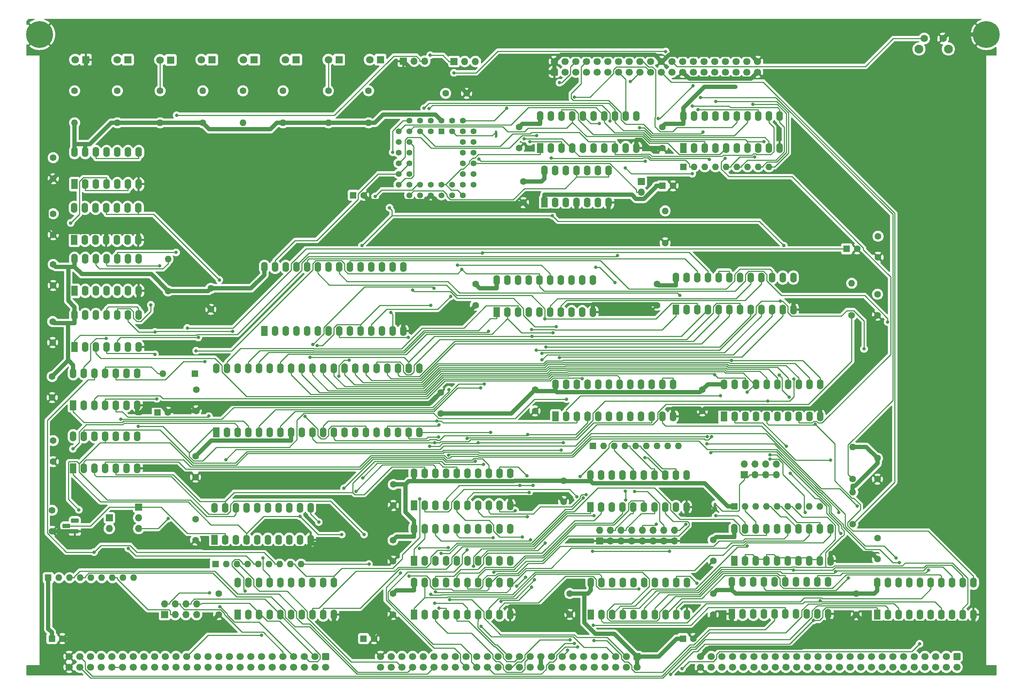
<source format=gbr>
%TF.GenerationSoftware,KiCad,Pcbnew,(6.0.11)*%
%TF.CreationDate,2023-10-01T18:52:09-05:00*%
%TF.ProjectId,processor.65816,70726f63-6573-4736-9f72-2e3635383136,v0.80*%
%TF.SameCoordinates,Original*%
%TF.FileFunction,Copper,L1,Top*%
%TF.FilePolarity,Positive*%
%FSLAX46Y46*%
G04 Gerber Fmt 4.6, Leading zero omitted, Abs format (unit mm)*
G04 Created by KiCad (PCBNEW (6.0.11)) date 2023-10-01 18:52:09*
%MOMM*%
%LPD*%
G01*
G04 APERTURE LIST*
G04 Aperture macros list*
%AMRoundRect*
0 Rectangle with rounded corners*
0 $1 Rounding radius*
0 $2 $3 $4 $5 $6 $7 $8 $9 X,Y pos of 4 corners*
0 Add a 4 corners polygon primitive as box body*
4,1,4,$2,$3,$4,$5,$6,$7,$8,$9,$2,$3,0*
0 Add four circle primitives for the rounded corners*
1,1,$1+$1,$2,$3*
1,1,$1+$1,$4,$5*
1,1,$1+$1,$6,$7*
1,1,$1+$1,$8,$9*
0 Add four rect primitives between the rounded corners*
20,1,$1+$1,$2,$3,$4,$5,0*
20,1,$1+$1,$4,$5,$6,$7,0*
20,1,$1+$1,$6,$7,$8,$9,0*
20,1,$1+$1,$8,$9,$2,$3,0*%
G04 Aperture macros list end*
%TA.AperFunction,ComponentPad*%
%ADD10RoundRect,0.250000X-0.600000X0.600000X-0.600000X-0.600000X0.600000X-0.600000X0.600000X0.600000X0*%
%TD*%
%TA.AperFunction,ComponentPad*%
%ADD11C,1.700000*%
%TD*%
%TA.AperFunction,ComponentPad*%
%ADD12C,1.600000*%
%TD*%
%TA.AperFunction,ComponentPad*%
%ADD13R,1.600000X1.600000*%
%TD*%
%TA.AperFunction,ComponentPad*%
%ADD14R,1.800000X1.800000*%
%TD*%
%TA.AperFunction,ComponentPad*%
%ADD15C,1.800000*%
%TD*%
%TA.AperFunction,ComponentPad*%
%ADD16O,1.600000X1.600000*%
%TD*%
%TA.AperFunction,ComponentPad*%
%ADD17R,1.600000X2.400000*%
%TD*%
%TA.AperFunction,ComponentPad*%
%ADD18O,1.600000X2.400000*%
%TD*%
%TA.AperFunction,ComponentPad*%
%ADD19R,1.800000X1.100000*%
%TD*%
%TA.AperFunction,ComponentPad*%
%ADD20RoundRect,0.275000X0.625000X-0.275000X0.625000X0.275000X-0.625000X0.275000X-0.625000X-0.275000X0*%
%TD*%
%TA.AperFunction,ComponentPad*%
%ADD21C,6.400000*%
%TD*%
%TA.AperFunction,ComponentPad*%
%ADD22R,1.700000X1.700000*%
%TD*%
%TA.AperFunction,ComponentPad*%
%ADD23O,1.700000X1.700000*%
%TD*%
%TA.AperFunction,ComponentPad*%
%ADD24RoundRect,0.250000X0.600000X-0.600000X0.600000X0.600000X-0.600000X0.600000X-0.600000X-0.600000X0*%
%TD*%
%TA.AperFunction,ComponentPad*%
%ADD25R,1.422400X1.422400*%
%TD*%
%TA.AperFunction,ComponentPad*%
%ADD26C,1.422400*%
%TD*%
%TA.AperFunction,ComponentPad*%
%ADD27C,2.100000*%
%TD*%
%TA.AperFunction,ComponentPad*%
%ADD28C,1.750000*%
%TD*%
%TA.AperFunction,ComponentPad*%
%ADD29C,0.600000*%
%TD*%
%TA.AperFunction,ViaPad*%
%ADD30C,0.800000*%
%TD*%
%TA.AperFunction,Conductor*%
%ADD31C,0.250000*%
%TD*%
%TA.AperFunction,Conductor*%
%ADD32C,1.000000*%
%TD*%
G04 APERTURE END LIST*
%TO.C,NT4*%
G36*
X200800000Y-187850000D02*
G01*
X200200000Y-187850000D01*
X200200000Y-186650000D01*
X200800000Y-186650000D01*
X200800000Y-187850000D01*
G37*
%TO.C,NT3*%
G36*
X148800000Y-99350000D02*
G01*
X148200000Y-99350000D01*
X148200000Y-98150000D01*
X148800000Y-98150000D01*
X148800000Y-99350000D01*
G37*
%TD*%
D10*
%TO.P,P1,1,Pin_1*%
%TO.N,VCC*%
X108000000Y-223000000D03*
D11*
%TO.P,P1,2,Pin_2*%
X108000000Y-225540000D03*
%TO.P,P1,3,Pin_3*%
%TO.N,~{RD}*%
X105460000Y-223000000D03*
%TO.P,P1,4,Pin_4*%
%TO.N,/bus/E*%
X105460000Y-225540000D03*
%TO.P,P1,5,Pin_5*%
%TO.N,~{WR}*%
X102920000Y-223000000D03*
%TO.P,P1,6,Pin_6*%
%TO.N,/bus/ST*%
X102920000Y-225540000D03*
%TO.P,P1,7,Pin_7*%
%TO.N,~{IORQ}*%
X100380000Y-223000000D03*
%TO.P,P1,8,Pin_8*%
%TO.N,/bus/PHI*%
X100380000Y-225540000D03*
%TO.P,P1,9,Pin_9*%
%TO.N,~{MREQ}*%
X97840000Y-223000000D03*
%TO.P,P1,10,Pin_10*%
%TO.N,/bus/~{INT2}*%
X97840000Y-225540000D03*
%TO.P,P1,11,Pin_11*%
%TO.N,~{M1}*%
X95300000Y-223000000D03*
%TO.P,P1,12,Pin_12*%
%TO.N,/bus/~{INT1}*%
X95300000Y-225540000D03*
%TO.P,P1,13,Pin_13*%
%TO.N,~{BUSACK}*%
X92760000Y-223000000D03*
%TO.P,P1,14,Pin_14*%
%TO.N,/bus/CRUCLK*%
X92760000Y-225540000D03*
%TO.P,P1,15,Pin_15*%
%TO.N,bCLK*%
X90220000Y-223000000D03*
%TO.P,P1,16,Pin_16*%
%TO.N,/bus/CRUOUT*%
X90220000Y-225540000D03*
%TO.P,P1,17,Pin_17*%
%TO.N,~{INT0}*%
X87680000Y-223000000D03*
%TO.P,P1,18,Pin_18*%
%TO.N,/bus/CRUIN*%
X87680000Y-225540000D03*
%TO.P,P1,19,Pin_19*%
%TO.N,~{NMI}*%
X85140000Y-223000000D03*
%TO.P,P1,20,Pin_20*%
%TO.N,~{RES_IN}*%
X85140000Y-225540000D03*
%TO.P,P1,21,Pin_21*%
%TO.N,~{RES_OUT}*%
X82600000Y-223000000D03*
%TO.P,P1,22,Pin_22*%
%TO.N,/bus/USER8*%
X82600000Y-225540000D03*
%TO.P,P1,23,Pin_23*%
%TO.N,~{BUSRQ}*%
X80060000Y-223000000D03*
%TO.P,P1,24,Pin_24*%
%TO.N,/bus/USER7*%
X80060000Y-225540000D03*
%TO.P,P1,25,Pin_25*%
%TO.N,~{WAIT}*%
X77520000Y-223000000D03*
%TO.P,P1,26,Pin_26*%
%TO.N,/bus/USER6*%
X77520000Y-225540000D03*
%TO.P,P1,27,Pin_27*%
%TO.N,~{HALT}*%
X74980000Y-223000000D03*
%TO.P,P1,28,Pin_28*%
%TO.N,/bus/USER5*%
X74980000Y-225540000D03*
%TO.P,P1,29,Pin_29*%
%TO.N,/bus/~{RFSH}*%
X72440000Y-223000000D03*
%TO.P,P1,30,Pin_30*%
%TO.N,/bus/USER4*%
X72440000Y-225540000D03*
%TO.P,P1,31,Pin_31*%
%TO.N,/bus/~{EIRQ7}*%
X69900000Y-223000000D03*
%TO.P,P1,32,Pin_32*%
%TO.N,/bus/USER3*%
X69900000Y-225540000D03*
%TO.P,P1,33,Pin_33*%
%TO.N,/bus/~{EIRQ6}*%
X67360000Y-223000000D03*
%TO.P,P1,34,Pin_34*%
%TO.N,/bus/USER2*%
X67360000Y-225540000D03*
%TO.P,P1,35,Pin_35*%
%TO.N,/bus/~{EIRQ5}*%
X64820000Y-223000000D03*
%TO.P,P1,36,Pin_36*%
%TO.N,/bus/USER1*%
X64820000Y-225540000D03*
%TO.P,P1,37,Pin_37*%
%TO.N,/bus/~{EIRQ4}*%
X62280000Y-223000000D03*
%TO.P,P1,38,Pin_38*%
%TO.N,/bus/USER0*%
X62280000Y-225540000D03*
%TO.P,P1,39,Pin_39*%
%TO.N,/bus/~{EIRQ3}*%
X59740000Y-223000000D03*
%TO.P,P1,40,Pin_40*%
%TO.N,Net-(P1-Pad40)*%
X59740000Y-225540000D03*
%TO.P,P1,41,Pin_41*%
%TO.N,/bus/~{EIRQ2}*%
X57200000Y-223000000D03*
%TO.P,P1,42,Pin_42*%
%TO.N,Net-(P1-Pad40)*%
X57200000Y-225540000D03*
%TO.P,P1,43,Pin_43*%
%TO.N,/bus/~{EIRQ1}*%
X54660000Y-223000000D03*
%TO.P,P1,44,Pin_44*%
%TO.N,Net-(P1-Pad44)*%
X54660000Y-225540000D03*
%TO.P,P1,45,Pin_45*%
%TO.N,/bus/~{EIRQ0}*%
X52120000Y-223000000D03*
%TO.P,P1,46,Pin_46*%
%TO.N,Net-(P1-Pad44)*%
X52120000Y-225540000D03*
%TO.P,P1,47,Pin_47*%
%TO.N,I2C_SCL*%
X49580000Y-223000000D03*
%TO.P,P1,48,Pin_48*%
%TO.N,I2C_SDA*%
X49580000Y-225540000D03*
%TO.P,P1,49,Pin_49*%
%TO.N,GND*%
X47040000Y-223000000D03*
%TO.P,P1,50,Pin_50*%
X47040000Y-225540000D03*
%TD*%
D12*
%TO.P,C2,1*%
%TO.N,VCC*%
X124000000Y-208000000D03*
%TO.P,C2,2*%
%TO.N,GND*%
X124000000Y-213000000D03*
%TD*%
%TO.P,C3,1*%
%TO.N,VCC*%
X43255000Y-129710000D03*
%TO.P,C3,2*%
%TO.N,GND*%
X43255000Y-134710000D03*
%TD*%
%TO.P,C4,1*%
%TO.N,VCC*%
X157750000Y-159550000D03*
%TO.P,C4,2*%
%TO.N,GND*%
X157750000Y-164550000D03*
%TD*%
%TO.P,C5,1*%
%TO.N,VCC*%
X77075000Y-190300000D03*
%TO.P,C5,2*%
%TO.N,GND*%
X77075000Y-195300000D03*
%TD*%
%TO.P,C6,1*%
%TO.N,VCC*%
X43000000Y-156380000D03*
%TO.P,C6,2*%
%TO.N,GND*%
X43000000Y-161380000D03*
%TD*%
%TO.P,C8,1*%
%TO.N,VCC*%
X166000000Y-208000000D03*
%TO.P,C8,2*%
%TO.N,GND*%
X166000000Y-213000000D03*
%TD*%
%TO.P,C9,1*%
%TO.N,VCC*%
X200075000Y-195250000D03*
%TO.P,C9,2*%
%TO.N,GND*%
X200075000Y-200250000D03*
%TD*%
%TO.P,C10,1*%
%TO.N,VCC*%
X43255000Y-171620000D03*
%TO.P,C10,2*%
%TO.N,GND*%
X43255000Y-176620000D03*
%TD*%
%TO.P,C11,1*%
%TO.N,VCC*%
X43255000Y-117645000D03*
%TO.P,C11,2*%
%TO.N,GND*%
X43255000Y-122645000D03*
%TD*%
%TO.P,C14,1*%
%TO.N,VCC*%
X239250000Y-123000000D03*
%TO.P,C14,2*%
%TO.N,GND*%
X239250000Y-128000000D03*
%TD*%
%TO.P,C15,1*%
%TO.N,VCC*%
X143600000Y-134400000D03*
%TO.P,C15,2*%
%TO.N,GND*%
X143600000Y-139400000D03*
%TD*%
D13*
%TO.P,C25,1*%
%TO.N,VCC*%
X42929600Y-218750000D03*
D12*
%TO.P,C25,2*%
%TO.N,GND*%
X45429600Y-218750000D03*
%TD*%
D13*
%TO.P,C26,1*%
%TO.N,VCC*%
X68019900Y-164900000D03*
D12*
%TO.P,C26,2*%
%TO.N,GND*%
X70519900Y-164900000D03*
%TD*%
%TO.P,C17,1*%
%TO.N,VCC*%
X80720000Y-135390000D03*
%TO.P,C17,2*%
%TO.N,GND*%
X80720000Y-140390000D03*
%TD*%
%TO.P,C20,1*%
%TO.N,VCC*%
X124000000Y-195300000D03*
%TO.P,C20,2*%
%TO.N,GND*%
X124000000Y-200300000D03*
%TD*%
%TO.P,C21,1*%
%TO.N,VCC*%
X77075000Y-175300000D03*
%TO.P,C21,2*%
%TO.N,GND*%
X77075000Y-180300000D03*
%TD*%
%TO.P,C22,1*%
%TO.N,VCC*%
X164540000Y-181145000D03*
%TO.P,C22,2*%
%TO.N,GND*%
X164540000Y-186145000D03*
%TD*%
%TO.P,C23,1*%
%TO.N,VCC*%
X135330000Y-165190000D03*
%TO.P,C23,2*%
%TO.N,GND*%
X135330000Y-160190000D03*
%TD*%
D13*
%TO.P,C27,1*%
%TO.N,VCC*%
X117000000Y-218750000D03*
D12*
%TO.P,C27,2*%
%TO.N,GND*%
X119500000Y-218750000D03*
%TD*%
D13*
%TO.P,C28,1*%
%TO.N,VCC*%
X192884700Y-218750000D03*
D12*
%TO.P,C28,2*%
%TO.N,GND*%
X195384700Y-218750000D03*
%TD*%
D13*
%TO.P,C29,1*%
%TO.N,VCC*%
X188044900Y-111000000D03*
D12*
%TO.P,C29,2*%
%TO.N,GND*%
X190544900Y-111000000D03*
%TD*%
D14*
%TO.P,D4,1,K*%
%TO.N,Net-(D4-Pad1)*%
X81000000Y-81000000D03*
D15*
%TO.P,D4,2,A*%
%TO.N,Net-(D4-Pad2)*%
X78460000Y-81000000D03*
%TD*%
D14*
%TO.P,D5,1,K*%
%TO.N,Net-(D5-Pad1)*%
X61000000Y-81000000D03*
D15*
%TO.P,D5,2,A*%
%TO.N,Net-(D5-Pad2)*%
X58460000Y-81000000D03*
%TD*%
D13*
%TO.P,D6,1,K*%
%TO.N,VCC*%
X76910000Y-155705000D03*
D16*
%TO.P,D6,2,A*%
%TO.N,10KA*%
X69290000Y-155705000D03*
%TD*%
D14*
%TO.P,D1,1,K*%
%TO.N,Net-(D1-Pad1)*%
X91000000Y-81000000D03*
D15*
%TO.P,D1,2,A*%
%TO.N,Net-(D1-Pad2)*%
X88460000Y-81000000D03*
%TD*%
D14*
%TO.P,D2,1,K*%
%TO.N,Net-(D2-Pad1)*%
X101000000Y-81000000D03*
D15*
%TO.P,D2,2,A*%
%TO.N,Net-(D2-Pad2)*%
X98460000Y-81000000D03*
%TD*%
D12*
%TO.P,R5,1*%
%TO.N,Net-(D3-Pad2)*%
X68655000Y-88395000D03*
D16*
%TO.P,R5,2*%
%TO.N,VCC*%
X68655000Y-96015000D03*
%TD*%
D12*
%TO.P,R6,1*%
%TO.N,Net-(D5-Pad2)*%
X58495000Y-88395000D03*
D16*
%TO.P,R6,2*%
%TO.N,VCC*%
X58495000Y-96015000D03*
%TD*%
D17*
%TO.P,U4,1*%
%TO.N,~{CPU-INT}*%
X48000000Y-163200000D03*
D18*
%TO.P,U4,2*%
%TO.N,Net-(D3-Pad1)*%
X50540000Y-163200000D03*
%TO.P,U4,3*%
%TO.N,~{CS_IO}*%
X53080000Y-163200000D03*
%TO.P,U4,4*%
%TO.N,Net-(D9-Pad1)*%
X55620000Y-163200000D03*
%TO.P,U4,5*%
%TO.N,~{NMI}*%
X58160000Y-163200000D03*
%TO.P,U4,6*%
%TO.N,Net-(D2-Pad1)*%
X60700000Y-163200000D03*
%TO.P,U4,7,GND*%
%TO.N,GND*%
X63240000Y-163200000D03*
%TO.P,U4,8*%
%TO.N,Net-(D5-Pad1)*%
X63240000Y-155580000D03*
%TO.P,U4,9*%
%TO.N,~{VP}*%
X60700000Y-155580000D03*
%TO.P,U4,10*%
%TO.N,~{RES_OUT}*%
X58160000Y-155580000D03*
%TO.P,U4,11*%
%TO.N,10KA*%
X55620000Y-155580000D03*
%TO.P,U4,12*%
%TO.N,~{BUSRQ}*%
X53080000Y-155580000D03*
%TO.P,U4,13*%
%TO.N,Net-(U21-Pad5)*%
X50540000Y-155580000D03*
%TO.P,U4,14,VCC*%
%TO.N,VCC*%
X48000000Y-155580000D03*
%TD*%
D17*
%TO.P,U5,1,OEa*%
%TO.N,~{65816EN}*%
X128975000Y-200200000D03*
D18*
%TO.P,U5,2,I0a*%
%TO.N,CPU-A8*%
X131515000Y-200200000D03*
%TO.P,U5,3,O3b*%
%TO.N,A15*%
X134055000Y-200200000D03*
%TO.P,U5,4,I1a*%
%TO.N,CPU-A9*%
X136595000Y-200200000D03*
%TO.P,U5,5,O2b*%
%TO.N,A14*%
X139135000Y-200200000D03*
%TO.P,U5,6,I2a*%
%TO.N,CPU-A10*%
X141675000Y-200200000D03*
%TO.P,U5,7,O1b*%
%TO.N,A13*%
X144215000Y-200200000D03*
%TO.P,U5,8,I3a*%
%TO.N,CPU-A11*%
X146755000Y-200200000D03*
%TO.P,U5,9,O0b*%
%TO.N,A12*%
X149295000Y-200200000D03*
%TO.P,U5,10,GND*%
%TO.N,GND*%
X151835000Y-200200000D03*
%TO.P,U5,11,I0b*%
%TO.N,CPU-A12*%
X151835000Y-192580000D03*
%TO.P,U5,12,O3a*%
%TO.N,A11*%
X149295000Y-192580000D03*
%TO.P,U5,13,I1b*%
%TO.N,CPU-A13*%
X146755000Y-192580000D03*
%TO.P,U5,14,O2a*%
%TO.N,A10*%
X144215000Y-192580000D03*
%TO.P,U5,15,I2b*%
%TO.N,CPU-A14*%
X141675000Y-192580000D03*
%TO.P,U5,16,O1a*%
%TO.N,A9*%
X139135000Y-192580000D03*
%TO.P,U5,17,I3b*%
%TO.N,CPU-A15*%
X136595000Y-192580000D03*
%TO.P,U5,18,O0a*%
%TO.N,A8*%
X134055000Y-192580000D03*
%TO.P,U5,19,OEb*%
%TO.N,~{65816EN}*%
X131515000Y-192580000D03*
%TO.P,U5,20,VCC*%
%TO.N,VCC*%
X128975000Y-192580000D03*
%TD*%
D17*
%TO.P,U6,1,OEa*%
%TO.N,~{65816EN}*%
X81575000Y-195200000D03*
D18*
%TO.P,U6,2,I0a*%
%TO.N,~{RES_OUT}*%
X84115000Y-195200000D03*
%TO.P,U6,3,O3b*%
%TO.N,unconnected-(U6-Pad3)*%
X86655000Y-195200000D03*
%TO.P,U6,4,I1a*%
%TO.N,CLK*%
X89195000Y-195200000D03*
%TO.P,U6,5,O2b*%
%TO.N,unconnected-(U6-Pad5)*%
X91735000Y-195200000D03*
%TO.P,U6,6,I2a*%
%TO.N,~{NMI}*%
X94275000Y-195200000D03*
%TO.P,U6,7,O1b*%
%TO.N,unconnected-(U6-Pad7)*%
X96815000Y-195200000D03*
%TO.P,U6,8,I3a*%
%TO.N,~{INT0}*%
X99355000Y-195200000D03*
%TO.P,U6,9,O0b*%
%TO.N,~{CPU-WAIT}*%
X101895000Y-195200000D03*
%TO.P,U6,10,GND*%
%TO.N,GND*%
X104435000Y-195200000D03*
%TO.P,U6,11,I0b*%
%TO.N,~{WAIT}*%
X104435000Y-187580000D03*
%TO.P,U6,12,O3a*%
%TO.N,~{CPU-INT}*%
X101895000Y-187580000D03*
%TO.P,U6,13,I1b*%
%TO.N,unconnected-(U6-Pad13)*%
X99355000Y-187580000D03*
%TO.P,U6,14,O2a*%
%TO.N,~{CPU-NMI}*%
X96815000Y-187580000D03*
%TO.P,U6,15,I2b*%
%TO.N,unconnected-(U6-Pad15)*%
X94275000Y-187580000D03*
%TO.P,U6,16,O1a*%
%TO.N,bCLK*%
X91735000Y-187580000D03*
%TO.P,U6,17,I3b*%
%TO.N,unconnected-(U6-Pad17)*%
X89195000Y-187580000D03*
%TO.P,U6,18,O0a*%
%TO.N,~{CPU-RESET}*%
X86655000Y-187580000D03*
%TO.P,U6,19,OEb*%
%TO.N,~{65816EN}*%
X84115000Y-187580000D03*
%TO.P,U6,20,VCC*%
%TO.N,VCC*%
X81575000Y-187580000D03*
%TD*%
D17*
%TO.P,U8,1,A->B*%
%TO.N,DATA-DIR*%
X171000000Y-213000000D03*
D18*
%TO.P,U8,2,A0*%
%TO.N,CPU-D0*%
X173540000Y-213000000D03*
%TO.P,U8,3,A1*%
%TO.N,CPU-D1*%
X176080000Y-213000000D03*
%TO.P,U8,4,A2*%
%TO.N,CPU-D2*%
X178620000Y-213000000D03*
%TO.P,U8,5,A3*%
%TO.N,CPU-D3*%
X181160000Y-213000000D03*
%TO.P,U8,6,A4*%
%TO.N,CPU-D4*%
X183700000Y-213000000D03*
%TO.P,U8,7,A5*%
%TO.N,CPU-D5*%
X186240000Y-213000000D03*
%TO.P,U8,8,A6*%
%TO.N,CPU-D6*%
X188780000Y-213000000D03*
%TO.P,U8,9,A7*%
%TO.N,CPU-D7*%
X191320000Y-213000000D03*
%TO.P,U8,10,GND*%
%TO.N,GND*%
X193860000Y-213000000D03*
%TO.P,U8,11,B7*%
%TO.N,D7*%
X193860000Y-205380000D03*
%TO.P,U8,12,B6*%
%TO.N,D6*%
X191320000Y-205380000D03*
%TO.P,U8,13,B5*%
%TO.N,D5*%
X188780000Y-205380000D03*
%TO.P,U8,14,B4*%
%TO.N,D4*%
X186240000Y-205380000D03*
%TO.P,U8,15,B3*%
%TO.N,D3*%
X183700000Y-205380000D03*
%TO.P,U8,16,B2*%
%TO.N,D2*%
X181160000Y-205380000D03*
%TO.P,U8,17,B1*%
%TO.N,D1*%
X178620000Y-205380000D03*
%TO.P,U8,18,B0*%
%TO.N,D0*%
X176080000Y-205380000D03*
%TO.P,U8,19,CE*%
%TO.N,~{65816EN}*%
X173540000Y-205380000D03*
%TO.P,U8,20,VCC*%
%TO.N,VCC*%
X171000000Y-205380000D03*
%TD*%
D19*
%TO.P,U15,1,Pin_1*%
%TO.N,GND*%
X48400000Y-193200000D03*
D20*
%TO.P,U15,2,Pin_2*%
%TO.N,~{RES_OUT}*%
X46330000Y-191930000D03*
%TO.P,U15,3,Pin_3*%
%TO.N,VCC*%
X48400000Y-190660000D03*
%TD*%
D17*
%TO.P,U1,1,OEa*%
%TO.N,~{65816EN}*%
X128975000Y-213000000D03*
D18*
%TO.P,U1,2,I0a*%
%TO.N,CPU-A0*%
X131515000Y-213000000D03*
%TO.P,U1,3,O3b*%
%TO.N,A7*%
X134055000Y-213000000D03*
%TO.P,U1,4,I1a*%
%TO.N,CPU-A1*%
X136595000Y-213000000D03*
%TO.P,U1,5,O2b*%
%TO.N,A6*%
X139135000Y-213000000D03*
%TO.P,U1,6,I2a*%
%TO.N,CPU-A2*%
X141675000Y-213000000D03*
%TO.P,U1,7,O1b*%
%TO.N,A5*%
X144215000Y-213000000D03*
%TO.P,U1,8,I3a*%
%TO.N,CPU-A3*%
X146755000Y-213000000D03*
%TO.P,U1,9,O0b*%
%TO.N,A4*%
X149295000Y-213000000D03*
%TO.P,U1,10,GND*%
%TO.N,GND*%
X151835000Y-213000000D03*
%TO.P,U1,11,I0b*%
%TO.N,CPU-A4*%
X151835000Y-205380000D03*
%TO.P,U1,12,O3a*%
%TO.N,A3*%
X149295000Y-205380000D03*
%TO.P,U1,13,I1b*%
%TO.N,CPU-A5*%
X146755000Y-205380000D03*
%TO.P,U1,14,O2a*%
%TO.N,A2*%
X144215000Y-205380000D03*
%TO.P,U1,15,I2b*%
%TO.N,CPU-A6*%
X141675000Y-205380000D03*
%TO.P,U1,16,O1a*%
%TO.N,A1*%
X139135000Y-205380000D03*
%TO.P,U1,17,I3b*%
%TO.N,CPU-A7*%
X136595000Y-205380000D03*
%TO.P,U1,18,O0a*%
%TO.N,A0*%
X134055000Y-205380000D03*
%TO.P,U1,19,OEb*%
%TO.N,~{65816EN}*%
X131515000Y-205380000D03*
%TO.P,U1,20,VCC*%
%TO.N,VCC*%
X128975000Y-205380000D03*
%TD*%
D10*
%TO.P,P2,1,Pin_1*%
%TO.N,VCC*%
X182000000Y-223000000D03*
D11*
%TO.P,P2,2,Pin_2*%
X182000000Y-225540000D03*
%TO.P,P2,3,Pin_3*%
%TO.N,A15*%
X179460000Y-223000000D03*
%TO.P,P2,4,Pin_4*%
%TO.N,/bus/A31*%
X179460000Y-225540000D03*
%TO.P,P2,5,Pin_5*%
%TO.N,A14*%
X176920000Y-223000000D03*
%TO.P,P2,6,Pin_6*%
%TO.N,/bus/A30*%
X176920000Y-225540000D03*
%TO.P,P2,7,Pin_7*%
%TO.N,A13*%
X174380000Y-223000000D03*
%TO.P,P2,8,Pin_8*%
%TO.N,/bus/A29*%
X174380000Y-225540000D03*
%TO.P,P2,9,Pin_9*%
%TO.N,A12*%
X171840000Y-223000000D03*
%TO.P,P2,10,Pin_10*%
%TO.N,/bus/A28*%
X171840000Y-225540000D03*
%TO.P,P2,11,Pin_11*%
%TO.N,A11*%
X169300000Y-223000000D03*
%TO.P,P2,12,Pin_12*%
%TO.N,/bus/A27*%
X169300000Y-225540000D03*
%TO.P,P2,13,Pin_13*%
%TO.N,A10*%
X166760000Y-223000000D03*
%TO.P,P2,14,Pin_14*%
%TO.N,/bus/A26*%
X166760000Y-225540000D03*
%TO.P,P2,15,Pin_15*%
%TO.N,A9*%
X164220000Y-223000000D03*
%TO.P,P2,16,Pin_16*%
%TO.N,/bus/A25*%
X164220000Y-225540000D03*
%TO.P,P2,17,Pin_17*%
%TO.N,A8*%
X161680000Y-223000000D03*
%TO.P,P2,18,Pin_18*%
%TO.N,/bus/A24*%
X161680000Y-225540000D03*
%TO.P,P2,19,Pin_19*%
%TO.N,+12V*%
X159140000Y-223000000D03*
%TO.P,P2,20,Pin_20*%
X159140000Y-225540000D03*
%TO.P,P2,21,Pin_21*%
%TO.N,A7*%
X156600000Y-223000000D03*
%TO.P,P2,22,Pin_22*%
%TO.N,A23*%
X156600000Y-225540000D03*
%TO.P,P2,23,Pin_23*%
%TO.N,A6*%
X154060000Y-223000000D03*
%TO.P,P2,24,Pin_24*%
%TO.N,A22*%
X154060000Y-225540000D03*
%TO.P,P2,25,Pin_25*%
%TO.N,A5*%
X151520000Y-223000000D03*
%TO.P,P2,26,Pin_26*%
%TO.N,A21*%
X151520000Y-225540000D03*
%TO.P,P2,27,Pin_27*%
%TO.N,A4*%
X148980000Y-223000000D03*
%TO.P,P2,28,Pin_28*%
%TO.N,A20*%
X148980000Y-225540000D03*
%TO.P,P2,29,Pin_29*%
%TO.N,A3*%
X146440000Y-223000000D03*
%TO.P,P2,30,Pin_30*%
%TO.N,A19*%
X146440000Y-225540000D03*
%TO.P,P2,31,Pin_31*%
%TO.N,A2*%
X143900000Y-223000000D03*
%TO.P,P2,32,Pin_32*%
%TO.N,A18*%
X143900000Y-225540000D03*
%TO.P,P2,33,Pin_33*%
%TO.N,A1*%
X141360000Y-223000000D03*
%TO.P,P2,34,Pin_34*%
%TO.N,A17*%
X141360000Y-225540000D03*
%TO.P,P2,35,Pin_35*%
%TO.N,A0*%
X138820000Y-223000000D03*
%TO.P,P2,36,Pin_36*%
%TO.N,A16*%
X138820000Y-225540000D03*
%TO.P,P2,37,Pin_37*%
%TO.N,-12V*%
X136280000Y-223000000D03*
%TO.P,P2,38,Pin_38*%
X136280000Y-225540000D03*
%TO.P,P2,39,Pin_39*%
%TO.N,/bus/IC3*%
X133740000Y-223000000D03*
%TO.P,P2,40,Pin_40*%
%TO.N,~{TEND1}*%
X133740000Y-225540000D03*
%TO.P,P2,41,Pin_41*%
%TO.N,/bus/IC2*%
X131200000Y-223000000D03*
%TO.P,P2,42,Pin_42*%
%TO.N,~{DREQ1}*%
X131200000Y-225540000D03*
%TO.P,P2,43,Pin_43*%
%TO.N,/bus/IC1*%
X128660000Y-223000000D03*
%TO.P,P2,44,Pin_44*%
%TO.N,~{TEND0}*%
X128660000Y-225540000D03*
%TO.P,P2,45,Pin_45*%
%TO.N,/bus/IC0*%
X126120000Y-223000000D03*
%TO.P,P2,46,Pin_46*%
%TO.N,~{DREQ0}*%
X126120000Y-225540000D03*
%TO.P,P2,47,Pin_47*%
%TO.N,/bus/AUXCLK1*%
X123580000Y-223000000D03*
%TO.P,P2,48,Pin_48*%
%TO.N,/bus/AUXCLK0*%
X123580000Y-225540000D03*
%TO.P,P2,49,Pin_49*%
%TO.N,GND*%
X121040000Y-223000000D03*
%TO.P,P2,50,Pin_50*%
X121040000Y-225540000D03*
%TD*%
D21*
%TO.P,H2,1,1*%
%TO.N,GND*%
X265000000Y-75000000D03*
%TD*%
D13*
%TO.P,RN1,1,common*%
%TO.N,VCC*%
X81800000Y-201000000D03*
D16*
%TO.P,RN1,2,R1*%
%TO.N,~{RES_OUT}*%
X84340000Y-201000000D03*
%TO.P,RN1,3,R2*%
%TO.N,~{DREQ0}*%
X86880000Y-201000000D03*
%TO.P,RN1,4,R3*%
%TO.N,~{NMI}*%
X89420000Y-201000000D03*
%TO.P,RN1,5,R4*%
%TO.N,~{INT0}*%
X91960000Y-201000000D03*
%TO.P,RN1,6,R5*%
%TO.N,~{CPU-HALT}*%
X94500000Y-201000000D03*
%TO.P,RN1,7,R6*%
%TO.N,~{BUSRQ}*%
X97040000Y-201000000D03*
%TO.P,RN1,8,R7*%
%TO.N,~{CPU-IORQ}*%
X99580000Y-201000000D03*
%TO.P,RN1,9,R8*%
%TO.N,~{DREQ1}*%
X102120000Y-201000000D03*
%TD*%
D17*
%TO.P,U11,1,OEa*%
%TO.N,~{65816EN}*%
X87075000Y-213025000D03*
D18*
%TO.P,U11,2,I0a*%
%TO.N,unconnected-(U11-Pad2)*%
X89615000Y-213025000D03*
%TO.P,U11,3,O3b*%
%TO.N,~{RD}*%
X92155000Y-213025000D03*
%TO.P,U11,4,I1a*%
%TO.N,~{CPU-HALT}*%
X94695000Y-213025000D03*
%TO.P,U11,5,O2b*%
%TO.N,~{WR}*%
X97235000Y-213025000D03*
%TO.P,U11,6,I2a*%
%TO.N,unconnected-(U11-Pad6)*%
X99775000Y-213025000D03*
%TO.P,U11,7,O1b*%
%TO.N,~{MREQ}*%
X102315000Y-213025000D03*
%TO.P,U11,8,I3a*%
%TO.N,~{CPU-M1}*%
X104855000Y-213025000D03*
%TO.P,U11,9,O0b*%
%TO.N,~{IORQ}*%
X107395000Y-213025000D03*
%TO.P,U11,10,GND*%
%TO.N,GND*%
X109935000Y-213025000D03*
%TO.P,U11,11,I0b*%
%TO.N,~{CPU-IORQ}*%
X109935000Y-205405000D03*
%TO.P,U11,12,O3a*%
%TO.N,~{M1}*%
X107395000Y-205405000D03*
%TO.P,U11,13,I1b*%
%TO.N,~{CPU-MREQ}*%
X104855000Y-205405000D03*
%TO.P,U11,14,O2a*%
%TO.N,unconnected-(U11-Pad14)*%
X102315000Y-205405000D03*
%TO.P,U11,15,I2b*%
%TO.N,~{CPU-WR}*%
X99775000Y-205405000D03*
%TO.P,U11,16,O1a*%
%TO.N,~{HALT}*%
X97235000Y-205405000D03*
%TO.P,U11,17,I3b*%
%TO.N,~{CPU-RD}*%
X94695000Y-205405000D03*
%TO.P,U11,18,O0a*%
%TO.N,~{BUSACK}*%
X92155000Y-205405000D03*
%TO.P,U11,19,OEb*%
%TO.N,~{65816EN}*%
X89615000Y-205405000D03*
%TO.P,U11,20,VCC*%
%TO.N,VCC*%
X87075000Y-205405000D03*
%TD*%
D12*
%TO.P,C19,1*%
%TO.N,VCC*%
X43000000Y-188200000D03*
%TO.P,C19,2*%
%TO.N,GND*%
X43000000Y-193200000D03*
%TD*%
%TO.P,C18,1*%
%TO.N,VCC*%
X43125000Y-143300000D03*
%TO.P,C18,2*%
%TO.N,GND*%
X43125000Y-148300000D03*
%TD*%
%TO.P,C12,1*%
%TO.N,VCC*%
X77250000Y-159550000D03*
%TO.P,C12,2*%
%TO.N,GND*%
X77250000Y-164550000D03*
%TD*%
%TO.P,C16,1*%
%TO.N,VCC*%
X82575000Y-208025000D03*
%TO.P,C16,2*%
%TO.N,GND*%
X82575000Y-213025000D03*
%TD*%
D17*
%TO.P,U3,1*%
%TO.N,CLK*%
X48000000Y-178200000D03*
D18*
%TO.P,U3,2*%
%TO.N,Net-(U18-Pad19)*%
X50540000Y-178200000D03*
%TO.P,U3,3*%
%TO.N,Net-(U24-Pad15)*%
X53080000Y-178200000D03*
%TO.P,U3,4*%
%TO.N,CPU-A21*%
X55620000Y-178200000D03*
%TO.P,U3,5*%
%TO.N,~{65816EN}*%
X58160000Y-178200000D03*
%TO.P,U3,6*%
%TO.N,65816EN*%
X60700000Y-178200000D03*
%TO.P,U3,7,GND*%
%TO.N,GND*%
X63240000Y-178200000D03*
%TO.P,U3,8*%
%TO.N,Net-(D1-Pad2)*%
X63240000Y-170580000D03*
%TO.P,U3,9*%
%TO.N,EMU*%
X60700000Y-170580000D03*
%TO.P,U3,10*%
%TO.N,Net-(U14-Pad39)*%
X58160000Y-170580000D03*
%TO.P,U3,11*%
%TO.N,~{CPU-RESET}*%
X55620000Y-170580000D03*
%TO.P,U3,12*%
%TO.N,Net-(U17-Pad13)*%
X53080000Y-170580000D03*
%TO.P,U3,13*%
%TO.N,Net-(U22-Pad19)*%
X50540000Y-170580000D03*
%TO.P,U3,14,VCC*%
%TO.N,VCC*%
X48000000Y-170580000D03*
%TD*%
D21*
%TO.P,H1,1,1*%
%TO.N,GND*%
X40000000Y-75000000D03*
%TD*%
D14*
%TO.P,D7,1,K*%
%TO.N,GND*%
X51000000Y-81000000D03*
D15*
%TO.P,D7,2,A*%
%TO.N,Net-(D7-Pad2)*%
X48460000Y-81000000D03*
%TD*%
D10*
%TO.P,P3,1,Pin_1*%
%TO.N,VCC*%
X258000000Y-223000000D03*
D11*
%TO.P,P3,2,Pin_2*%
X258000000Y-225540000D03*
%TO.P,P3,3,Pin_3*%
%TO.N,/bus/D15*%
X255460000Y-223000000D03*
%TO.P,P3,4,Pin_4*%
%TO.N,/bus/D31*%
X255460000Y-225540000D03*
%TO.P,P3,5,Pin_5*%
%TO.N,/bus/D14*%
X252920000Y-223000000D03*
%TO.P,P3,6,Pin_6*%
%TO.N,/bus/D30*%
X252920000Y-225540000D03*
%TO.P,P3,7,Pin_7*%
%TO.N,/bus/D13*%
X250380000Y-223000000D03*
%TO.P,P3,8,Pin_8*%
%TO.N,/bus/D29*%
X250380000Y-225540000D03*
%TO.P,P3,9,Pin_9*%
%TO.N,/bus/D12*%
X247840000Y-223000000D03*
%TO.P,P3,10,Pin_10*%
%TO.N,/bus/D28*%
X247840000Y-225540000D03*
%TO.P,P3,11,Pin_11*%
%TO.N,/bus/D11*%
X245300000Y-223000000D03*
%TO.P,P3,12,Pin_12*%
%TO.N,/bus/D27*%
X245300000Y-225540000D03*
%TO.P,P3,13,Pin_13*%
%TO.N,/bus/D10*%
X242760000Y-223000000D03*
%TO.P,P3,14,Pin_14*%
%TO.N,/bus/D26*%
X242760000Y-225540000D03*
%TO.P,P3,15,Pin_15*%
%TO.N,/bus/D9*%
X240220000Y-223000000D03*
%TO.P,P3,16,Pin_16*%
%TO.N,/bus/D25*%
X240220000Y-225540000D03*
%TO.P,P3,17,Pin_17*%
%TO.N,/bus/D8*%
X237680000Y-223000000D03*
%TO.P,P3,18,Pin_18*%
%TO.N,/bus/D24*%
X237680000Y-225540000D03*
%TO.P,P3,19,Pin_19*%
%TO.N,D7*%
X235140000Y-223000000D03*
%TO.P,P3,20,Pin_20*%
%TO.N,/bus/D23*%
X235140000Y-225540000D03*
%TO.P,P3,21,Pin_21*%
%TO.N,D6*%
X232600000Y-223000000D03*
%TO.P,P3,22,Pin_22*%
%TO.N,/bus/D22*%
X232600000Y-225540000D03*
%TO.P,P3,23,Pin_23*%
%TO.N,D5*%
X230060000Y-223000000D03*
%TO.P,P3,24,Pin_24*%
%TO.N,/bus/D21*%
X230060000Y-225540000D03*
%TO.P,P3,25,Pin_25*%
%TO.N,D4*%
X227520000Y-223000000D03*
%TO.P,P3,26,Pin_26*%
%TO.N,/bus/D20*%
X227520000Y-225540000D03*
%TO.P,P3,27,Pin_27*%
%TO.N,D3*%
X224980000Y-223000000D03*
%TO.P,P3,28,Pin_28*%
%TO.N,/bus/D19*%
X224980000Y-225540000D03*
%TO.P,P3,29,Pin_29*%
%TO.N,D2*%
X222440000Y-223000000D03*
%TO.P,P3,30,Pin_30*%
%TO.N,/bus/D18*%
X222440000Y-225540000D03*
%TO.P,P3,31,Pin_31*%
%TO.N,D1*%
X219900000Y-223000000D03*
%TO.P,P3,32,Pin_32*%
%TO.N,/bus/D17*%
X219900000Y-225540000D03*
%TO.P,P3,33,Pin_33*%
%TO.N,D0*%
X217360000Y-223000000D03*
%TO.P,P3,34,Pin_34*%
%TO.N,/bus/D16*%
X217360000Y-225540000D03*
%TO.P,P3,35,Pin_35*%
%TO.N,/bus/~{BUSERR}*%
X214820000Y-223000000D03*
%TO.P,P3,36,Pin_36*%
%TO.N,/bus/UDS*%
X214820000Y-225540000D03*
%TO.P,P3,37,Pin_37*%
%TO.N,/bus/~{VPA}*%
X212280000Y-223000000D03*
%TO.P,P3,38,Pin_38*%
%TO.N,/bus/LDS*%
X212280000Y-225540000D03*
%TO.P,P3,39,Pin_39*%
%TO.N,/bus/~{VMA}*%
X209740000Y-223000000D03*
%TO.P,P3,40,Pin_40*%
%TO.N,/bus/S2*%
X209740000Y-225540000D03*
%TO.P,P3,41,Pin_41*%
%TO.N,/bus/~{BHE}*%
X207200000Y-223000000D03*
%TO.P,P3,42,Pin_42*%
%TO.N,/bus/S1*%
X207200000Y-225540000D03*
%TO.P,P3,43,Pin_43*%
%TO.N,/bus/IPL2*%
X204660000Y-223000000D03*
%TO.P,P3,44,Pin_44*%
%TO.N,/bus/S0*%
X204660000Y-225540000D03*
%TO.P,P3,45,Pin_45*%
%TO.N,/bus/IPL1*%
X202120000Y-223000000D03*
%TO.P,P3,46,Pin_46*%
%TO.N,/bus/AUXCLK3*%
X202120000Y-225540000D03*
%TO.P,P3,47,Pin_47*%
%TO.N,/bus/IPL0*%
X199580000Y-223000000D03*
%TO.P,P3,48,Pin_48*%
%TO.N,/bus/AUXCLK2*%
X199580000Y-225540000D03*
%TO.P,P3,49,Pin_49*%
%TO.N,GND*%
X197040000Y-223000000D03*
%TO.P,P3,50,Pin_50*%
X197040000Y-225540000D03*
%TD*%
D17*
%TO.P,U13,1,Pin_1*%
%TO.N,VCC*%
X48255000Y-123875000D03*
D18*
%TO.P,U13,2,Pin_2*%
%TO.N,unconnected-(U13-Pad2)*%
X50795000Y-123875000D03*
%TO.P,U13,3,Pin_3*%
%TO.N,unconnected-(U13-Pad3)*%
X53335000Y-123875000D03*
%TO.P,U13,4,Pin_4*%
%TO.N,GND*%
X55875000Y-123875000D03*
%TO.P,U13,5,Pin_5*%
%TO.N,unconnected-(U13-Pad5)*%
X58415000Y-123875000D03*
%TO.P,U13,6,Pin_6*%
%TO.N,unconnected-(U13-Pad6)*%
X60955000Y-123875000D03*
%TO.P,U13,7,Pin_7*%
%TO.N,GND*%
X63495000Y-123875000D03*
%TO.P,U13,8,Pin_8*%
%TO.N,CLK*%
X63495000Y-116255000D03*
%TO.P,U13,9,Pin_9*%
%TO.N,unconnected-(U13-Pad9)*%
X60955000Y-116255000D03*
%TO.P,U13,10,Pin_10*%
%TO.N,unconnected-(U13-Pad10)*%
X58415000Y-116255000D03*
%TO.P,U13,11,Pin_11*%
%TO.N,CLK*%
X55875000Y-116255000D03*
%TO.P,U13,12,Pin_12*%
%TO.N,unconnected-(U13-Pad12)*%
X53335000Y-116255000D03*
%TO.P,U13,13,Pin_13*%
%TO.N,unconnected-(U13-Pad13)*%
X50795000Y-116255000D03*
%TO.P,U13,14,Pin_14*%
%TO.N,VCC*%
X48255000Y-116255000D03*
%TD*%
D12*
%TO.P,C36,1*%
%TO.N,VCC*%
X188000000Y-97000000D03*
%TO.P,C36,2*%
%TO.N,GND*%
X188000000Y-102000000D03*
%TD*%
%TO.P,C38,1*%
%TO.N,VCC*%
X124075000Y-182050000D03*
%TO.P,C38,2*%
%TO.N,GND*%
X124075000Y-187050000D03*
%TD*%
D13*
%TO.P,C46,1*%
%TO.N,VCC*%
X114544900Y-113250000D03*
D12*
%TO.P,C46,2*%
%TO.N,GND*%
X117044900Y-113250000D03*
%TD*%
D14*
%TO.P,D8,1,K*%
%TO.N,Net-(D8-Pad1)*%
X121000000Y-81000000D03*
D15*
%TO.P,D8,2,A*%
%TO.N,Net-(D8-Pad2)*%
X118460000Y-81000000D03*
%TD*%
D17*
%TO.P,U19,1,VPP*%
%TO.N,unconnected-(U19-Pad1)*%
X93430000Y-145550000D03*
D18*
%TO.P,U19,2,A12*%
%TO.N,CPU-A12*%
X95970000Y-145550000D03*
%TO.P,U19,3,A7*%
%TO.N,CPU-A7*%
X98510000Y-145550000D03*
%TO.P,U19,4,A6*%
%TO.N,CPU-A6*%
X101050000Y-145550000D03*
%TO.P,U19,5,A5*%
%TO.N,CPU-A5*%
X103590000Y-145550000D03*
%TO.P,U19,6,A4*%
%TO.N,CPU-A4*%
X106130000Y-145550000D03*
%TO.P,U19,7,A3*%
%TO.N,CPU-A3*%
X108670000Y-145550000D03*
%TO.P,U19,8,A2*%
%TO.N,CPU-A2*%
X111210000Y-145550000D03*
%TO.P,U19,9,A1*%
%TO.N,CPU-A1*%
X113750000Y-145550000D03*
%TO.P,U19,10,A0*%
%TO.N,CPU-A0*%
X116290000Y-145550000D03*
%TO.P,U19,11,D0*%
%TO.N,CPU-D0*%
X118830000Y-145550000D03*
%TO.P,U19,12,D1*%
%TO.N,CPU-D1*%
X121370000Y-145550000D03*
%TO.P,U19,13,D2*%
%TO.N,CPU-D2*%
X123910000Y-145550000D03*
%TO.P,U19,14,GND*%
%TO.N,GND*%
X126450000Y-145550000D03*
%TO.P,U19,15,D3*%
%TO.N,CPU-D3*%
X126450000Y-130310000D03*
%TO.P,U19,16,D4*%
%TO.N,CPU-D4*%
X123910000Y-130310000D03*
%TO.P,U19,17,D5*%
%TO.N,CPU-D5*%
X121370000Y-130310000D03*
%TO.P,U19,18,D6*%
%TO.N,CPU-D6*%
X118830000Y-130310000D03*
%TO.P,U19,19,D7*%
%TO.N,CPU-D7*%
X116290000Y-130310000D03*
%TO.P,U19,20,~{CE}*%
%TO.N,~{ONBOARD_ROM}*%
X113750000Y-130310000D03*
%TO.P,U19,21,A10*%
%TO.N,CPU-A10*%
X111210000Y-130310000D03*
%TO.P,U19,22,~{OE}*%
%TO.N,ZERO*%
X108670000Y-130310000D03*
%TO.P,U19,23,A11*%
%TO.N,CPU-A11*%
X106130000Y-130310000D03*
%TO.P,U19,24,A9*%
%TO.N,CPU-A9*%
X103590000Y-130310000D03*
%TO.P,U19,25,A8*%
%TO.N,CPU-A8*%
X101050000Y-130310000D03*
%TO.P,U19,26,NC*%
%TO.N,unconnected-(U19-Pad26)*%
X98510000Y-130310000D03*
%TO.P,U19,27,~{PGM}*%
%TO.N,ONE*%
X95970000Y-130310000D03*
%TO.P,U19,28,VCC*%
%TO.N,VCC*%
X93430000Y-130310000D03*
%TD*%
D17*
%TO.P,U7,1*%
%TO.N,INT*%
X48335000Y-149355000D03*
D18*
%TO.P,U7,2*%
%TO.N,~{INT0}*%
X50875000Y-149355000D03*
%TO.P,U7,3*%
%TO.N,INT-I2C*%
X53415000Y-149355000D03*
%TO.P,U7,4*%
%TO.N,Net-(JP2-Pad1)*%
X55955000Y-149355000D03*
%TO.P,U7,5*%
%TO.N,65816EN*%
X58495000Y-149355000D03*
%TO.P,U7,6*%
%TO.N,Net-(D4-Pad1)*%
X61035000Y-149355000D03*
%TO.P,U7,7,GND*%
%TO.N,GND*%
X63575000Y-149355000D03*
%TO.P,U7,8*%
%TO.N,Net-(U7-Pad11)*%
X63575000Y-141735000D03*
%TO.P,U7,9*%
%TO.N,EMU*%
X61035000Y-141735000D03*
%TO.P,U7,10*%
%TO.N,Net-(R14-Pad2)*%
X58495000Y-141735000D03*
%TO.P,U7,11*%
%TO.N,Net-(U7-Pad11)*%
X55955000Y-141735000D03*
%TO.P,U7,12*%
%TO.N,N/C*%
X53415000Y-141735000D03*
%TO.P,U7,13*%
X50875000Y-141735000D03*
%TO.P,U7,14,VCC*%
%TO.N,VCC*%
X48335000Y-141735000D03*
%TD*%
D13*
%TO.P,C1,1*%
%TO.N,10KA*%
X231794900Y-126000000D03*
D12*
%TO.P,C1,2*%
%TO.N,GND*%
X234294900Y-126000000D03*
%TD*%
D14*
%TO.P,D9,1,K*%
%TO.N,Net-(D9-Pad1)*%
X111180000Y-81000000D03*
D15*
%TO.P,D9,2,A*%
%TO.N,Net-(D9-Pad2)*%
X108640000Y-81000000D03*
%TD*%
D22*
%TO.P,JP7,1,Pin_1*%
%TO.N,Net-(JP7-Pad1)*%
X69700000Y-213025000D03*
D23*
%TO.P,JP7,2,Pin_2*%
%TO.N,~{IORQ}*%
X69700000Y-210485000D03*
%TO.P,JP7,3,Pin_3*%
%TO.N,Net-(JP7-Pad3)*%
X72240000Y-213025000D03*
%TO.P,JP7,4,Pin_4*%
%TO.N,~{MREQ}*%
X72240000Y-210485000D03*
%TO.P,JP7,5,Pin_5*%
%TO.N,Net-(JP7-Pad5)*%
X74780000Y-213025000D03*
%TO.P,JP7,6,Pin_6*%
%TO.N,~{WR}*%
X74780000Y-210485000D03*
%TO.P,JP7,7,Pin_7*%
%TO.N,Net-(JP7-Pad7)*%
X77320000Y-213025000D03*
%TO.P,JP7,8,Pin_8*%
%TO.N,~{RD}*%
X77320000Y-210485000D03*
%TD*%
D13*
%TO.P,RN4,1,common*%
%TO.N,VCC*%
X42075000Y-204250000D03*
D16*
%TO.P,RN4,2,R1*%
%TO.N,~{ABORT}*%
X44615000Y-204250000D03*
%TO.P,RN4,3,R2*%
%TO.N,~{TEND0}*%
X47155000Y-204250000D03*
%TO.P,RN4,4,R3*%
%TO.N,~{TEND1}*%
X49695000Y-204250000D03*
%TO.P,RN4,5,R4*%
%TO.N,~{CPU-RESET}*%
X52235000Y-204250000D03*
%TO.P,RN4,6,R5*%
%TO.N,Net-(JP7-Pad1)*%
X54775000Y-204250000D03*
%TO.P,RN4,7,R6*%
%TO.N,Net-(JP7-Pad3)*%
X57315000Y-204250000D03*
%TO.P,RN4,8,R7*%
%TO.N,Net-(JP7-Pad5)*%
X59855000Y-204250000D03*
%TO.P,RN4,9,R8*%
%TO.N,Net-(JP7-Pad7)*%
X62395000Y-204250000D03*
%TD*%
D24*
%TO.P,J11,1,Pin_1*%
%TO.N,GND*%
X162370000Y-83947500D03*
D11*
%TO.P,J11,2,Pin_2*%
X162370000Y-81407500D03*
%TO.P,J11,3,Pin_3*%
%TO.N,VCC*%
X164910000Y-83947500D03*
%TO.P,J11,4,Pin_4*%
X164910000Y-81407500D03*
%TO.P,J11,5,Pin_5*%
%TO.N,Net-(J11-Pad5)*%
X167450000Y-83947500D03*
%TO.P,J11,6,Pin_6*%
%TO.N,/fpanel/FP-D0*%
X167450000Y-81407500D03*
%TO.P,J11,7,Pin_7*%
%TO.N,Net-(J11-Pad7)*%
X169990000Y-83947500D03*
%TO.P,J11,8,Pin_8*%
%TO.N,/fpanel/FP-D1*%
X169990000Y-81407500D03*
%TO.P,J11,9,Pin_9*%
%TO.N,Net-(J11-Pad9)*%
X172530000Y-83947500D03*
%TO.P,J11,10,Pin_10*%
%TO.N,/fpanel/FP-D2*%
X172530000Y-81407500D03*
%TO.P,J11,11,Pin_11*%
%TO.N,Net-(J11-Pad11)*%
X175070000Y-83947500D03*
%TO.P,J11,12,Pin_12*%
%TO.N,/fpanel/FP-D3*%
X175070000Y-81407500D03*
%TO.P,J11,13,Pin_13*%
%TO.N,Net-(J11-Pad13)*%
X177610000Y-83947500D03*
%TO.P,J11,14,Pin_14*%
%TO.N,/fpanel/FP-D4*%
X177610000Y-81407500D03*
%TO.P,J11,15,Pin_15*%
%TO.N,Net-(J11-Pad15)*%
X180150000Y-83947500D03*
%TO.P,J11,16,Pin_16*%
%TO.N,/fpanel/FP-D5*%
X180150000Y-81407500D03*
%TO.P,J11,17,Pin_17*%
%TO.N,Net-(J11-Pad17)*%
X182690000Y-83947500D03*
%TO.P,J11,18,Pin_18*%
%TO.N,/fpanel/FP-D6*%
X182690000Y-81407500D03*
%TO.P,J11,19,Pin_19*%
%TO.N,Net-(J11-Pad19)*%
X185230000Y-83947500D03*
%TO.P,J11,20,Pin_20*%
%TO.N,/fpanel/FP-D7*%
X185230000Y-81407500D03*
%TO.P,J11,21,Pin_21*%
%TO.N,I2C_SDA*%
X187770000Y-83947500D03*
%TO.P,J11,22,Pin_22*%
%TO.N,GND*%
X187770000Y-81407500D03*
%TO.P,J11,23,Pin_23*%
%TO.N,I2C_SCL*%
X190310000Y-83947500D03*
%TO.P,J11,24,Pin_24*%
%TO.N,~{EXT_RES}*%
X190310000Y-81407500D03*
%TO.P,J11,25,Pin_25*%
%TO.N,GND*%
X192850000Y-83947500D03*
%TO.P,J11,26,Pin_26*%
%TO.N,unconnected-(J11-Pad26)*%
X192850000Y-81407500D03*
%TO.P,J11,27,Pin_27*%
%TO.N,~{RTS}*%
X195390000Y-83947500D03*
%TO.P,J11,28,Pin_28*%
%TO.N,unconnected-(J11-Pad28)*%
X195390000Y-81407500D03*
%TO.P,J11,29,Pin_29*%
%TO.N,unconnected-(J11-Pad29)*%
X197930000Y-83947500D03*
%TO.P,J11,30,Pin_30*%
%TO.N,unconnected-(J11-Pad30)*%
X197930000Y-81407500D03*
%TO.P,J11,31,Pin_31*%
%TO.N,RX*%
X200470000Y-83947500D03*
%TO.P,J11,32,Pin_32*%
%TO.N,unconnected-(J11-Pad32)*%
X200470000Y-81407500D03*
%TO.P,J11,33,Pin_33*%
%TO.N,TX*%
X203010000Y-83947500D03*
%TO.P,J11,34,Pin_34*%
%TO.N,unconnected-(J11-Pad34)*%
X203010000Y-81407500D03*
%TO.P,J11,35,Pin_35*%
%TO.N,~{CTS}*%
X205550000Y-83947500D03*
%TO.P,J11,36,Pin_36*%
%TO.N,unconnected-(J11-Pad36)*%
X205550000Y-81407500D03*
%TO.P,J11,37,Pin_37*%
%TO.N,VCC*%
X208090000Y-83947500D03*
%TO.P,J11,38,Pin_38*%
X208090000Y-81407500D03*
%TO.P,J11,39,Pin_39*%
%TO.N,GND*%
X210630000Y-83947500D03*
%TO.P,J11,40,Pin_40*%
X210630000Y-81407500D03*
%TD*%
D13*
%TO.P,RN5,1,common*%
%TO.N,VCC*%
X193000000Y-106500000D03*
D16*
%TO.P,RN5,2,R1*%
%TO.N,/fpanel/FP-D0*%
X195540000Y-106500000D03*
%TO.P,RN5,3,R2*%
%TO.N,/fpanel/FP-D1*%
X198080000Y-106500000D03*
%TO.P,RN5,4,R3*%
%TO.N,/fpanel/FP-D2*%
X200620000Y-106500000D03*
%TO.P,RN5,5,R4*%
%TO.N,/fpanel/FP-D3*%
X203160000Y-106500000D03*
%TO.P,RN5,6,R5*%
%TO.N,/fpanel/FP-D4*%
X205700000Y-106500000D03*
%TO.P,RN5,7,R6*%
%TO.N,/fpanel/FP-D5*%
X208240000Y-106500000D03*
%TO.P,RN5,8,R7*%
%TO.N,/fpanel/FP-D6*%
X210780000Y-106500000D03*
%TO.P,RN5,9,R8*%
%TO.N,/fpanel/FP-D7*%
X213320000Y-106500000D03*
%TD*%
D17*
%TO.P,U31,1,OEa*%
%TO.N,~{FP-LATCH-RD}*%
X193000000Y-102000000D03*
D18*
%TO.P,U31,2,I0a*%
%TO.N,/fpanel/FP-D0*%
X195540000Y-102000000D03*
%TO.P,U31,3,O3b*%
%TO.N,CPU-D7*%
X198080000Y-102000000D03*
%TO.P,U31,4,I1a*%
%TO.N,/fpanel/FP-D1*%
X200620000Y-102000000D03*
%TO.P,U31,5,O2b*%
%TO.N,CPU-D6*%
X203160000Y-102000000D03*
%TO.P,U31,6,I2a*%
%TO.N,/fpanel/FP-D2*%
X205700000Y-102000000D03*
%TO.P,U31,7,O1b*%
%TO.N,CPU-D5*%
X208240000Y-102000000D03*
%TO.P,U31,8,I3a*%
%TO.N,/fpanel/FP-D3*%
X210780000Y-102000000D03*
%TO.P,U31,9,O0b*%
%TO.N,CPU-D4*%
X213320000Y-102000000D03*
%TO.P,U31,10,GND*%
%TO.N,GND*%
X215860000Y-102000000D03*
%TO.P,U31,11,I0b*%
%TO.N,/fpanel/FP-D4*%
X215860000Y-94380000D03*
%TO.P,U31,12,O3a*%
%TO.N,CPU-D3*%
X213320000Y-94380000D03*
%TO.P,U31,13,I1b*%
%TO.N,/fpanel/FP-D5*%
X210780000Y-94380000D03*
%TO.P,U31,14,O2a*%
%TO.N,CPU-D2*%
X208240000Y-94380000D03*
%TO.P,U31,15,I2b*%
%TO.N,/fpanel/FP-D6*%
X205700000Y-94380000D03*
%TO.P,U31,16,O1a*%
%TO.N,CPU-D1*%
X203160000Y-94380000D03*
%TO.P,U31,17,I3b*%
%TO.N,/fpanel/FP-D7*%
X200620000Y-94380000D03*
%TO.P,U31,18,O0a*%
%TO.N,CPU-D0*%
X198080000Y-94380000D03*
%TO.P,U31,19,OEb*%
%TO.N,~{FP-LATCH-RD}*%
X195540000Y-94380000D03*
%TO.P,U31,20,VCC*%
%TO.N,VCC*%
X193000000Y-94380000D03*
%TD*%
D17*
%TO.P,U33,1,OE*%
%TO.N,ZERO*%
X159000000Y-102000000D03*
D18*
%TO.P,U33,2,O0*%
%TO.N,Net-(J11-Pad5)*%
X161540000Y-102000000D03*
%TO.P,U33,3,D0*%
%TO.N,CPU-D0*%
X164080000Y-102000000D03*
%TO.P,U33,4,D1*%
%TO.N,CPU-D1*%
X166620000Y-102000000D03*
%TO.P,U33,5,O1*%
%TO.N,Net-(J11-Pad7)*%
X169160000Y-102000000D03*
%TO.P,U33,6,O2*%
%TO.N,Net-(J11-Pad9)*%
X171700000Y-102000000D03*
%TO.P,U33,7,D2*%
%TO.N,CPU-D2*%
X174240000Y-102000000D03*
%TO.P,U33,8,D3*%
%TO.N,CPU-D3*%
X176780000Y-102000000D03*
%TO.P,U33,9,O3*%
%TO.N,Net-(J11-Pad11)*%
X179320000Y-102000000D03*
%TO.P,U33,10,GND*%
%TO.N,GND*%
X181860000Y-102000000D03*
%TO.P,U33,11,Cp*%
%TO.N,FP-LATCH-WR*%
X181860000Y-94380000D03*
%TO.P,U33,12,O4*%
%TO.N,Net-(J11-Pad13)*%
X179320000Y-94380000D03*
%TO.P,U33,13,D4*%
%TO.N,CPU-D4*%
X176780000Y-94380000D03*
%TO.P,U33,14,D5*%
%TO.N,CPU-D5*%
X174240000Y-94380000D03*
%TO.P,U33,15,O5*%
%TO.N,Net-(J11-Pad15)*%
X171700000Y-94380000D03*
%TO.P,U33,16,O6*%
%TO.N,Net-(J11-Pad17)*%
X169160000Y-94380000D03*
%TO.P,U33,17,D6*%
%TO.N,CPU-D6*%
X166620000Y-94380000D03*
%TO.P,U33,18,D7*%
%TO.N,CPU-D7*%
X164080000Y-94380000D03*
%TO.P,U33,19,O7*%
%TO.N,Net-(J11-Pad19)*%
X161540000Y-94380000D03*
%TO.P,U33,20,VCC*%
%TO.N,VCC*%
X159000000Y-94380000D03*
%TD*%
D17*
%TO.P,U20,1,I0/CLK*%
%TO.N,unconnected-(U20-Pad1)*%
X162630000Y-165855000D03*
D18*
%TO.P,U20,2,I1*%
%TO.N,CPU-R~{W}*%
X165170000Y-165855000D03*
%TO.P,U20,3,I2*%
%TO.N,CPU-A2*%
X167710000Y-165855000D03*
%TO.P,U20,4,I3*%
%TO.N,CPU-A3*%
X170250000Y-165855000D03*
%TO.P,U20,5,I4*%
%TO.N,unconnected-(U20-Pad5)*%
X172790000Y-165855000D03*
%TO.P,U20,6,I5*%
%TO.N,unconnected-(U20-Pad6)*%
X175330000Y-165855000D03*
%TO.P,U20,7,I6*%
%TO.N,unconnected-(U20-Pad7)*%
X177870000Y-165855000D03*
%TO.P,U20,8,I7*%
%TO.N,unconnected-(U20-Pad8)*%
X180410000Y-165855000D03*
%TO.P,U20,9,I8*%
%TO.N,~{CS_IO}*%
X182950000Y-165855000D03*
%TO.P,U20,10,I9*%
%TO.N,CPU-A1*%
X185490000Y-165855000D03*
%TO.P,U20,11,I10*%
%TO.N,~{INT-I2C}*%
X188030000Y-165855000D03*
%TO.P,U20,12,GND*%
%TO.N,GND*%
X190570000Y-165855000D03*
%TO.P,U20,13,I11*%
%TO.N,/mapper/~{A}*%
X190570000Y-158235000D03*
%TO.P,U20,14,O9*%
X188030000Y-158235000D03*
%TO.P,U20,15,O8*%
%TO.N,unconnected-(U20-Pad15)*%
X185490000Y-158235000D03*
%TO.P,U20,16,O7*%
%TO.N,unconnected-(U20-Pad16)*%
X182950000Y-158235000D03*
%TO.P,U20,17,O6*%
%TO.N,~{CS_I2C_WR}*%
X180410000Y-158235000D03*
%TO.P,U20,18,O5*%
%TO.N,INT-I2C*%
X177870000Y-158235000D03*
%TO.P,U20,19,O4*%
%TO.N,~{CS_I2C}*%
X175330000Y-158235000D03*
%TO.P,U20,20,O3*%
%TO.N,unconnected-(U20-Pad20)*%
X172790000Y-158235000D03*
%TO.P,U20,21,O2*%
%TO.N,~{FP-LATCH-RD}*%
X170250000Y-158235000D03*
%TO.P,U20,22,O1*%
%TO.N,FP-LATCH-WR*%
X167710000Y-158235000D03*
%TO.P,U20,23,O0*%
%TO.N,~{CS_UART}*%
X165170000Y-158235000D03*
%TO.P,U20,24,VCC*%
%TO.N,VCC*%
X162630000Y-158235000D03*
%TD*%
D12*
%TO.P,C37,1*%
%TO.N,VCC*%
X200075000Y-208050000D03*
%TO.P,C37,2*%
%TO.N,GND*%
X200075000Y-213050000D03*
%TD*%
D22*
%TO.P,JP10,1,Pin_1*%
%TO.N,ZERO*%
X207500000Y-179775000D03*
D23*
%TO.P,JP10,2,Pin_2*%
%TO.N,Net-(JP10-Pad2)*%
X207500000Y-177235000D03*
%TO.P,JP10,3,Pin_3*%
%TO.N,ZERO*%
X210040000Y-179775000D03*
%TO.P,JP10,4,Pin_4*%
%TO.N,Net-(JP10-Pad4)*%
X210040000Y-177235000D03*
%TO.P,JP10,5,Pin_5*%
%TO.N,ZERO*%
X212580000Y-179775000D03*
%TO.P,JP10,6,Pin_6*%
%TO.N,Net-(JP10-Pad6)*%
X212580000Y-177235000D03*
%TO.P,JP10,7,Pin_7*%
%TO.N,ZERO*%
X215120000Y-179775000D03*
%TO.P,JP10,8,Pin_8*%
%TO.N,Net-(JP10-Pad8)*%
X215120000Y-177235000D03*
%TD*%
D13*
%TO.P,RN8,1,common*%
%TO.N,VCC*%
X205075000Y-187250000D03*
D16*
%TO.P,RN8,2,R1*%
%TO.N,Net-(JP10-Pad2)*%
X207615000Y-187250000D03*
%TO.P,RN8,3,R2*%
%TO.N,Net-(JP10-Pad4)*%
X210155000Y-187250000D03*
%TO.P,RN8,4,R3*%
%TO.N,Net-(JP10-Pad6)*%
X212695000Y-187250000D03*
%TO.P,RN8,5,R4*%
%TO.N,Net-(JP10-Pad8)*%
X215235000Y-187250000D03*
%TO.P,RN8,6,R5*%
%TO.N,Net-(RN8-Pad6)*%
X217775000Y-187250000D03*
%TO.P,RN8,7,R6*%
%TO.N,unconnected-(RN8-Pad7)*%
X220315000Y-187250000D03*
%TO.P,RN8,8,R7*%
%TO.N,unconnected-(RN8-Pad8)*%
X222855000Y-187250000D03*
%TO.P,RN8,9,R8*%
%TO.N,unconnected-(RN8-Pad9)*%
X225395000Y-187250000D03*
%TD*%
D17*
%TO.P,U9,1,OD/CLK*%
%TO.N,CPU-A21*%
X191205000Y-140455000D03*
D18*
%TO.P,U9,2,I0*%
%TO.N,CPU-A10*%
X193745000Y-140455000D03*
%TO.P,U9,3,I1*%
%TO.N,CPU-A11*%
X196285000Y-140455000D03*
%TO.P,U9,4,I2*%
%TO.N,CPU-A12*%
X198825000Y-140455000D03*
%TO.P,U9,5,I3*%
%TO.N,CPU-A13*%
X201365000Y-140455000D03*
%TO.P,U9,6,I4*%
%TO.N,CPU-A14*%
X203905000Y-140455000D03*
%TO.P,U9,7,I5*%
%TO.N,CPU-A15*%
X206445000Y-140455000D03*
%TO.P,U9,8,I6*%
%TO.N,CPU-A16*%
X208985000Y-140455000D03*
%TO.P,U9,9,I7*%
%TO.N,CPU-A17*%
X211525000Y-140455000D03*
%TO.P,U9,10,I8*%
%TO.N,CPU-A18*%
X214065000Y-140455000D03*
%TO.P,U9,11,I9*%
%TO.N,CPU-A19*%
X216605000Y-140455000D03*
%TO.P,U9,12,GND*%
%TO.N,GND*%
X219145000Y-140455000D03*
%TO.P,U9,13,I/~{OE}*%
%TO.N,CPU-A22*%
X219145000Y-132835000D03*
%TO.P,U9,14,I10*%
%TO.N,CPU-A20*%
X216605000Y-132835000D03*
%TO.P,U9,15,B0*%
%TO.N,~{ONBOARD_ROM}*%
X214065000Y-132835000D03*
%TO.P,U9,16,B1*%
%TO.N,~{OFFBOARD_MEM}*%
X211525000Y-132835000D03*
%TO.P,U9,17,B2*%
%TO.N,Net-(U10-Pad6)*%
X208985000Y-132835000D03*
%TO.P,U9,18,B3*%
%TO.N,unconnected-(U9-Pad18)*%
X206445000Y-132835000D03*
%TO.P,U9,19,B4*%
%TO.N,Net-(U9-Pad19)*%
X203905000Y-132835000D03*
%TO.P,U9,20,B5*%
X201365000Y-132835000D03*
%TO.P,U9,21,B6*%
%TO.N,CPU-A8*%
X198825000Y-132835000D03*
%TO.P,U9,22,B7*%
%TO.N,CPU-A9*%
X196285000Y-132835000D03*
%TO.P,U9,23,I11*%
%TO.N,CPU-A23*%
X193745000Y-132835000D03*
%TO.P,U9,24,VCC*%
%TO.N,VCC*%
X191205000Y-132835000D03*
%TD*%
D17*
%TO.P,U10,1,I1/CLK*%
%TO.N,CLK*%
X148670000Y-141090000D03*
D18*
%TO.P,U10,2,I2*%
%TO.N,CPU-R~{W}*%
X151210000Y-141090000D03*
%TO.P,U10,3,I3*%
%TO.N,VDA*%
X153750000Y-141090000D03*
%TO.P,U10,4,I4*%
%TO.N,VPA*%
X156290000Y-141090000D03*
%TO.P,U10,5,I5*%
%TO.N,~{ML}*%
X158830000Y-141090000D03*
%TO.P,U10,6,I6*%
%TO.N,Net-(U10-Pad6)*%
X161370000Y-141090000D03*
%TO.P,U10,7,I7*%
%TO.N,~{OFFBOARD_MEM}*%
X163910000Y-141090000D03*
%TO.P,U10,8,I8*%
%TO.N,~{VP}*%
X166450000Y-141090000D03*
%TO.P,U10,9,I9*%
%TO.N,~{CS_IO}*%
X168990000Y-141090000D03*
%TO.P,U10,10,GND*%
%TO.N,GND*%
X171530000Y-141090000D03*
%TO.P,U10,11,I10/~{OE}*%
%TO.N,~{65816EN}*%
X171530000Y-133470000D03*
%TO.P,U10,12,IO8*%
%TO.N,unconnected-(U10-Pad12)*%
X168990000Y-133470000D03*
%TO.P,U10,13,IO7*%
%TO.N,~{CPU-M1}*%
X166450000Y-133470000D03*
%TO.P,U10,14,IO6*%
%TO.N,DATA-DIR*%
X163910000Y-133470000D03*
%TO.P,U10,15,IO5*%
%TO.N,~{CPU-WR}*%
X161370000Y-133470000D03*
%TO.P,U10,16,IO4*%
%TO.N,~{CPU-RD}*%
X158830000Y-133470000D03*
%TO.P,U10,17,I03*%
%TO.N,BUS_ENABLE*%
X156290000Y-133470000D03*
%TO.P,U10,18,IO2*%
%TO.N,~{CPU-IORQ}*%
X153750000Y-133470000D03*
%TO.P,U10,19,IO1*%
%TO.N,~{CPU-MREQ}*%
X151210000Y-133470000D03*
%TO.P,U10,20,VCC*%
%TO.N,VCC*%
X148670000Y-133470000D03*
%TD*%
D17*
%TO.P,U12,1,G*%
%TO.N,~{CPU-IORQ}*%
X205075000Y-200250000D03*
D18*
%TO.P,U12,2,P0*%
%TO.N,Net-(RN8-Pad6)*%
X207615000Y-200250000D03*
%TO.P,U12,3,R0*%
X210155000Y-200250000D03*
%TO.P,U12,4,P1*%
X212695000Y-200250000D03*
%TO.P,U12,5,R1*%
X215235000Y-200250000D03*
%TO.P,U12,6,P2*%
X217775000Y-200250000D03*
%TO.P,U12,7,R2*%
X220315000Y-200250000D03*
%TO.P,U12,8,P3*%
X222855000Y-200250000D03*
%TO.P,U12,9,R3*%
X225395000Y-200250000D03*
%TO.P,U12,10,GND*%
%TO.N,GND*%
X227935000Y-200250000D03*
%TO.P,U12,11,P4*%
%TO.N,CPU-A4*%
X227935000Y-192630000D03*
%TO.P,U12,12,R4*%
%TO.N,Net-(JP10-Pad8)*%
X225395000Y-192630000D03*
%TO.P,U12,13,P5*%
%TO.N,CPU-A5*%
X222855000Y-192630000D03*
%TO.P,U12,14,R5*%
%TO.N,Net-(JP10-Pad6)*%
X220315000Y-192630000D03*
%TO.P,U12,15,P6*%
%TO.N,CPU-A6*%
X217775000Y-192630000D03*
%TO.P,U12,16,R6*%
%TO.N,Net-(JP10-Pad4)*%
X215235000Y-192630000D03*
%TO.P,U12,17,P7*%
%TO.N,CPU-A7*%
X212695000Y-192630000D03*
%TO.P,U12,18,R7*%
%TO.N,Net-(JP10-Pad2)*%
X210155000Y-192630000D03*
%TO.P,U12,19,P=R*%
%TO.N,~{CS_IO}*%
X207615000Y-192630000D03*
%TO.P,U12,20,VCC*%
%TO.N,VCC*%
X205075000Y-192630000D03*
%TD*%
D17*
%TO.P,U23,1,OEa*%
%TO.N,~{65816EN}*%
X128950000Y-187000000D03*
D18*
%TO.P,U23,2,I0a*%
%TO.N,CPU-A16*%
X131490000Y-187000000D03*
%TO.P,U23,3,O3b*%
%TO.N,A23*%
X134030000Y-187000000D03*
%TO.P,U23,4,I1a*%
%TO.N,CPU-A17*%
X136570000Y-187000000D03*
%TO.P,U23,5,O2b*%
%TO.N,A22*%
X139110000Y-187000000D03*
%TO.P,U23,6,I2a*%
%TO.N,CPU-A18*%
X141650000Y-187000000D03*
%TO.P,U23,7,O1b*%
%TO.N,A21*%
X144190000Y-187000000D03*
%TO.P,U23,8,I3a*%
%TO.N,CPU-A19*%
X146730000Y-187000000D03*
%TO.P,U23,9,O0b*%
%TO.N,A20*%
X149270000Y-187000000D03*
%TO.P,U23,10,GND*%
%TO.N,GND*%
X151810000Y-187000000D03*
%TO.P,U23,11,I0b*%
%TO.N,CPU-A20*%
X151810000Y-179380000D03*
%TO.P,U23,12,O3a*%
%TO.N,A19*%
X149270000Y-179380000D03*
%TO.P,U23,13,I1b*%
%TO.N,CPU-A21*%
X146730000Y-179380000D03*
%TO.P,U23,14,O2a*%
%TO.N,A18*%
X144190000Y-179380000D03*
%TO.P,U23,15,I2b*%
%TO.N,CPU-A22*%
X141650000Y-179380000D03*
%TO.P,U23,16,O1a*%
%TO.N,A17*%
X139110000Y-179380000D03*
%TO.P,U23,17,I3b*%
%TO.N,CPU-A23*%
X136570000Y-179380000D03*
%TO.P,U23,18,O0a*%
%TO.N,A16*%
X134030000Y-179380000D03*
%TO.P,U23,19,OEb*%
%TO.N,~{65816EN}*%
X131490000Y-179380000D03*
%TO.P,U23,20,VCC*%
%TO.N,VCC*%
X128950000Y-179380000D03*
%TD*%
D12*
%TO.P,C30,1*%
%TO.N,VCC*%
X239125000Y-175800000D03*
%TO.P,C30,2*%
%TO.N,GND*%
X239125000Y-180800000D03*
%TD*%
%TO.P,C31,1*%
%TO.N,VCC*%
X154000000Y-97000000D03*
%TO.P,C31,2*%
%TO.N,GND*%
X154000000Y-102000000D03*
%TD*%
%TO.P,C32,1*%
%TO.N,VCC*%
X239125000Y-194800000D03*
%TO.P,C32,2*%
%TO.N,GND*%
X239125000Y-199800000D03*
%TD*%
%TO.P,C33,1*%
%TO.N,VCC*%
X239125000Y-136800000D03*
%TO.P,C33,2*%
%TO.N,GND*%
X239125000Y-141800000D03*
%TD*%
%TO.P,C34,1*%
%TO.N,VCC*%
X43255000Y-104310000D03*
%TO.P,C34,2*%
%TO.N,GND*%
X43255000Y-109310000D03*
%TD*%
%TO.P,C35,1*%
%TO.N,VCC*%
X136500000Y-89000000D03*
%TO.P,C35,2*%
%TO.N,GND*%
X141500000Y-89000000D03*
%TD*%
D25*
%TO.P,U14,1,nc*%
%TO.N,unconnected-(U14-Pad1)*%
X135500000Y-98000000D03*
D26*
%TO.P,U14,2,D0*%
%TO.N,CPU-D0*%
X132960000Y-95460000D03*
%TO.P,U14,3,D1*%
%TO.N,CPU-D1*%
X132960000Y-98000000D03*
%TO.P,U14,4,D2*%
%TO.N,CPU-D2*%
X130420000Y-95460000D03*
%TO.P,U14,5,D3*%
%TO.N,CPU-D3*%
X130420000Y-98000000D03*
%TO.P,U14,6,D4*%
%TO.N,CPU-D4*%
X127880000Y-95460000D03*
%TO.P,U14,7,D5*%
%TO.N,CPU-D5*%
X125340000Y-98000000D03*
%TO.P,U14,8,D6*%
%TO.N,CPU-D6*%
X127880000Y-98000000D03*
%TO.P,U14,9,D7*%
%TO.N,CPU-D7*%
X125340000Y-100540000D03*
%TO.P,U14,10,RCLK*%
%TO.N,Net-(U14-Pad10)*%
X127880000Y-100540000D03*
%TO.P,U14,11,SIN*%
%TO.N,RX*%
X125340000Y-103080000D03*
%TO.P,U14,12,nc*%
%TO.N,unconnected-(U14-Pad12)*%
X127880000Y-103080000D03*
%TO.P,U14,13,SOUT*%
%TO.N,TX*%
X125340000Y-105620000D03*
%TO.P,U14,14,CS0*%
%TO.N,ONE*%
X127880000Y-105620000D03*
%TO.P,U14,15,CS1*%
X125340000Y-108160000D03*
%TO.P,U14,16,~{CS2}*%
%TO.N,~{CS_UART}*%
X127880000Y-108160000D03*
%TO.P,U14,17,~{BAUDOUT}*%
%TO.N,Net-(U14-Pad10)*%
X125340000Y-110700000D03*
%TO.P,U14,18,XIN*%
%TO.N,UART-CLK*%
X127880000Y-113240000D03*
%TO.P,U14,19,XOUT*%
%TO.N,unconnected-(U14-Pad19)*%
X127880000Y-110700000D03*
%TO.P,U14,20,~{WR}*%
%TO.N,~{CPU-WR}*%
X130420000Y-113240000D03*
%TO.P,U14,21,WR*%
%TO.N,ZERO*%
X130420000Y-110700000D03*
%TO.P,U14,22,GND*%
%TO.N,GND*%
X132960000Y-113240000D03*
%TO.P,U14,23,nc*%
%TO.N,unconnected-(U14-Pad23)*%
X132960000Y-110700000D03*
%TO.P,U14,24,~{RD}*%
%TO.N,~{CPU-RD}*%
X135500000Y-113240000D03*
%TO.P,U14,25,RD*%
%TO.N,ZERO*%
X135500000Y-110700000D03*
%TO.P,U14,26,DDIS*%
%TO.N,unconnected-(U14-Pad26)*%
X138040000Y-113240000D03*
%TO.P,U14,27,~{TXRDY}*%
%TO.N,unconnected-(U14-Pad27)*%
X138040000Y-110700000D03*
%TO.P,U14,28,~{ADS}*%
%TO.N,ZERO*%
X140580000Y-113240000D03*
%TO.P,U14,29,A2*%
%TO.N,CPU-A2*%
X143120000Y-110700000D03*
%TO.P,U14,30,A1*%
%TO.N,CPU-A1*%
X140580000Y-110700000D03*
%TO.P,U14,31,A0*%
%TO.N,CPU-A0*%
X143120000Y-108160000D03*
%TO.P,U14,32,~{RXRDY}*%
%TO.N,unconnected-(U14-Pad32)*%
X140580000Y-108160000D03*
%TO.P,U14,33,INTR*%
%TO.N,Net-(JP13-Pad2)*%
X143120000Y-105620000D03*
%TO.P,U14,34,nc*%
%TO.N,unconnected-(U14-Pad34)*%
X140580000Y-105620000D03*
%TO.P,U14,35,~{OUT2}*%
%TO.N,unconnected-(U14-Pad35)*%
X143120000Y-103080000D03*
%TO.P,U14,36,~{RTS}*%
%TO.N,~{RTS}*%
X140580000Y-103080000D03*
%TO.P,U14,37,~{DTR}*%
%TO.N,unconnected-(U14-Pad37)*%
X143120000Y-100540000D03*
%TO.P,U14,38,~{OUT1}*%
%TO.N,unconnected-(U14-Pad38)*%
X140580000Y-100540000D03*
%TO.P,U14,39,MR*%
%TO.N,Net-(U14-Pad39)*%
X143120000Y-98000000D03*
%TO.P,U14,40,~{CTS}*%
%TO.N,~{CTS}*%
X140580000Y-95460000D03*
%TO.P,U14,41,~{DSR}*%
%TO.N,ZERO*%
X140580000Y-98000000D03*
%TO.P,U14,42,~{DCD}*%
X138040000Y-95460000D03*
%TO.P,U14,43,~{RI}*%
%TO.N,ONE*%
X138040000Y-98000000D03*
%TO.P,U14,44,VCC*%
%TO.N,VCC*%
X135500000Y-95460000D03*
%TD*%
D17*
%TO.P,U2,1,Pin_1*%
%TO.N,VCC*%
X160000000Y-115000000D03*
D18*
%TO.P,U2,2,Pin_2*%
%TO.N,unconnected-(U2-Pad2)*%
X162540000Y-115000000D03*
%TO.P,U2,3,Pin_3*%
%TO.N,unconnected-(U2-Pad3)*%
X165080000Y-115000000D03*
%TO.P,U2,4,Pin_4*%
%TO.N,GND*%
X167620000Y-115000000D03*
%TO.P,U2,5,Pin_5*%
%TO.N,unconnected-(U2-Pad5)*%
X170160000Y-115000000D03*
%TO.P,U2,6,Pin_6*%
%TO.N,unconnected-(U2-Pad6)*%
X172700000Y-115000000D03*
%TO.P,U2,7,Pin_7*%
%TO.N,GND*%
X175240000Y-115000000D03*
%TO.P,U2,8,Pin_8*%
%TO.N,UART-CLK*%
X175240000Y-107380000D03*
%TO.P,U2,9,Pin_9*%
%TO.N,unconnected-(U2-Pad9)*%
X172700000Y-107380000D03*
%TO.P,U2,10,Pin_10*%
%TO.N,unconnected-(U2-Pad10)*%
X170160000Y-107380000D03*
%TO.P,U2,11,Pin_11*%
%TO.N,UART-CLK*%
X167620000Y-107380000D03*
%TO.P,U2,12,Pin_12*%
%TO.N,unconnected-(U2-Pad12)*%
X165080000Y-107380000D03*
%TO.P,U2,13,Pin_13*%
%TO.N,unconnected-(U2-Pad13)*%
X162540000Y-107380000D03*
%TO.P,U2,14,Pin_14*%
%TO.N,VCC*%
X160000000Y-107380000D03*
%TD*%
D22*
%TO.P,JP13,1,A*%
%TO.N,INT*%
X183000000Y-110000000D03*
D23*
%TO.P,JP13,2,B*%
%TO.N,Net-(JP13-Pad2)*%
X183000000Y-112540000D03*
%TD*%
D14*
%TO.P,D3,1,K*%
%TO.N,Net-(D3-Pad1)*%
X71175000Y-81065000D03*
D15*
%TO.P,D3,2,A*%
%TO.N,Net-(D3-Pad2)*%
X68635000Y-81065000D03*
%TD*%
D12*
%TO.P,R4,1*%
%TO.N,Net-(D2-Pad2)*%
X97865000Y-88395000D03*
D16*
%TO.P,R4,2*%
%TO.N,VCC*%
X97865000Y-96015000D03*
%TD*%
D27*
%TO.P,SW1,*%
%TO.N,*%
X255985000Y-78452500D03*
X248975000Y-78452500D03*
D28*
%TO.P,SW1,1,1*%
%TO.N,~{EXT_RES}*%
X250225000Y-75962500D03*
%TO.P,SW1,2,2*%
%TO.N,GND*%
X254725000Y-75962500D03*
%TD*%
D12*
%TO.P,C39,1*%
%TO.N,VCC*%
X155000000Y-110000000D03*
%TO.P,C39,2*%
%TO.N,GND*%
X155000000Y-115000000D03*
%TD*%
%TO.P,R1,1*%
%TO.N,GND*%
X188670000Y-124590000D03*
D16*
%TO.P,R1,2*%
%TO.N,INT*%
X188670000Y-116970000D03*
%TD*%
D17*
%TO.P,U18,1,A->B*%
%TO.N,CPU-R~{W}*%
X202640000Y-165865000D03*
D18*
%TO.P,U18,2,A0*%
%TO.N,CPU-D0*%
X205180000Y-165865000D03*
%TO.P,U18,3,A1*%
%TO.N,CPU-D1*%
X207720000Y-165865000D03*
%TO.P,U18,4,A2*%
%TO.N,CPU-D2*%
X210260000Y-165865000D03*
%TO.P,U18,5,A3*%
%TO.N,CPU-D3*%
X212800000Y-165865000D03*
%TO.P,U18,6,A4*%
%TO.N,CPU-D4*%
X215340000Y-165865000D03*
%TO.P,U18,7,A5*%
%TO.N,CPU-D5*%
X217880000Y-165865000D03*
%TO.P,U18,8,A6*%
%TO.N,CPU-D6*%
X220420000Y-165865000D03*
%TO.P,U18,9,A7*%
%TO.N,CPU-D7*%
X222960000Y-165865000D03*
%TO.P,U18,10,GND*%
%TO.N,GND*%
X225500000Y-165865000D03*
%TO.P,U18,11,B7*%
%TO.N,Net-(IC1-Pad26)*%
X225500000Y-158245000D03*
%TO.P,U18,12,B6*%
%TO.N,Net-(IC1-Pad27)*%
X222960000Y-158245000D03*
%TO.P,U18,13,B5*%
%TO.N,Net-(IC1-Pad28)*%
X220420000Y-158245000D03*
%TO.P,U18,14,B4*%
%TO.N,Net-(IC1-Pad29)*%
X217880000Y-158245000D03*
%TO.P,U18,15,B3*%
%TO.N,Net-(IC1-Pad30)*%
X215340000Y-158245000D03*
%TO.P,U18,16,B2*%
%TO.N,Net-(IC1-Pad31)*%
X212800000Y-158245000D03*
%TO.P,U18,17,B1*%
%TO.N,Net-(IC1-Pad32)*%
X210260000Y-158245000D03*
%TO.P,U18,18,B0*%
%TO.N,Net-(IC1-Pad33)*%
X207720000Y-158245000D03*
%TO.P,U18,19,CE*%
%TO.N,Net-(U18-Pad19)*%
X205180000Y-158245000D03*
%TO.P,U18,20,VCC*%
%TO.N,VCC*%
X202640000Y-158245000D03*
%TD*%
D12*
%TO.P,C13,1*%
%TO.N,VCC*%
X197500000Y-159550000D03*
%TO.P,C13,2*%
%TO.N,GND*%
X197500000Y-164550000D03*
%TD*%
%TO.P,C24,1*%
%TO.N,VCC*%
X186750000Y-134400000D03*
%TO.P,C24,2*%
%TO.N,GND*%
X186750000Y-139400000D03*
%TD*%
%TO.P,R8,1*%
%TO.N,VCC*%
X78815000Y-96015000D03*
D16*
%TO.P,R8,2*%
%TO.N,Net-(D4-Pad2)*%
X78815000Y-88395000D03*
%TD*%
D17*
%TO.P,U22,1,G*%
%TO.N,~{IORQ}*%
X170895000Y-187445000D03*
D18*
%TO.P,U22,2,P0*%
%TO.N,A0*%
X173435000Y-187445000D03*
%TO.P,U22,3,R0*%
%TO.N,Net-(J1-Pad2)*%
X175975000Y-187445000D03*
%TO.P,U22,4,P1*%
%TO.N,A1*%
X178515000Y-187445000D03*
%TO.P,U22,5,R1*%
%TO.N,Net-(J1-Pad4)*%
X181055000Y-187445000D03*
%TO.P,U22,6,P2*%
%TO.N,A2*%
X183595000Y-187445000D03*
%TO.P,U22,7,R2*%
%TO.N,Net-(J1-Pad6)*%
X186135000Y-187445000D03*
%TO.P,U22,8,P3*%
%TO.N,A3*%
X188675000Y-187445000D03*
%TO.P,U22,9,R3*%
%TO.N,Net-(J1-Pad8)*%
X191215000Y-187445000D03*
%TO.P,U22,10,GND*%
%TO.N,GND*%
X193755000Y-187445000D03*
%TO.P,U22,11,P4*%
%TO.N,A4*%
X193755000Y-179825000D03*
%TO.P,U22,12,R4*%
%TO.N,Net-(J1-Pad10)*%
X191215000Y-179825000D03*
%TO.P,U22,13,P5*%
%TO.N,A5*%
X188675000Y-179825000D03*
%TO.P,U22,14,R5*%
%TO.N,Net-(J1-Pad12)*%
X186135000Y-179825000D03*
%TO.P,U22,15,P6*%
%TO.N,A6*%
X183595000Y-179825000D03*
%TO.P,U22,16,R6*%
%TO.N,Net-(J1-Pad14)*%
X181055000Y-179825000D03*
%TO.P,U22,17,P7*%
%TO.N,A7*%
X178515000Y-179825000D03*
%TO.P,U22,18,R7*%
%TO.N,Net-(J1-Pad16)*%
X175975000Y-179825000D03*
%TO.P,U22,19,P=R*%
%TO.N,Net-(U22-Pad19)*%
X173435000Y-179825000D03*
%TO.P,U22,20,VCC*%
%TO.N,VCC*%
X170895000Y-179825000D03*
%TD*%
D12*
%TO.P,R12,1*%
%TO.N,Net-(D9-Pad2)*%
X108660000Y-88395000D03*
D16*
%TO.P,R12,2*%
%TO.N,VCC*%
X108660000Y-96015000D03*
%TD*%
D22*
%TO.P,JP1,1,Pin_1*%
%TO.N,~{RES_OUT}*%
X63575000Y-187455000D03*
D23*
%TO.P,JP1,2,Pin_2*%
%TO.N,~{RES_IN}*%
X63575000Y-189995000D03*
%TO.P,JP1,3,Pin_3*%
%TO.N,~{EXT_RES}*%
X63575000Y-192535000D03*
%TD*%
D12*
%TO.P,R3,1*%
%TO.N,I2C_SDA*%
X233250000Y-191500000D03*
D16*
%TO.P,R3,2*%
%TO.N,VCC*%
X233250000Y-183880000D03*
%TD*%
D29*
%TO.P,NT4,1,1*%
%TO.N,GND*%
X200500000Y-187850000D03*
%TO.P,NT4,2,2*%
%TO.N,ZERO*%
X200500000Y-186650000D03*
%TD*%
D22*
%TO.P,J3,1,Pin_1*%
%TO.N,GND*%
X126455000Y-81340000D03*
D23*
%TO.P,J3,2,Pin_2*%
%TO.N,~{65816EN}*%
X128995000Y-81340000D03*
%TO.P,J3,3,Pin_3*%
%TO.N,~{65816ACTIVE}*%
X131535000Y-81340000D03*
%TD*%
D29*
%TO.P,NT3,1,1*%
%TO.N,VCC*%
X148500000Y-99350000D03*
%TO.P,NT3,2,2*%
%TO.N,ONE*%
X148500000Y-98150000D03*
%TD*%
D22*
%TO.P,J1,1,Pin_1*%
%TO.N,GND*%
X173125000Y-195475000D03*
D23*
%TO.P,J1,2,Pin_2*%
%TO.N,Net-(J1-Pad2)*%
X173125000Y-192935000D03*
%TO.P,J1,3,Pin_3*%
%TO.N,GND*%
X175665000Y-195475000D03*
%TO.P,J1,4,Pin_4*%
%TO.N,Net-(J1-Pad4)*%
X175665000Y-192935000D03*
%TO.P,J1,5,Pin_5*%
%TO.N,GND*%
X178205000Y-195475000D03*
%TO.P,J1,6,Pin_6*%
%TO.N,Net-(J1-Pad6)*%
X178205000Y-192935000D03*
%TO.P,J1,7,Pin_7*%
%TO.N,GND*%
X180745000Y-195475000D03*
%TO.P,J1,8,Pin_8*%
%TO.N,Net-(J1-Pad8)*%
X180745000Y-192935000D03*
%TO.P,J1,9,Pin_9*%
%TO.N,GND*%
X183285000Y-195475000D03*
%TO.P,J1,10,Pin_10*%
%TO.N,Net-(J1-Pad10)*%
X183285000Y-192935000D03*
%TO.P,J1,11,Pin_11*%
%TO.N,GND*%
X185825000Y-195475000D03*
%TO.P,J1,12,Pin_12*%
%TO.N,Net-(J1-Pad12)*%
X185825000Y-192935000D03*
%TO.P,J1,13,Pin_13*%
%TO.N,GND*%
X188365000Y-195475000D03*
%TO.P,J1,14,Pin_14*%
%TO.N,Net-(J1-Pad14)*%
X188365000Y-192935000D03*
%TO.P,J1,15,Pin_15*%
%TO.N,GND*%
X190905000Y-195475000D03*
%TO.P,J1,16,Pin_16*%
%TO.N,Net-(J1-Pad16)*%
X190905000Y-192935000D03*
%TD*%
D12*
%TO.P,R11,1*%
%TO.N,Net-(D8-Pad2)*%
X118185000Y-88395000D03*
D16*
%TO.P,R11,2*%
%TO.N,VCC*%
X118185000Y-96015000D03*
%TD*%
D17*
%TO.P,U27,1,CLK*%
%TO.N,CLK*%
X239075000Y-213050000D03*
D18*
%TO.P,U27,2,SDA*%
%TO.N,I2C_SDA*%
X241615000Y-213050000D03*
%TO.P,U27,3,SCL*%
%TO.N,I2C_SCL*%
X244155000Y-213050000D03*
%TO.P,U27,4,~{IACK}*%
%TO.N,unconnected-(U27-Pad4)*%
X246695000Y-213050000D03*
%TO.P,U27,5,~{INT}*%
%TO.N,~{INT-I2C}*%
X249235000Y-213050000D03*
%TO.P,U27,6,A0*%
%TO.N,CPU-A0*%
X251775000Y-213050000D03*
%TO.P,U27,7,D0*%
%TO.N,CPU-D0*%
X254315000Y-213050000D03*
%TO.P,U27,8,D1*%
%TO.N,CPU-D1*%
X256855000Y-213050000D03*
%TO.P,U27,9,D2*%
%TO.N,CPU-D2*%
X259395000Y-213050000D03*
%TO.P,U27,10,VSS*%
%TO.N,GND*%
X261935000Y-213050000D03*
%TO.P,U27,11,D3*%
%TO.N,CPU-D3*%
X261935000Y-205430000D03*
%TO.P,U27,12,D4*%
%TO.N,CPU-D4*%
X259395000Y-205430000D03*
%TO.P,U27,13,D5*%
%TO.N,CPU-D5*%
X256855000Y-205430000D03*
%TO.P,U27,14,D6*%
%TO.N,CPU-D6*%
X254315000Y-205430000D03*
%TO.P,U27,15,D7*%
%TO.N,CPU-D7*%
X251775000Y-205430000D03*
%TO.P,U27,16,~{RD}*%
%TO.N,~{CPU-RD}*%
X249235000Y-205430000D03*
%TO.P,U27,17,~{CS}*%
%TO.N,~{CS_I2C}*%
X246695000Y-205430000D03*
%TO.P,U27,18,~{WR}*%
%TO.N,~{CS_I2C_WR}*%
X244155000Y-205430000D03*
%TO.P,U27,19,~{RST}*%
%TO.N,~{CPU-RESET}*%
X241615000Y-205430000D03*
%TO.P,U27,20,VDD*%
%TO.N,VCC*%
X239075000Y-205430000D03*
%TD*%
D12*
%TO.P,C40,1*%
%TO.N,VCC*%
X234075000Y-208050000D03*
%TO.P,C40,2*%
%TO.N,GND*%
X234075000Y-213050000D03*
%TD*%
%TO.P,R7,1*%
%TO.N,~{EXT_RES}*%
X233000000Y-141810000D03*
D16*
%TO.P,R7,2*%
%TO.N,10KA*%
X233000000Y-134190000D03*
%TD*%
D22*
%TO.P,JP2,1,A*%
%TO.N,Net-(JP2-Pad1)*%
X56590000Y-189995000D03*
D23*
%TO.P,JP2,2,B*%
%TO.N,~{INT0}*%
X56590000Y-192535000D03*
%TD*%
D12*
%TO.P,R14,1*%
%TO.N,Net-(D1-Pad1)*%
X88340000Y-88395000D03*
D16*
%TO.P,R14,2*%
%TO.N,Net-(R14-Pad2)*%
X88340000Y-96015000D03*
%TD*%
D12*
%TO.P,R13,1*%
%TO.N,Net-(D7-Pad2)*%
X48335000Y-88395000D03*
D16*
%TO.P,R13,2*%
%TO.N,VCC*%
X48335000Y-96015000D03*
%TD*%
D13*
%TO.P,RN2,1,common*%
%TO.N,VCC*%
X171525000Y-172850000D03*
D16*
%TO.P,RN2,2,R1*%
%TO.N,Net-(J1-Pad16)*%
X174065000Y-172850000D03*
%TO.P,RN2,3,R2*%
%TO.N,Net-(J1-Pad14)*%
X176605000Y-172850000D03*
%TO.P,RN2,4,R3*%
%TO.N,Net-(J1-Pad12)*%
X179145000Y-172850000D03*
%TO.P,RN2,5,R4*%
%TO.N,Net-(J1-Pad10)*%
X181685000Y-172850000D03*
%TO.P,RN2,6,R5*%
%TO.N,Net-(J1-Pad8)*%
X184225000Y-172850000D03*
%TO.P,RN2,7,R6*%
%TO.N,Net-(J1-Pad6)*%
X186765000Y-172850000D03*
%TO.P,RN2,8,R7*%
%TO.N,Net-(J1-Pad4)*%
X189305000Y-172850000D03*
%TO.P,RN2,9,R8*%
%TO.N,Net-(J1-Pad2)*%
X191845000Y-172850000D03*
%TD*%
D12*
%TO.P,R2,1*%
%TO.N,I2C_SCL*%
X233250000Y-180750000D03*
D16*
%TO.P,R2,2*%
%TO.N,VCC*%
X233250000Y-173130000D03*
%TD*%
D17*
%TO.P,U24,1,OE*%
%TO.N,GND*%
X204545000Y-212855000D03*
D18*
%TO.P,U24,2,O0*%
%TO.N,CPU-A16*%
X207085000Y-212855000D03*
%TO.P,U24,3,D0*%
%TO.N,Net-(IC1-Pad33)*%
X209625000Y-212855000D03*
%TO.P,U24,4,D1*%
%TO.N,Net-(IC1-Pad32)*%
X212165000Y-212855000D03*
%TO.P,U24,5,O1*%
%TO.N,CPU-A17*%
X214705000Y-212855000D03*
%TO.P,U24,6,O2*%
%TO.N,CPU-A18*%
X217245000Y-212855000D03*
%TO.P,U24,7,D2*%
%TO.N,Net-(IC1-Pad31)*%
X219785000Y-212855000D03*
%TO.P,U24,8,D3*%
%TO.N,Net-(IC1-Pad30)*%
X222325000Y-212855000D03*
%TO.P,U24,9,O3*%
%TO.N,CPU-A19*%
X224865000Y-212855000D03*
%TO.P,U24,10,GND*%
%TO.N,GND*%
X227405000Y-212855000D03*
%TO.P,U24,11,Cp*%
%TO.N,CLK*%
X227405000Y-205235000D03*
%TO.P,U24,12,O4*%
%TO.N,CPU-A20*%
X224865000Y-205235000D03*
%TO.P,U24,13,D4*%
%TO.N,Net-(IC1-Pad29)*%
X222325000Y-205235000D03*
%TO.P,U24,14,D5*%
%TO.N,Net-(IC1-Pad28)*%
X219785000Y-205235000D03*
%TO.P,U24,15,O5*%
%TO.N,Net-(U24-Pad15)*%
X217245000Y-205235000D03*
%TO.P,U24,16,O6*%
%TO.N,CPU-A22*%
X214705000Y-205235000D03*
%TO.P,U24,17,D6*%
%TO.N,Net-(IC1-Pad27)*%
X212165000Y-205235000D03*
%TO.P,U24,18,D7*%
%TO.N,Net-(IC1-Pad26)*%
X209625000Y-205235000D03*
%TO.P,U24,19,O7*%
%TO.N,CPU-A23*%
X207085000Y-205235000D03*
%TO.P,U24,20,VCC*%
%TO.N,VCC*%
X204545000Y-205235000D03*
%TD*%
D17*
%TO.P,U17,1*%
%TO.N,unconnected-(U17-Pad1)*%
X48330000Y-136010000D03*
D18*
%TO.P,U17,2*%
%TO.N,unconnected-(U17-Pad2)*%
X50870000Y-136010000D03*
%TO.P,U17,3*%
%TO.N,unconnected-(U17-Pad3)*%
X53410000Y-136010000D03*
%TO.P,U17,4*%
%TO.N,unconnected-(U17-Pad4)*%
X55950000Y-136010000D03*
%TO.P,U17,5*%
%TO.N,unconnected-(U17-Pad5)*%
X58490000Y-136010000D03*
%TO.P,U17,6*%
%TO.N,unconnected-(U17-Pad6)*%
X61030000Y-136010000D03*
%TO.P,U17,7,GND*%
%TO.N,GND*%
X63570000Y-136010000D03*
%TO.P,U17,8*%
%TO.N,unconnected-(U17-Pad8)*%
X63570000Y-128390000D03*
%TO.P,U17,9*%
%TO.N,unconnected-(U17-Pad9)*%
X61030000Y-128390000D03*
%TO.P,U17,10*%
%TO.N,Net-(D8-Pad1)*%
X58490000Y-128390000D03*
%TO.P,U17,11*%
%TO.N,~{CPU-WAIT}*%
X55950000Y-128390000D03*
%TO.P,U17,12*%
%TO.N,65TOGGLE*%
X53410000Y-128390000D03*
%TO.P,U17,13*%
%TO.N,Net-(U17-Pad13)*%
X50870000Y-128390000D03*
%TO.P,U17,14,VCC*%
%TO.N,VCC*%
X48330000Y-128390000D03*
%TD*%
D12*
%TO.P,R9,1*%
%TO.N,VCC*%
X70560000Y-136020000D03*
D16*
%TO.P,R9,2*%
%TO.N,65TOGGLE*%
X70560000Y-128400000D03*
%TD*%
D17*
%TO.P,IC1,1,VP*%
%TO.N,~{VP}*%
X81990000Y-169675000D03*
D18*
%TO.P,IC1,2,RDY/~{HALT}*%
%TO.N,~{CPU-WAIT}*%
X84530000Y-169675000D03*
%TO.P,IC1,3,~{ABORT}*%
%TO.N,~{ABORT}*%
X87070000Y-169675000D03*
%TO.P,IC1,4,IRQ*%
%TO.N,~{CPU-INT}*%
X89610000Y-169675000D03*
%TO.P,IC1,5,ML*%
%TO.N,~{ML}*%
X92150000Y-169675000D03*
%TO.P,IC1,6,NMI*%
%TO.N,~{CPU-NMI}*%
X94690000Y-169675000D03*
%TO.P,IC1,7,VPA*%
%TO.N,VPA*%
X97230000Y-169675000D03*
%TO.P,IC1,8,VCC*%
%TO.N,VCC*%
X99770000Y-169675000D03*
%TO.P,IC1,9,A0*%
%TO.N,CPU-A0*%
X102310000Y-169675000D03*
%TO.P,IC1,10,A1*%
%TO.N,CPU-A1*%
X104850000Y-169675000D03*
%TO.P,IC1,11,A2*%
%TO.N,CPU-A2*%
X107390000Y-169675000D03*
%TO.P,IC1,12,A3*%
%TO.N,CPU-A3*%
X109930000Y-169675000D03*
%TO.P,IC1,13,A4*%
%TO.N,CPU-A4*%
X112470000Y-169675000D03*
%TO.P,IC1,14,A5*%
%TO.N,CPU-A5*%
X115010000Y-169675000D03*
%TO.P,IC1,15,A6*%
%TO.N,CPU-A6*%
X117550000Y-169675000D03*
%TO.P,IC1,16,A7*%
%TO.N,CPU-A7*%
X120090000Y-169675000D03*
%TO.P,IC1,17,A8*%
%TO.N,CPU-A8*%
X122630000Y-169675000D03*
%TO.P,IC1,18,A9*%
%TO.N,CPU-A9*%
X125170000Y-169675000D03*
%TO.P,IC1,19,A10*%
%TO.N,CPU-A10*%
X127710000Y-169675000D03*
%TO.P,IC1,20,A11*%
%TO.N,CPU-A11*%
X130250000Y-169675000D03*
%TO.P,IC1,21,GND*%
%TO.N,GND*%
X130250000Y-154435000D03*
%TO.P,IC1,22,A12*%
%TO.N,CPU-A12*%
X127710000Y-154435000D03*
%TO.P,IC1,23,A13*%
%TO.N,CPU-A13*%
X125170000Y-154435000D03*
%TO.P,IC1,24,A14*%
%TO.N,CPU-A14*%
X122630000Y-154435000D03*
%TO.P,IC1,25,A15*%
%TO.N,CPU-A15*%
X120090000Y-154435000D03*
%TO.P,IC1,26,D7/BA7*%
%TO.N,Net-(IC1-Pad26)*%
X117550000Y-154435000D03*
%TO.P,IC1,27,D6/BA6*%
%TO.N,Net-(IC1-Pad27)*%
X115010000Y-154435000D03*
%TO.P,IC1,28,D5/BA5*%
%TO.N,Net-(IC1-Pad28)*%
X112470000Y-154435000D03*
%TO.P,IC1,29,D4/BA4*%
%TO.N,Net-(IC1-Pad29)*%
X109930000Y-154435000D03*
%TO.P,IC1,30,D3/BA3*%
%TO.N,Net-(IC1-Pad30)*%
X107390000Y-154435000D03*
%TO.P,IC1,31,D2/BA2*%
%TO.N,Net-(IC1-Pad31)*%
X104850000Y-154435000D03*
%TO.P,IC1,32,D1/BA1*%
%TO.N,Net-(IC1-Pad32)*%
X102310000Y-154435000D03*
%TO.P,IC1,33,D0/BA0*%
%TO.N,Net-(IC1-Pad33)*%
X99770000Y-154435000D03*
%TO.P,IC1,34,R~{W}*%
%TO.N,CPU-R~{W}*%
X97230000Y-154435000D03*
%TO.P,IC1,35,EMU*%
%TO.N,EMU*%
X94690000Y-154435000D03*
%TO.P,IC1,36,BE*%
%TO.N,BUS_ENABLE*%
X92150000Y-154435000D03*
%TO.P,IC1,37,CLK*%
%TO.N,CLK*%
X89610000Y-154435000D03*
%TO.P,IC1,38,M/XXTAL*%
%TO.N,unconnected-(IC1-Pad38)*%
X87070000Y-154435000D03*
%TO.P,IC1,39,VDA*%
%TO.N,VDA*%
X84530000Y-154435000D03*
%TO.P,IC1,40,~{RESET}*%
%TO.N,65816RST*%
X81990000Y-154435000D03*
%TD*%
D17*
%TO.P,U21,1,~{R}*%
%TO.N,VCC*%
X48330000Y-110610000D03*
D18*
%TO.P,U21,2,D*%
%TO.N,Net-(U21-Pad2)*%
X50870000Y-110610000D03*
%TO.P,U21,3,C*%
%TO.N,65TOGGLE*%
X53410000Y-110610000D03*
%TO.P,U21,4,~{S}*%
%TO.N,~{RES_IN}*%
X55950000Y-110610000D03*
%TO.P,U21,5,Q*%
%TO.N,Net-(U21-Pad5)*%
X58490000Y-110610000D03*
%TO.P,U21,6,~{Q}*%
%TO.N,Net-(U21-Pad2)*%
X61030000Y-110610000D03*
%TO.P,U21,7,GND*%
%TO.N,GND*%
X63570000Y-110610000D03*
%TO.P,U21,8,~{Q}*%
%TO.N,Net-(U21-Pad12)*%
X63570000Y-102990000D03*
%TO.P,U21,9,Q*%
%TO.N,~{65816ACTIVE}*%
X61030000Y-102990000D03*
%TO.P,U21,10,~{S}*%
%TO.N,~{RES_IN}*%
X58490000Y-102990000D03*
%TO.P,U21,11,C*%
%TO.N,65TOGGLE*%
X55950000Y-102990000D03*
%TO.P,U21,12,D*%
%TO.N,Net-(U21-Pad12)*%
X53410000Y-102990000D03*
%TO.P,U21,13,~{R}*%
%TO.N,VCC*%
X50870000Y-102990000D03*
%TO.P,U21,14,VCC*%
X48330000Y-102990000D03*
%TD*%
D22*
%TO.P,J2,1,Pin_1*%
%TO.N,~{RES_OUT}*%
X138505000Y-81410000D03*
D23*
%TO.P,J2,2,Pin_2*%
%TO.N,65816RST*%
X141045000Y-81410000D03*
%TO.P,J2,3,Pin_3*%
%TO.N,65816EN*%
X143585000Y-81410000D03*
%TD*%
D30*
%TO.N,Net-(U21-Pad5)*%
X55818300Y-147327700D03*
%TO.N,Net-(U22-Pad19)*%
X163982600Y-173875400D03*
%TO.N,Net-(R14-Pad2)*%
X66453100Y-139319900D03*
%TO.N,~{65816ACTIVE}*%
X72567600Y-94223800D03*
%TO.N,~{65816EN}*%
X145497300Y-177286600D03*
%TO.N,65816EN*%
X77728500Y-147089800D03*
%TO.N,Net-(J1-Pad16)*%
X193615600Y-191543500D03*
%TO.N,Net-(J1-Pad14)*%
X181431300Y-183719600D03*
%TO.N,~{EXT_RES}*%
X84270000Y-176153500D03*
X70571600Y-190169400D03*
%TO.N,~{CS_UART}*%
X128649000Y-135809900D03*
X162796600Y-144552200D03*
%TO.N,~{CTS}*%
X150977400Y-92550200D03*
%TO.N,TX*%
X158077300Y-99038900D03*
%TO.N,RX*%
X138482100Y-84126900D03*
X188799700Y-79057000D03*
%TO.N,~{RTS}*%
X144381500Y-104612400D03*
X183947200Y-105118300D03*
X186972800Y-95024400D03*
X195266400Y-87208500D03*
%TO.N,~{CS_I2C}*%
X244297100Y-200644300D03*
X199555900Y-174462100D03*
%TO.N,~{CS_I2C_WR}*%
X243542800Y-199547800D03*
X198575200Y-172417900D03*
%TO.N,~{INT-I2C}*%
X227991300Y-176257500D03*
%TO.N,Net-(J1-Pad10)*%
X186593100Y-191547700D03*
%TO.N,CPU-A23*%
X137172500Y-175077600D03*
X198657500Y-170661800D03*
%TO.N,I2C_SCL*%
X197072800Y-89967100D03*
%TO.N,~{RES_OUT}*%
X132833100Y-79932500D03*
X79315300Y-152816900D03*
%TO.N,~{RES_IN}*%
X47412000Y-119842700D03*
%TO.N,CPU-A20*%
X216068100Y-138412500D03*
X235924800Y-149799000D03*
X251247100Y-202404400D03*
X158016600Y-150095100D03*
%TO.N,CPU-A22*%
X219256500Y-156994900D03*
X213105900Y-162241400D03*
X141635100Y-171148200D03*
%TO.N,CPU-A19*%
X169884900Y-184459900D03*
X163518500Y-151907100D03*
X168460000Y-180142000D03*
X229915800Y-188690100D03*
%TO.N,CPU-A18*%
X159383200Y-152438100D03*
X171586100Y-215516100D03*
X156321400Y-183981300D03*
%TO.N,10KA*%
X75104900Y-144837300D03*
%TO.N,CPU-A17*%
X154118700Y-182270400D03*
X159391100Y-150865500D03*
X157237100Y-182270400D03*
X171744200Y-219182700D03*
%TO.N,CPU-A16*%
X167720200Y-185002400D03*
X160292500Y-149361600D03*
X171375400Y-197925600D03*
X189740100Y-197925600D03*
%TO.N,Net-(U14-Pad39)*%
X137252900Y-159494500D03*
X59310200Y-166541200D03*
%TO.N,~{CS_IO}*%
X168990000Y-156880900D03*
X200665500Y-189443400D03*
%TO.N,CPU-A21*%
X156961800Y-145214300D03*
%TO.N,INT*%
X177295200Y-127587700D03*
%TO.N,Net-(U24-Pad15)*%
X117119400Y-193956400D03*
X132978200Y-208214400D03*
%TO.N,Net-(U18-Pad19)*%
X199705300Y-170660800D03*
%TO.N,A22*%
X154721700Y-194571200D03*
X156891800Y-206530100D03*
X149650300Y-209917200D03*
%TO.N,A21*%
X155923600Y-189761200D03*
X166098500Y-219003200D03*
%TO.N,A20*%
X153030600Y-188274800D03*
X155495800Y-204109600D03*
X153371000Y-206234400D03*
%TO.N,A19*%
X155864900Y-179974400D03*
X167842500Y-220689900D03*
%TO.N,A18*%
X141583700Y-197627000D03*
%TO.N,A17*%
X116771300Y-180474500D03*
X125795100Y-203152500D03*
%TO.N,A16*%
X115194600Y-183688500D03*
%TO.N,CPU-D4*%
X219137600Y-202439100D03*
X123922000Y-103028400D03*
X131382200Y-92539300D03*
%TO.N,CPU-D5*%
X229159300Y-202787700D03*
X218142000Y-161311400D03*
X215763000Y-156026000D03*
X212168000Y-100470700D03*
%TO.N,CPU-D2*%
X182546900Y-97183300D03*
X175567700Y-95599200D03*
X132588400Y-92648000D03*
X123522400Y-141149100D03*
X213534400Y-174991800D03*
%TO.N,CPU-D0*%
X179230300Y-106736800D03*
X195102500Y-108135300D03*
X156472000Y-100537200D03*
X137678100Y-137307900D03*
X225522000Y-209725300D03*
X217436100Y-173004500D03*
%TO.N,CPU-D3*%
X224290100Y-167728100D03*
%TO.N,CPU-D6*%
X202882400Y-104432900D03*
%TO.N,CPU-D7*%
X161859100Y-118091800D03*
X216869500Y-125237600D03*
X123174300Y-116232200D03*
X116623300Y-125237600D03*
%TO.N,CPU-D1*%
X199163200Y-104706400D03*
X155121000Y-99793700D03*
X208173800Y-196709900D03*
%TO.N,CPU-A8*%
X134913700Y-167924000D03*
X145257600Y-126991400D03*
%TO.N,CPU-A10*%
X192119000Y-137041000D03*
X134804900Y-170765400D03*
%TO.N,CPU-A12*%
X157012600Y-146769700D03*
X104264600Y-151781000D03*
%TO.N,CPU-A11*%
X147199000Y-169665500D03*
X160100000Y-142650800D03*
%TO.N,CPU-A7*%
X135401200Y-198419600D03*
%TO.N,CPU-A6*%
X103107200Y-165858900D03*
X130260900Y-197230200D03*
X137109900Y-197090300D03*
%TO.N,CPU-A5*%
X127799300Y-203877300D03*
%TO.N,CPU-A2*%
X134401200Y-166930900D03*
X127640000Y-147075100D03*
X133897800Y-210341000D03*
%TO.N,CPU-A4*%
X134085500Y-207631900D03*
%TO.N,CPU-A3*%
X155972800Y-170180900D03*
X157619200Y-204745800D03*
X111113900Y-156291500D03*
X113624800Y-152517900D03*
%TO.N,/fpanel/FP-D0*%
X161599100Y-104374800D03*
X163558200Y-86454800D03*
%TO.N,/fpanel/FP-D1*%
X197656300Y-98204700D03*
%TO.N,/fpanel/FP-D3*%
X209898100Y-104138200D03*
%TO.N,/fpanel/FP-D4*%
X195085300Y-91987400D03*
%TO.N,/fpanel/FP-D5*%
X196432000Y-92854900D03*
%TO.N,/fpanel/FP-D6*%
X209511900Y-91642500D03*
%TO.N,/fpanel/FP-D7*%
X200700000Y-90890200D03*
%TO.N,Net-(JP2-Pad1)*%
X67415900Y-151084500D03*
%TO.N,BUS_ENABLE*%
X146701200Y-145585900D03*
%TO.N,~{CPU-MREQ}*%
X143533700Y-176546400D03*
X112348000Y-182977100D03*
%TO.N,~{CPU-RD}*%
X140365800Y-130896000D03*
X241530500Y-143415200D03*
X77212000Y-150248100D03*
X93109700Y-199578400D03*
%TO.N,~{CPU-WR}*%
X139320400Y-129832600D03*
X133756400Y-135386900D03*
X104978500Y-148772700D03*
%TO.N,~{CPU-M1}*%
X169203700Y-185226200D03*
%TO.N,~{CPU-WAIT}*%
X68516500Y-130017900D03*
%TO.N,EMU*%
X67414000Y-145771300D03*
X85887500Y-145632500D03*
%TO.N,CPU-A0*%
X192692900Y-225862000D03*
X249120100Y-219958100D03*
X105997100Y-149015600D03*
X132938000Y-139437300D03*
%TO.N,CPU-A1*%
X133879300Y-172112600D03*
X134926900Y-211474900D03*
%TO.N,CPU-R~{W}*%
X201781800Y-160982000D03*
X162045200Y-145981700D03*
%TO.N,~{CPU-RESET}*%
X234291300Y-187177300D03*
X49335100Y-188086400D03*
%TO.N,Net-(IC1-Pad33)*%
X200420000Y-155934500D03*
%TO.N,~{CPU-IORQ}*%
X144203900Y-172158700D03*
X132702200Y-172992000D03*
X130339800Y-185497800D03*
X164461300Y-172158600D03*
%TO.N,Net-(IC1-Pad32)*%
X208114500Y-160064900D03*
%TO.N,Net-(IC1-Pad31)*%
X213543200Y-176026000D03*
X221969400Y-188744200D03*
%TO.N,Net-(IC1-Pad30)*%
X218380000Y-179442400D03*
X230412600Y-193676700D03*
%TO.N,Net-(J11-Pad17)*%
X173054100Y-96213000D03*
X180357300Y-86192500D03*
%TO.N,Net-(J11-Pad19)*%
X167099800Y-89874500D03*
%TO.N,Net-(IC1-Pad27)*%
X232164600Y-204263100D03*
%TO.N,Net-(IC1-Pad26)*%
X204406900Y-152541800D03*
%TO.N,VPA*%
X144835200Y-159094900D03*
%TO.N,~{ML}*%
X145664800Y-158192000D03*
%TO.N,Net-(D9-Pad1)*%
X67868000Y-161674900D03*
%TO.N,ZERO*%
X119763600Y-113514800D03*
X176777100Y-134062700D03*
X172200200Y-130392300D03*
%TO.N,~{ABORT}*%
X47929900Y-173588200D03*
%TO.N,~{VP}*%
X63490900Y-168195800D03*
X165239800Y-161751800D03*
%TO.N,D6*%
X196183500Y-205545700D03*
%TO.N,A15*%
X137483400Y-209493500D03*
%TO.N,A14*%
X144867300Y-215783400D03*
%TO.N,A13*%
X160184800Y-195998000D03*
%TO.N,A9*%
X165473400Y-221478900D03*
X147796200Y-194762300D03*
%TO.N,A8*%
X167055900Y-219858400D03*
X156661100Y-195244400D03*
%TO.N,A7*%
X179198000Y-183620400D03*
X179281100Y-185715800D03*
%TO.N,A5*%
X183828800Y-175709300D03*
X171709700Y-189472500D03*
X143089800Y-201503900D03*
%TO.N,A4*%
X182449500Y-206939400D03*
%TO.N,A3*%
X147999500Y-202966700D03*
%TO.N,~{IORQ}*%
X82869800Y-211123300D03*
X80354400Y-207832300D03*
%TO.N,CLK*%
X101866000Y-189615500D03*
X223883600Y-214399300D03*
X82725700Y-133402100D03*
X111814500Y-193967800D03*
X189938200Y-227250500D03*
%TO.N,~{NMI}*%
X80233600Y-165815100D03*
X88899800Y-207402400D03*
%TO.N,~{BUSRQ}*%
X52966500Y-198160100D03*
%TO.N,~{HALT}*%
X92760300Y-217932900D03*
%TO.N,~{DREQ1}*%
X118288000Y-201000000D03*
%TO.N,~{INT0}*%
X61097700Y-197275500D03*
%TO.N,~{WAIT}*%
X106359300Y-191003800D03*
%TO.N,Net-(D8-Pad1)*%
X72437800Y-126864900D03*
%TO.N,VCC*%
X205333000Y-87466100D03*
%TD*%
D31*
%TO.N,Net-(J1-Pad6)*%
X179380100Y-192569700D02*
X179380100Y-192935000D01*
X182979700Y-188970100D02*
X179380100Y-192569700D01*
X186135000Y-188970100D02*
X182979700Y-188970100D01*
X186135000Y-187445000D02*
X186135000Y-188970100D01*
X178205000Y-192935000D02*
X179380100Y-192935000D01*
%TO.N,Net-(J1-Pad4)*%
X176840100Y-192569700D02*
X176840100Y-192935000D01*
X180439700Y-188970100D02*
X176840100Y-192569700D01*
X181055000Y-188970100D02*
X180439700Y-188970100D01*
X181055000Y-187445000D02*
X181055000Y-188970100D01*
X175665000Y-192935000D02*
X176840100Y-192935000D01*
%TO.N,Net-(U10-Pad6)*%
X205547100Y-137798000D02*
X208985000Y-134360100D01*
X163136900Y-137798000D02*
X205547100Y-137798000D01*
X161370000Y-139564900D02*
X163136900Y-137798000D01*
X161370000Y-141090000D02*
X161370000Y-139564900D01*
X208985000Y-132835000D02*
X208985000Y-134360100D01*
%TO.N,Net-(U21-Pad5)*%
X52145000Y-152449900D02*
X50540000Y-154054900D01*
X52145000Y-148618500D02*
X52145000Y-152449900D01*
X53435800Y-147327700D02*
X52145000Y-148618500D01*
X55818300Y-147327700D02*
X53435800Y-147327700D01*
X50540000Y-155580000D02*
X50540000Y-154054900D01*
%TO.N,Net-(U21-Pad12)*%
X53410000Y-104515100D02*
X63570000Y-104515100D01*
X53410000Y-102990000D02*
X53410000Y-104515100D01*
X63570000Y-102990000D02*
X63570000Y-104515100D01*
%TO.N,Net-(U21-Pad2)*%
X61030000Y-112135100D02*
X50870000Y-112135100D01*
X61030000Y-110610000D02*
X61030000Y-112135100D01*
X50870000Y-110610000D02*
X50870000Y-112135100D01*
%TO.N,Net-(U9-Pad19)*%
X201365000Y-131309900D02*
X203905000Y-131309900D01*
X201365000Y-132835000D02*
X201365000Y-131309900D01*
X203905000Y-132835000D02*
X203905000Y-131309900D01*
%TO.N,Net-(U22-Pad19)*%
X50540000Y-170580000D02*
X50540000Y-169054900D01*
X136036500Y-173875400D02*
X163982600Y-173875400D01*
X135658000Y-174253900D02*
X136036500Y-173875400D01*
X89282300Y-174253900D02*
X135658000Y-174253900D01*
X86606200Y-176930000D02*
X89282300Y-174253900D01*
X76477100Y-176930000D02*
X86606200Y-176930000D01*
X68602000Y-169054900D02*
X76477100Y-176930000D01*
X50540000Y-169054900D02*
X68602000Y-169054900D01*
%TO.N,Net-(U7-Pad11)*%
X63575000Y-141735000D02*
X63575000Y-140209900D01*
X55955000Y-141735000D02*
X55955000Y-140209900D01*
X56405100Y-139759800D02*
X55955000Y-140209900D01*
X63124900Y-139759800D02*
X56405100Y-139759800D01*
X63575000Y-140209900D02*
X63124900Y-139759800D01*
%TO.N,Net-(R14-Pad2)*%
X61572000Y-140209900D02*
X58495000Y-140209900D01*
X62305000Y-140942900D02*
X61572000Y-140209900D01*
X62305000Y-142473500D02*
X62305000Y-140942900D01*
X63115700Y-143284200D02*
X62305000Y-142473500D01*
X64068000Y-143284200D02*
X63115700Y-143284200D01*
X66453100Y-140899100D02*
X64068000Y-143284200D01*
X66453100Y-139319900D02*
X66453100Y-140899100D01*
X58495000Y-141735000D02*
X58495000Y-140209900D01*
%TO.N,65TOGGLE*%
X69331100Y-130754000D02*
X70560000Y-129525100D01*
X54248900Y-130754000D02*
X69331100Y-130754000D01*
X53410000Y-129915100D02*
X54248900Y-130754000D01*
X53410000Y-128390000D02*
X53410000Y-129915100D01*
X70560000Y-128400000D02*
X70560000Y-129525100D01*
%TO.N,~{65816ACTIVE}*%
X130359900Y-80974800D02*
X130359900Y-81340000D01*
X129536100Y-80151000D02*
X130359900Y-80974800D01*
X124138900Y-80151000D02*
X129536100Y-80151000D01*
X110066100Y-94223800D02*
X124138900Y-80151000D01*
X72567600Y-94223800D02*
X110066100Y-94223800D01*
X131535000Y-81340000D02*
X130359900Y-81340000D01*
%TO.N,~{65816EN}*%
X128975000Y-200200000D02*
X128975000Y-198674900D01*
X131490000Y-179380000D02*
X131490000Y-177854900D01*
X128975000Y-197450000D02*
X128975000Y-198674900D01*
X131515000Y-194910000D02*
X128975000Y-197450000D01*
X131515000Y-192580000D02*
X131515000Y-194910000D01*
X131515000Y-205380000D02*
X131515000Y-206905100D01*
X173540000Y-205380000D02*
X173540000Y-203854900D01*
X128975000Y-213000000D02*
X128975000Y-211474900D01*
X84115000Y-187580000D02*
X84115000Y-186054900D01*
X123722600Y-177854900D02*
X131490000Y-177854900D01*
X117118000Y-184459500D02*
X123722600Y-177854900D01*
X114938400Y-184459500D02*
X117118000Y-184459500D01*
X114414000Y-183935100D02*
X114938400Y-184459500D01*
X78107000Y-186054900D02*
X84115000Y-186054900D01*
X71777200Y-179725100D02*
X78107000Y-186054900D01*
X58160000Y-179725100D02*
X71777200Y-179725100D01*
X58160000Y-178200000D02*
X58160000Y-179725100D01*
X131515000Y-206905100D02*
X131515000Y-208940600D01*
X128980700Y-211474900D02*
X128975000Y-211474900D01*
X131515000Y-208940600D02*
X128980700Y-211474900D01*
X86234800Y-183935100D02*
X114414000Y-183935100D01*
X84115000Y-186054900D02*
X86234800Y-183935100D01*
X136272900Y-177286600D02*
X145497300Y-177286600D01*
X135490800Y-176504500D02*
X136272900Y-177286600D01*
X119642800Y-176504500D02*
X135490800Y-176504500D01*
X114414000Y-181733300D02*
X119642800Y-176504500D01*
X114414000Y-183935100D02*
X114414000Y-181733300D01*
X173078800Y-203393700D02*
X173540000Y-203854900D01*
X157923100Y-203393700D02*
X173078800Y-203393700D01*
X152574800Y-208742000D02*
X157923100Y-203393700D01*
X137043200Y-208742000D02*
X152574800Y-208742000D01*
X136844600Y-208940600D02*
X137043200Y-208742000D01*
X131515000Y-208940600D02*
X136844600Y-208940600D01*
%TO.N,65816EN*%
X59235100Y-147089800D02*
X58495000Y-147829900D01*
X77728500Y-147089800D02*
X59235100Y-147089800D01*
X58495000Y-149355000D02*
X58495000Y-147829900D01*
%TO.N,Net-(J1-Pad16)*%
X193471600Y-191543500D02*
X192080100Y-192935000D01*
X193615600Y-191543500D02*
X193471600Y-191543500D01*
X190905000Y-192935000D02*
X192080100Y-192935000D01*
%TO.N,Net-(J1-Pad14)*%
X180929800Y-178299900D02*
X181055000Y-178299900D01*
X176605000Y-173975100D02*
X180929800Y-178299900D01*
X176605000Y-172850000D02*
X176605000Y-173975100D01*
X181055000Y-179825000D02*
X181055000Y-178299900D01*
X188365000Y-192935000D02*
X188365000Y-191759900D01*
X187318300Y-190713200D02*
X188365000Y-191759900D01*
X187318300Y-186602500D02*
X187318300Y-190713200D01*
X184435400Y-183719600D02*
X187318300Y-186602500D01*
X181431300Y-183719600D02*
X184435400Y-183719600D01*
%TO.N,Net-(J1-Pad12)*%
X179145000Y-172850000D02*
X180270100Y-172850000D01*
X186135000Y-179825000D02*
X186135000Y-178299900D01*
X185386000Y-178299900D02*
X186135000Y-178299900D01*
X180270100Y-173184000D02*
X185386000Y-178299900D01*
X180270100Y-172850000D02*
X180270100Y-173184000D01*
%TO.N,Net-(J11-Pad13)*%
X179320000Y-85657500D02*
X177610000Y-83947500D01*
X179320000Y-94380000D02*
X179320000Y-85657500D01*
%TO.N,~{EXT_RES}*%
X242895300Y-75962500D02*
X250225000Y-75962500D01*
X236259700Y-82598100D02*
X242895300Y-75962500D01*
X191500600Y-82598100D02*
X236259700Y-82598100D01*
X190310000Y-81407500D02*
X191500600Y-82598100D01*
X86692200Y-173731300D02*
X84270000Y-176153500D01*
X135176900Y-173731300D02*
X86692200Y-173731300D01*
X135985000Y-172923200D02*
X135176900Y-173731300D01*
X167317300Y-172923200D02*
X135985000Y-172923200D01*
X172410200Y-167830300D02*
X167317300Y-172923200D01*
X185732200Y-167830300D02*
X172410200Y-167830300D01*
X186904800Y-166657700D02*
X185732200Y-167830300D01*
X186904800Y-164943700D02*
X186904800Y-166657700D01*
X188828500Y-163020000D02*
X186904800Y-164943700D01*
X222721200Y-163020000D02*
X188828500Y-163020000D01*
X233000000Y-152741200D02*
X222721200Y-163020000D01*
X233000000Y-141810000D02*
X233000000Y-152741200D01*
X68206000Y-192535000D02*
X63575000Y-192535000D01*
X70571600Y-190169400D02*
X68206000Y-192535000D01*
%TO.N,~{CS_UART}*%
X157725300Y-144552200D02*
X162796600Y-144552200D01*
X155020000Y-141846900D02*
X157725300Y-144552200D01*
X155020000Y-140196700D02*
X155020000Y-141846900D01*
X152582600Y-137759300D02*
X155020000Y-140196700D01*
X139200000Y-137759300D02*
X152582600Y-137759300D01*
X137613100Y-136172400D02*
X139200000Y-137759300D01*
X129011500Y-136172400D02*
X137613100Y-136172400D01*
X128649000Y-135809900D02*
X129011500Y-136172400D01*
%TO.N,~{CTS}*%
X148067600Y-95460000D02*
X150977400Y-92550200D01*
X140580000Y-95460000D02*
X148067600Y-95460000D01*
%TO.N,TX*%
X158047700Y-99068500D02*
X158077300Y-99038900D01*
X154621000Y-99068500D02*
X158047700Y-99068500D01*
X151663000Y-102026500D02*
X154621000Y-99068500D01*
X133034300Y-102026500D02*
X151663000Y-102026500D01*
X130474300Y-99466500D02*
X133034300Y-102026500D01*
X127433100Y-99466500D02*
X130474300Y-99466500D01*
X126843600Y-100056000D02*
X127433100Y-99466500D01*
X126843600Y-104116400D02*
X126843600Y-100056000D01*
X125340000Y-105620000D02*
X126843600Y-104116400D01*
%TO.N,RX*%
X188720000Y-78977300D02*
X188799700Y-79057000D01*
X148905200Y-78977300D02*
X188720000Y-78977300D01*
X143755600Y-84126900D02*
X148905200Y-78977300D01*
X138482100Y-84126900D02*
X143755600Y-84126900D01*
%TO.N,~{RTS}*%
X144887400Y-105118300D02*
X183947200Y-105118300D01*
X144381500Y-104612400D02*
X144887400Y-105118300D01*
X187450500Y-95024400D02*
X195266400Y-87208500D01*
X186972800Y-95024400D02*
X187450500Y-95024400D01*
%TO.N,~{CS_I2C}*%
X199751300Y-174266700D02*
X199555900Y-174462100D01*
X215126300Y-174266700D02*
X199751300Y-174266700D01*
X225231700Y-184372100D02*
X215126300Y-174266700D01*
X225388300Y-184372100D02*
X225231700Y-184372100D01*
X228086200Y-187070000D02*
X225388300Y-184372100D01*
X228086200Y-188701600D02*
X228086200Y-187070000D01*
X231015500Y-191630900D02*
X228086200Y-188701600D01*
X231015500Y-192187900D02*
X231015500Y-191630900D01*
X236352300Y-197524700D02*
X231015500Y-192187900D01*
X239675100Y-197524700D02*
X236352300Y-197524700D01*
X242794700Y-200644300D02*
X239675100Y-197524700D01*
X244297100Y-200644300D02*
X242794700Y-200644300D01*
%TO.N,~{CS_I2C_WR}*%
X214550700Y-172417900D02*
X198575200Y-172417900D01*
X225604700Y-183471900D02*
X214550700Y-172417900D01*
X225761300Y-183471900D02*
X225604700Y-183471900D01*
X231465600Y-189176200D02*
X225761300Y-183471900D01*
X231465600Y-191990200D02*
X231465600Y-189176200D01*
X236176900Y-196701500D02*
X231465600Y-191990200D01*
X240696500Y-196701500D02*
X236176900Y-196701500D01*
X243542800Y-199547800D02*
X240696500Y-196701500D01*
%TO.N,INT-I2C*%
X177870000Y-158235000D02*
X177870000Y-156709900D01*
X53415000Y-149355000D02*
X53415000Y-150880100D01*
X177307600Y-156147500D02*
X177870000Y-156709900D01*
X165846600Y-156147500D02*
X177307600Y-156147500D01*
X165761100Y-156233000D02*
X165846600Y-156147500D01*
X161893100Y-156233000D02*
X165761100Y-156233000D01*
X161187800Y-156938300D02*
X161893100Y-156233000D01*
X136107300Y-156938300D02*
X161187800Y-156938300D01*
X131917200Y-161128400D02*
X136107300Y-156938300D01*
X89222300Y-161128400D02*
X131917200Y-161128400D01*
X83333900Y-155240000D02*
X89222300Y-161128400D01*
X83333900Y-153747600D02*
X83333900Y-155240000D01*
X81629100Y-152042800D02*
X83333900Y-153747600D01*
X54577700Y-152042800D02*
X81629100Y-152042800D01*
X53415000Y-150880100D02*
X54577700Y-152042800D01*
%TO.N,~{INT-I2C}*%
X188796600Y-168146700D02*
X188030000Y-167380100D01*
X211552800Y-168146700D02*
X188796600Y-168146700D01*
X219663600Y-176257500D02*
X211552800Y-168146700D01*
X227991300Y-176257500D02*
X219663600Y-176257500D01*
X188030000Y-165855000D02*
X188030000Y-167380100D01*
%TO.N,Net-(J1-Pad10)*%
X181685000Y-172850000D02*
X182810100Y-172850000D01*
X191215000Y-179825000D02*
X191215000Y-178299900D01*
X183285000Y-192935000D02*
X183285000Y-191759900D01*
X186380900Y-191759900D02*
X186593100Y-191547700D01*
X183285000Y-191759900D02*
X186380900Y-191759900D01*
X182810100Y-173131400D02*
X182810100Y-172850000D01*
X187978600Y-178299900D02*
X182810100Y-173131400D01*
X191215000Y-178299900D02*
X187978600Y-178299900D01*
%TO.N,CPU-A23*%
X170945200Y-170661800D02*
X198657500Y-170661800D01*
X166556300Y-175050700D02*
X170945200Y-170661800D01*
X144336700Y-175050700D02*
X166556300Y-175050700D01*
X144150500Y-174864500D02*
X144336700Y-175050700D01*
X137385600Y-174864500D02*
X144150500Y-174864500D01*
X137172500Y-175077600D02*
X137385600Y-174864500D01*
%TO.N,I2C_SCL*%
X244155000Y-213050000D02*
X244155000Y-211524900D01*
X232116900Y-179616900D02*
X233250000Y-180750000D01*
X232116900Y-172668400D02*
X232116900Y-179616900D01*
X242768400Y-162016900D02*
X232116900Y-172668400D01*
X242768400Y-117798500D02*
X242768400Y-162016900D01*
X214937000Y-89967100D02*
X242768400Y-117798500D01*
X197072800Y-89967100D02*
X214937000Y-89967100D01*
X50850000Y-224270000D02*
X49580000Y-223000000D01*
X50850000Y-225935400D02*
X50850000Y-224270000D01*
X52548600Y-227634000D02*
X50850000Y-225935400D01*
X187892800Y-227634000D02*
X52548600Y-227634000D01*
X194790600Y-220736200D02*
X187892800Y-227634000D01*
X195779400Y-220736200D02*
X194790600Y-220736200D01*
X199202200Y-217313400D02*
X195779400Y-220736200D01*
X217335800Y-217313400D02*
X199202200Y-217313400D01*
X221126500Y-213522700D02*
X217335800Y-217313400D01*
X221126500Y-212035300D02*
X221126500Y-213522700D01*
X222711400Y-210450400D02*
X221126500Y-212035300D01*
X225822400Y-210450400D02*
X222711400Y-210450400D01*
X225843600Y-210429200D02*
X225822400Y-210450400D01*
X243059300Y-210429200D02*
X225843600Y-210429200D01*
X244155000Y-211524900D02*
X243059300Y-210429200D01*
%TO.N,~{OFFBOARD_MEM}*%
X163910000Y-141090000D02*
X163910000Y-139564900D01*
X211525000Y-132835000D02*
X211525000Y-134360100D01*
X207636900Y-138248200D02*
X211525000Y-134360100D01*
X165226700Y-138248200D02*
X207636900Y-138248200D01*
X163910000Y-139564900D02*
X165226700Y-138248200D01*
%TO.N,I2C_SDA*%
X241615000Y-213050000D02*
X241615000Y-211524900D01*
X190145800Y-86323300D02*
X187770000Y-83947500D01*
X211990300Y-86323300D02*
X190145800Y-86323300D01*
X243218600Y-117551600D02*
X211990300Y-86323300D01*
X243218600Y-181531400D02*
X243218600Y-117551600D01*
X233250000Y-191500000D02*
X243218600Y-181531400D01*
X52129800Y-228089800D02*
X49580000Y-225540000D01*
X188073600Y-228089800D02*
X52129800Y-228089800D01*
X194927900Y-221235500D02*
X188073600Y-228089800D01*
X195916700Y-221235500D02*
X194927900Y-221235500D01*
X198204300Y-218947900D02*
X195916700Y-221235500D01*
X218230800Y-218947900D02*
X198204300Y-218947900D01*
X223601800Y-213576900D02*
X218230800Y-218947900D01*
X223601800Y-212106300D02*
X223601800Y-213576900D01*
X224807600Y-210900500D02*
X223601800Y-212106300D01*
X226008900Y-210900500D02*
X224807600Y-210900500D01*
X226030100Y-210879300D02*
X226008900Y-210900500D01*
X240969400Y-210879300D02*
X226030100Y-210879300D01*
X241615000Y-211524900D02*
X240969400Y-210879300D01*
%TO.N,~{ONBOARD_ROM}*%
X173298500Y-128784900D02*
X113750000Y-128784900D01*
X180078000Y-135564400D02*
X173298500Y-128784900D01*
X203179700Y-135564400D02*
X180078000Y-135564400D01*
X205175000Y-133569100D02*
X203179700Y-135564400D01*
X205175000Y-132058700D02*
X205175000Y-133569100D01*
X206403800Y-130829900D02*
X205175000Y-132058700D01*
X213585000Y-130829900D02*
X206403800Y-130829900D01*
X214065000Y-131309900D02*
X213585000Y-130829900D01*
X214065000Y-132835000D02*
X214065000Y-131309900D01*
X113750000Y-130310000D02*
X113750000Y-128784900D01*
%TO.N,~{RES_OUT}*%
X63575000Y-187455000D02*
X64750100Y-187455000D01*
X84115000Y-195200000D02*
X84115000Y-193674900D01*
X63575000Y-187455000D02*
X62399900Y-187455000D01*
X56631200Y-187455000D02*
X62399900Y-187455000D01*
X52156200Y-191930000D02*
X56631200Y-187455000D01*
X46730000Y-191930000D02*
X52156200Y-191930000D01*
X135852400Y-79932500D02*
X132833100Y-79932500D01*
X137329900Y-81410000D02*
X135852400Y-79932500D01*
X58160000Y-155580000D02*
X58160000Y-157105100D01*
X138505000Y-81410000D02*
X137329900Y-81410000D01*
X74214300Y-152816900D02*
X79315300Y-152816900D01*
X69926100Y-157105100D02*
X74214300Y-152816900D01*
X58160000Y-157105100D02*
X69926100Y-157105100D01*
X68882700Y-187455000D02*
X64750100Y-187455000D01*
X75102600Y-193674900D02*
X68882700Y-187455000D01*
X84115000Y-193674900D02*
X75102600Y-193674900D01*
%TO.N,~{RES_IN}*%
X49474500Y-117780200D02*
X47412000Y-119842700D01*
X49474500Y-109994800D02*
X49474500Y-117780200D01*
X50384400Y-109084900D02*
X49474500Y-109994800D01*
X55950000Y-109084900D02*
X50384400Y-109084900D01*
X55950000Y-110610000D02*
X55950000Y-109084900D01*
%TO.N,/mapper/~{A}*%
X188030000Y-156709900D02*
X190570000Y-156709900D01*
X188030000Y-158235000D02*
X188030000Y-156709900D01*
X190570000Y-158235000D02*
X190570000Y-156709900D01*
%TO.N,CPU-A20*%
X235924800Y-143139200D02*
X235924800Y-149799000D01*
X233470500Y-140684900D02*
X235924800Y-143139200D01*
X231842800Y-140684900D02*
X233470500Y-140684900D01*
X230532500Y-141995200D02*
X231842800Y-140684900D01*
X218688900Y-141995200D02*
X230532500Y-141995200D01*
X217801100Y-141107400D02*
X218688900Y-141995200D01*
X217801100Y-139645900D02*
X217801100Y-141107400D01*
X216567700Y-138412500D02*
X217801100Y-139645900D01*
X216068100Y-138412500D02*
X216567700Y-138412500D01*
X224865000Y-205235000D02*
X224865000Y-203709900D01*
X230246300Y-203709900D02*
X224865000Y-203709900D01*
X230886800Y-203069400D02*
X230246300Y-203709900D01*
X250582100Y-203069400D02*
X230886800Y-203069400D01*
X251247100Y-202404400D02*
X250582100Y-203069400D01*
X201547000Y-150095100D02*
X158016600Y-150095100D01*
X210255000Y-141387100D02*
X201547000Y-150095100D01*
X210255000Y-139697700D02*
X210255000Y-141387100D01*
X211540200Y-138412500D02*
X210255000Y-139697700D01*
X216068100Y-138412500D02*
X211540200Y-138412500D01*
%TO.N,CPU-A22*%
X219256500Y-161236900D02*
X219256500Y-156994900D01*
X218252000Y-162241400D02*
X219256500Y-161236900D01*
X213105900Y-162241400D02*
X218252000Y-162241400D01*
X174375600Y-162241400D02*
X213105900Y-162241400D01*
X171520000Y-165097000D02*
X174375600Y-162241400D01*
X171520000Y-166785100D02*
X171520000Y-165097000D01*
X167361300Y-170943800D02*
X171520000Y-166785100D01*
X141839500Y-170943800D02*
X167361300Y-170943800D01*
X141635100Y-171148200D02*
X141839500Y-170943800D01*
%TO.N,CPU-A19*%
X216605000Y-140455000D02*
X216605000Y-141980100D01*
X146730000Y-187000000D02*
X146730000Y-188525100D01*
X147235200Y-189030300D02*
X146730000Y-188525100D01*
X157319400Y-189030300D02*
X147235200Y-189030300D01*
X158950600Y-187399100D02*
X157319400Y-189030300D01*
X166377600Y-187399100D02*
X158950600Y-187399100D01*
X168445400Y-185331300D02*
X166377600Y-187399100D01*
X168445400Y-184895600D02*
X168445400Y-185331300D01*
X168881100Y-184459900D02*
X168445400Y-184895600D01*
X169884900Y-184459900D02*
X168881100Y-184459900D01*
X163699900Y-151725700D02*
X163518500Y-151907100D01*
X206859400Y-151725700D02*
X163699900Y-151725700D01*
X216605000Y-141980100D02*
X206859400Y-151725700D01*
X175335000Y-173267000D02*
X168460000Y-180142000D01*
X175335000Y-172495800D02*
X175335000Y-173267000D01*
X176151300Y-171679500D02*
X175335000Y-172495800D01*
X196614600Y-171679500D02*
X176151300Y-171679500D01*
X198661800Y-173726700D02*
X196614600Y-171679500D01*
X215222900Y-173726700D02*
X198661800Y-173726700D01*
X225418200Y-183922000D02*
X215222900Y-173726700D01*
X225574800Y-183922000D02*
X225418200Y-183922000D01*
X229915800Y-188263000D02*
X225574800Y-183922000D01*
X229915800Y-188690100D02*
X229915800Y-188263000D01*
%TO.N,CPU-A18*%
X214065000Y-140455000D02*
X214065000Y-141980100D01*
X198955700Y-211329900D02*
X217245000Y-211329900D01*
X194769500Y-215516100D02*
X198955700Y-211329900D01*
X171586100Y-215516100D02*
X194769500Y-215516100D01*
X217245000Y-212855000D02*
X217245000Y-211329900D01*
X204863100Y-151182000D02*
X214065000Y-141980100D01*
X160639300Y-151182000D02*
X204863100Y-151182000D01*
X159383200Y-152438100D02*
X160639300Y-151182000D01*
X143143600Y-183981300D02*
X156321400Y-183981300D01*
X141650000Y-185474900D02*
X143143600Y-183981300D01*
X141650000Y-187000000D02*
X141650000Y-185474900D01*
%TO.N,Net-(JP13-Pad2)*%
X175492400Y-105620000D02*
X143120000Y-105620000D01*
X181824900Y-111952500D02*
X175492400Y-105620000D01*
X181824900Y-112540000D02*
X181824900Y-111952500D01*
X183000000Y-112540000D02*
X181824900Y-112540000D01*
%TO.N,Net-(U14-Pad10)*%
X128925800Y-101585800D02*
X127880000Y-100540000D01*
X128925800Y-108616200D02*
X128925800Y-101585800D01*
X128337200Y-109204800D02*
X128925800Y-108616200D01*
X126835200Y-109204800D02*
X128337200Y-109204800D01*
X125340000Y-110700000D02*
X126835200Y-109204800D01*
%TO.N,UART-CLK*%
X167620000Y-108905100D02*
X175240000Y-108905100D01*
X175240000Y-107380000D02*
X175240000Y-108905100D01*
X167620000Y-107380000D02*
X167620000Y-108792500D01*
X167620000Y-108792500D02*
X167620000Y-108905100D01*
X164885000Y-111640100D02*
X167620000Y-108905100D01*
X155214800Y-111640100D02*
X164885000Y-111640100D01*
X152535100Y-114319800D02*
X155214800Y-111640100D01*
X137637700Y-114319800D02*
X152535100Y-114319800D01*
X136770000Y-113452100D02*
X137637700Y-114319800D01*
X136770000Y-113031000D02*
X136770000Y-113452100D01*
X135934200Y-112195200D02*
X136770000Y-113031000D01*
X128924800Y-112195200D02*
X135934200Y-112195200D01*
X127880000Y-113240000D02*
X128924800Y-112195200D01*
%TO.N,10KA*%
X66514800Y-154054900D02*
X55620000Y-154054900D01*
X68164900Y-155705000D02*
X66514800Y-154054900D01*
X69290000Y-155705000D02*
X68164900Y-155705000D01*
X55620000Y-155580000D02*
X55620000Y-154054900D01*
X85984800Y-144837300D02*
X75104900Y-144837300D01*
X99780000Y-131042100D02*
X85984800Y-144837300D01*
X99780000Y-129519400D02*
X99780000Y-131042100D01*
X103299400Y-126000000D02*
X99780000Y-129519400D01*
X231794900Y-126000000D02*
X103299400Y-126000000D01*
%TO.N,CPU-A17*%
X136570000Y-187000000D02*
X136570000Y-185474900D01*
X211525000Y-140455000D02*
X211525000Y-141980100D01*
X139774500Y-182270400D02*
X154118700Y-182270400D01*
X136570000Y-185474900D02*
X139774500Y-182270400D01*
X212501000Y-216584100D02*
X214705000Y-214380100D01*
X199150400Y-216584100D02*
X212501000Y-216584100D01*
X195494700Y-220239800D02*
X199150400Y-216584100D01*
X194530900Y-220239800D02*
X195494700Y-220239800D01*
X188012200Y-226758500D02*
X194530900Y-220239800D01*
X181500500Y-226758500D02*
X188012200Y-226758500D01*
X180730000Y-225988000D02*
X181500500Y-226758500D01*
X180730000Y-225144800D02*
X180730000Y-225988000D01*
X179855200Y-224270000D02*
X180730000Y-225144800D01*
X179029100Y-224270000D02*
X179855200Y-224270000D01*
X178284800Y-223525700D02*
X179029100Y-224270000D01*
X178284800Y-222698200D02*
X178284800Y-223525700D01*
X174769300Y-219182700D02*
X178284800Y-222698200D01*
X171744200Y-219182700D02*
X174769300Y-219182700D01*
X214705000Y-212855000D02*
X214705000Y-214380100D01*
X154118700Y-182270400D02*
X157237100Y-182270400D01*
X202773300Y-150731800D02*
X211525000Y-141980100D01*
X159524800Y-150731800D02*
X202773300Y-150731800D01*
X159391100Y-150865500D02*
X159524800Y-150731800D01*
%TO.N,CPU-A16*%
X131490000Y-187000000D02*
X131490000Y-188525100D01*
X208985000Y-140455000D02*
X208985000Y-141980100D01*
X201603500Y-149361600D02*
X160292500Y-149361600D01*
X208985000Y-141980100D02*
X201603500Y-149361600D01*
X165963000Y-183245200D02*
X167720200Y-185002400D01*
X140857100Y-183245200D02*
X165963000Y-183245200D01*
X137840000Y-186262300D02*
X140857100Y-183245200D01*
X137840000Y-187769200D02*
X137840000Y-186262300D01*
X137084100Y-188525100D02*
X137840000Y-187769200D01*
X131490000Y-188525100D02*
X137084100Y-188525100D01*
X171375400Y-197925600D02*
X189740100Y-197925600D01*
%TO.N,Net-(U14-Pad39)*%
X83310000Y-166541200D02*
X59310200Y-166541200D01*
X86120900Y-163730300D02*
X83310000Y-166541200D01*
X133432700Y-163730300D02*
X86120900Y-163730300D01*
X137252900Y-159910100D02*
X133432700Y-163730300D01*
X137252900Y-159494500D02*
X137252900Y-159910100D01*
%TO.N,~{CS_IO}*%
X53080000Y-163200000D02*
X53080000Y-161674900D01*
X168813500Y-156704400D02*
X168990000Y-156880900D01*
X162058300Y-156704400D02*
X168813500Y-156704400D01*
X161374300Y-157388400D02*
X162058300Y-156704400D01*
X136326600Y-157388400D02*
X161374300Y-157388400D01*
X132125600Y-161589400D02*
X136326600Y-157388400D01*
X69322200Y-161589400D02*
X132125600Y-161589400D01*
X68656300Y-160923500D02*
X69322200Y-161589400D01*
X53831400Y-160923500D02*
X68656300Y-160923500D01*
X53080000Y-161674900D02*
X53831400Y-160923500D01*
X205953500Y-189443400D02*
X200665500Y-189443400D01*
X207615000Y-191104900D02*
X205953500Y-189443400D01*
X207615000Y-192630000D02*
X207615000Y-191104900D01*
%TO.N,Net-(RN8-Pad6)*%
X207615000Y-200250000D02*
X207615000Y-198724900D01*
X209392500Y-198724900D02*
X210155000Y-199487400D01*
X207615000Y-198724900D02*
X209392500Y-198724900D01*
X215235000Y-200250000D02*
X215235000Y-199487400D01*
X214472500Y-198724900D02*
X212695000Y-198724900D01*
X215235000Y-199487400D02*
X214472500Y-198724900D01*
X212695000Y-199814900D02*
X210155000Y-199814900D01*
X212695000Y-200250000D02*
X212695000Y-199814900D01*
X212695000Y-199814900D02*
X212695000Y-198724900D01*
X210155000Y-200250000D02*
X210155000Y-199814900D01*
X210155000Y-199814900D02*
X210155000Y-199487400D01*
X217775000Y-199487400D02*
X215235000Y-199487400D01*
X217775000Y-200250000D02*
X217775000Y-199487400D01*
X220315000Y-199487400D02*
X217775000Y-199487400D01*
X220315000Y-200250000D02*
X220315000Y-199487400D01*
X222855000Y-199487400D02*
X220315000Y-199487400D01*
X217775000Y-187250000D02*
X218900100Y-187250000D01*
X225395000Y-199868700D02*
X222855000Y-199868700D01*
X222855000Y-200250000D02*
X222855000Y-199868700D01*
X222855000Y-199868700D02*
X222855000Y-199487400D01*
X225395000Y-200250000D02*
X225395000Y-199868700D01*
X225395000Y-199868700D02*
X225395000Y-199487400D01*
X225395000Y-198850800D02*
X225395000Y-199487400D01*
X229101000Y-195144800D02*
X225395000Y-198850800D01*
X229101000Y-191753100D02*
X229101000Y-195144800D01*
X227169400Y-189821500D02*
X229101000Y-191753100D01*
X221238400Y-189821500D02*
X227169400Y-189821500D01*
X218900100Y-187483200D02*
X221238400Y-189821500D01*
X218900100Y-187250000D02*
X218900100Y-187483200D01*
%TO.N,CPU-A21*%
X55620000Y-178200000D02*
X55620000Y-176674900D01*
X146730000Y-179380000D02*
X146730000Y-177854900D01*
X146730000Y-177474000D02*
X146730000Y-177854900D01*
X145206900Y-175950900D02*
X146730000Y-177474000D01*
X143963700Y-175950900D02*
X145206900Y-175950900D01*
X143834100Y-175821300D02*
X143963700Y-175950900D01*
X143233400Y-175821300D02*
X143834100Y-175821300D01*
X142801900Y-176252800D02*
X143233400Y-175821300D01*
X136685700Y-176252800D02*
X142801900Y-176252800D01*
X136037200Y-175604300D02*
X136685700Y-176252800D01*
X118964100Y-175604300D02*
X136037200Y-175604300D01*
X116191900Y-178376500D02*
X118964100Y-175604300D01*
X74761300Y-178376500D02*
X116191900Y-178376500D01*
X73059700Y-176674900D02*
X74761300Y-178376500D01*
X55620000Y-176674900D02*
X73059700Y-176674900D01*
X187902000Y-145283100D02*
X191205000Y-141980100D01*
X162440000Y-145283100D02*
X187902000Y-145283100D01*
X162371200Y-145214300D02*
X162440000Y-145283100D01*
X156961800Y-145214300D02*
X162371200Y-145214300D01*
X191205000Y-140455000D02*
X191205000Y-141980100D01*
%TO.N,INT*%
X48335000Y-149355000D02*
X48335000Y-147829900D01*
X49627700Y-146537200D02*
X48335000Y-147829900D01*
X77255700Y-146537200D02*
X49627700Y-146537200D01*
X77428200Y-146364700D02*
X77255700Y-146537200D01*
X87019200Y-146364700D02*
X77428200Y-146364700D01*
X102320000Y-131063900D02*
X87019200Y-146364700D01*
X102320000Y-129358400D02*
X102320000Y-131063900D01*
X103868200Y-127810200D02*
X102320000Y-129358400D01*
X177072700Y-127810200D02*
X103868200Y-127810200D01*
X177295200Y-127587700D02*
X177072700Y-127810200D01*
%TO.N,Net-(U24-Pad15)*%
X217245000Y-205235000D02*
X217245000Y-203709900D01*
X53080000Y-178200000D02*
X53080000Y-179725100D01*
X109210900Y-186047900D02*
X117119400Y-193956400D01*
X86182500Y-186047900D02*
X109210900Y-186047900D01*
X85385000Y-186845400D02*
X86182500Y-186047900D01*
X85385000Y-188355000D02*
X85385000Y-186845400D01*
X84629100Y-189110900D02*
X85385000Y-188355000D01*
X80246000Y-189110900D02*
X84629100Y-189110900D01*
X71310400Y-180175300D02*
X80246000Y-189110900D01*
X53530200Y-180175300D02*
X71310400Y-180175300D01*
X53080000Y-179725100D02*
X53530200Y-180175300D01*
X215850800Y-203709900D02*
X217245000Y-203709900D01*
X215378900Y-203238000D02*
X215850800Y-203709900D01*
X202357500Y-203238000D02*
X215378900Y-203238000D01*
X196878400Y-208717100D02*
X202357500Y-203238000D01*
X191071600Y-208717100D02*
X196878400Y-208717100D01*
X187365200Y-212423500D02*
X191071600Y-208717100D01*
X187365200Y-213869500D02*
X187365200Y-212423500D01*
X186688700Y-214546000D02*
X187365200Y-213869500D01*
X175616000Y-214546000D02*
X186688700Y-214546000D01*
X174908100Y-213838100D02*
X175616000Y-214546000D01*
X174908100Y-212142700D02*
X174908100Y-213838100D01*
X176586300Y-210464500D02*
X174908100Y-212142700D01*
X180679900Y-210464500D02*
X176586300Y-210464500D01*
X184853900Y-206290500D02*
X180679900Y-210464500D01*
X184853900Y-204519000D02*
X184853900Y-206290500D01*
X183265000Y-202930100D02*
X184853900Y-204519000D01*
X157750000Y-202930100D02*
X183265000Y-202930100D01*
X152388200Y-208291900D02*
X157750000Y-202930100D01*
X135464300Y-208291900D02*
X152388200Y-208291900D01*
X135377800Y-208378400D02*
X135464300Y-208291900D01*
X133142200Y-208378400D02*
X135377800Y-208378400D01*
X132978200Y-208214400D02*
X133142200Y-208378400D01*
%TO.N,Net-(U18-Pad19)*%
X50540000Y-178200000D02*
X50540000Y-176674900D01*
X198954500Y-171411600D02*
X199705300Y-170660800D01*
X198174700Y-171411600D02*
X198954500Y-171411600D01*
X197938000Y-171174900D02*
X198174700Y-171411600D01*
X171068700Y-171174900D02*
X197938000Y-171174900D01*
X166742800Y-175500800D02*
X171068700Y-171174900D01*
X144150200Y-175500800D02*
X166742800Y-175500800D01*
X144020600Y-175371200D02*
X144150200Y-175500800D01*
X137904400Y-175371200D02*
X144020600Y-175371200D01*
X137472900Y-175802700D02*
X137904400Y-175371200D01*
X136872200Y-175802700D02*
X137472900Y-175802700D01*
X136223700Y-175154200D02*
X136872200Y-175802700D01*
X118777600Y-175154200D02*
X136223700Y-175154200D01*
X116013300Y-177918500D02*
X118777600Y-175154200D01*
X75923000Y-177918500D02*
X116013300Y-177918500D01*
X74196800Y-176192300D02*
X75923000Y-177918500D01*
X51022600Y-176192300D02*
X74196800Y-176192300D01*
X50540000Y-176674900D02*
X51022600Y-176192300D01*
%TO.N,A22*%
X149903300Y-209664200D02*
X149650300Y-209917200D01*
X153757700Y-209664200D02*
X149903300Y-209664200D01*
X156891800Y-206530100D02*
X153757700Y-209664200D01*
X139110000Y-187000000D02*
X139110000Y-188525100D01*
X149292100Y-194571200D02*
X154721700Y-194571200D01*
X147880200Y-193159300D02*
X149292100Y-194571200D01*
X147880200Y-191655800D02*
X147880200Y-193159300D01*
X146843000Y-190618600D02*
X147880200Y-191655800D01*
X141203500Y-190618600D02*
X146843000Y-190618600D01*
X139110000Y-188525100D02*
X141203500Y-190618600D01*
%TO.N,Net-(P1-Pad40)*%
X57200000Y-225540000D02*
X59740000Y-225540000D01*
%TO.N,A21*%
X144190000Y-187000000D02*
X144190000Y-188525100D01*
X145426100Y-189761200D02*
X144190000Y-188525100D01*
X155923600Y-189761200D02*
X145426100Y-189761200D01*
X158884000Y-219003200D02*
X166098500Y-219003200D01*
X155330000Y-222557200D02*
X158884000Y-219003200D01*
X155330000Y-223409300D02*
X155330000Y-222557200D01*
X154469300Y-224270000D02*
X155330000Y-223409300D01*
X153547400Y-224270000D02*
X154469300Y-224270000D01*
X152277400Y-225540000D02*
X153547400Y-224270000D01*
X151520000Y-225540000D02*
X152277400Y-225540000D01*
%TO.N,A20*%
X152780300Y-188525100D02*
X153030600Y-188274800D01*
X149270000Y-188525100D02*
X152780300Y-188525100D01*
X149270000Y-187000000D02*
X149270000Y-188525100D01*
X155495800Y-204109600D02*
X153371000Y-206234400D01*
%TO.N,A19*%
X153745400Y-177854900D02*
X155864900Y-179974400D01*
X149270000Y-177854900D02*
X153745400Y-177854900D01*
X149270000Y-179380000D02*
X149270000Y-177854900D01*
X148083800Y-227183800D02*
X146440000Y-225540000D01*
X159254400Y-227183800D02*
X148083800Y-227183800D01*
X160410000Y-226028200D02*
X159254400Y-227183800D01*
X160410000Y-225144800D02*
X160410000Y-226028200D01*
X161284800Y-224270000D02*
X160410000Y-225144800D01*
X162111000Y-224270000D02*
X161284800Y-224270000D01*
X162855200Y-223525800D02*
X162111000Y-224270000D01*
X162855200Y-222698200D02*
X162855200Y-223525800D01*
X164863500Y-220689900D02*
X162855200Y-222698200D01*
X167842500Y-220689900D02*
X164863500Y-220689900D01*
%TO.N,A18*%
X142630000Y-224270000D02*
X143900000Y-225540000D01*
X142630000Y-222580600D02*
X142630000Y-224270000D01*
X140118100Y-220068700D02*
X142630000Y-222580600D01*
X133508800Y-220068700D02*
X140118100Y-220068700D01*
X122816500Y-209376400D02*
X133508800Y-220068700D01*
X122816500Y-207585300D02*
X122816500Y-209376400D01*
X127506100Y-202895700D02*
X122816500Y-207585300D01*
X138434700Y-202895700D02*
X127506100Y-202895700D01*
X140405000Y-200925400D02*
X138434700Y-202895700D01*
X140405000Y-198805700D02*
X140405000Y-200925400D01*
X141583700Y-197627000D02*
X140405000Y-198805700D01*
%TO.N,A17*%
X139110000Y-179380000D02*
X139110000Y-177854900D01*
X122366200Y-206581400D02*
X125795100Y-203152500D01*
X122366200Y-209562700D02*
X122366200Y-206581400D01*
X133772400Y-220968900D02*
X122366200Y-209562700D01*
X138517200Y-220968900D02*
X133772400Y-220968900D01*
X139995200Y-222446900D02*
X138517200Y-220968900D01*
X139995200Y-224175200D02*
X139995200Y-222446900D01*
X141360000Y-225540000D02*
X139995200Y-224175200D01*
X120291200Y-176954600D02*
X116771300Y-180474500D01*
X134986100Y-176954600D02*
X120291200Y-176954600D01*
X135886400Y-177854900D02*
X134986100Y-176954600D01*
X139110000Y-177854900D02*
X135886400Y-177854900D01*
%TO.N,A16*%
X134030000Y-179380000D02*
X134030000Y-177854900D01*
X121478400Y-177404700D02*
X115194600Y-183688500D01*
X133579800Y-177404700D02*
X121478400Y-177404700D01*
X134030000Y-177854900D02*
X133579800Y-177404700D01*
%TO.N,Net-(JP10-Pad2)*%
X210155000Y-190915100D02*
X207615000Y-188375100D01*
X210155000Y-192630000D02*
X210155000Y-190915100D01*
X207615000Y-187250000D02*
X207615000Y-188375100D01*
%TO.N,Net-(JP10-Pad6)*%
X213820100Y-187483200D02*
X213820100Y-187250000D01*
X216076900Y-189740000D02*
X213820100Y-187483200D01*
X217425000Y-189740000D02*
X216076900Y-189740000D01*
X220315000Y-192630000D02*
X217425000Y-189740000D01*
X212695000Y-187250000D02*
X213820100Y-187250000D01*
%TO.N,Net-(JP10-Pad8)*%
X225395000Y-192630000D02*
X225395000Y-191104900D01*
X215235000Y-187250000D02*
X216360100Y-187250000D01*
X216360100Y-187426400D02*
X216360100Y-187250000D01*
X220038600Y-191104900D02*
X216360100Y-187426400D01*
X225395000Y-191104900D02*
X220038600Y-191104900D01*
%TO.N,CPU-D4*%
X183700000Y-213000000D02*
X183700000Y-211474900D01*
X259395000Y-205430000D02*
X259395000Y-203904900D01*
X213320000Y-102000000D02*
X213320000Y-100474900D01*
X176780000Y-94477500D02*
X176780000Y-95905100D01*
X212350800Y-99505700D02*
X213320000Y-100474900D01*
X185394900Y-99505700D02*
X212350800Y-99505700D01*
X183797700Y-97908500D02*
X185394900Y-99505700D01*
X178783400Y-97908500D02*
X183797700Y-97908500D01*
X176780000Y-95905100D02*
X178783400Y-97908500D01*
X218979900Y-202281400D02*
X219137600Y-202439100D01*
X202040800Y-202281400D02*
X218979900Y-202281400D01*
X196516800Y-207805400D02*
X202040800Y-202281400D01*
X187369500Y-207805400D02*
X196516800Y-207805400D01*
X183700000Y-211474900D02*
X187369500Y-207805400D01*
X228482600Y-202439100D02*
X219137600Y-202439100D01*
X229060600Y-201861100D02*
X228482600Y-202439100D01*
X250128400Y-201861100D02*
X229060600Y-201861100D01*
X250760300Y-201229200D02*
X250128400Y-201861100D01*
X256719300Y-201229200D02*
X250760300Y-201229200D01*
X259395000Y-203904900D02*
X256719300Y-201229200D01*
X123922000Y-97919100D02*
X123922000Y-103028400D01*
X126381100Y-95460000D02*
X123922000Y-97919100D01*
X127880000Y-95460000D02*
X126381100Y-95460000D01*
X176780000Y-94477500D02*
X176780000Y-94380000D01*
X176780000Y-94380000D02*
X176780000Y-92854900D01*
X132546500Y-91375000D02*
X131382200Y-92539300D01*
X175300100Y-91375000D02*
X132546500Y-91375000D01*
X176780000Y-92854900D02*
X175300100Y-91375000D01*
%TO.N,CPU-D5*%
X208240000Y-102000000D02*
X208240000Y-100474900D01*
X186240000Y-213000000D02*
X186240000Y-211474900D01*
X256855000Y-205430000D02*
X256855000Y-203904900D01*
X216465200Y-156728200D02*
X215763000Y-156026000D01*
X216465200Y-159634600D02*
X216465200Y-156728200D01*
X218142000Y-161311400D02*
X216465200Y-159634600D01*
X208244200Y-100470700D02*
X208240000Y-100474900D01*
X212168000Y-100470700D02*
X208244200Y-100470700D01*
X174240000Y-94380000D02*
X174240000Y-95905100D01*
X172264000Y-92404000D02*
X174240000Y-94380000D01*
X156156300Y-92404000D02*
X172264000Y-92404000D01*
X152055300Y-96505000D02*
X156156300Y-92404000D01*
X126835000Y-96505000D02*
X152055300Y-96505000D01*
X125340000Y-98000000D02*
X126835000Y-96505000D01*
X207720900Y-99955800D02*
X208240000Y-100474900D01*
X185208400Y-99955800D02*
X207720900Y-99955800D01*
X183611200Y-98358600D02*
X185208400Y-99955800D01*
X176693500Y-98358600D02*
X183611200Y-98358600D01*
X174240000Y-95905100D02*
X176693500Y-98358600D01*
X189459400Y-208255500D02*
X186240000Y-211474900D01*
X196703300Y-208255500D02*
X189459400Y-208255500D01*
X202171000Y-202787800D02*
X196703300Y-208255500D01*
X216027300Y-202787800D02*
X202171000Y-202787800D01*
X216421100Y-203181600D02*
X216027300Y-202787800D01*
X228765400Y-203181600D02*
X216421100Y-203181600D01*
X229159300Y-202787700D02*
X228765400Y-203181600D01*
X229327700Y-202619300D02*
X229159300Y-202787700D01*
X250006800Y-202619300D02*
X229327700Y-202619300D01*
X250946800Y-201679300D02*
X250006800Y-202619300D01*
X254629400Y-201679300D02*
X250946800Y-201679300D01*
X256855000Y-203904900D02*
X254629400Y-201679300D01*
%TO.N,CPU-D2*%
X208240000Y-94380000D02*
X208240000Y-95905100D01*
X259395000Y-213050000D02*
X259395000Y-211524900D01*
X178620000Y-213000000D02*
X178620000Y-211474900D01*
X205089500Y-99055600D02*
X208240000Y-95905100D01*
X185581400Y-99055600D02*
X205089500Y-99055600D01*
X183709100Y-97183300D02*
X185581400Y-99055600D01*
X182546900Y-97183300D02*
X183709100Y-97183300D01*
X123910000Y-141536700D02*
X123910000Y-145550000D01*
X123522400Y-141149100D02*
X123910000Y-141536700D01*
X215214800Y-174991800D02*
X213534400Y-174991800D01*
X225045200Y-184822200D02*
X215214800Y-174991800D01*
X225201800Y-184822200D02*
X225045200Y-184822200D01*
X227636100Y-187256500D02*
X225201800Y-184822200D01*
X227636100Y-188888100D02*
X227636100Y-187256500D01*
X230565400Y-191817400D02*
X227636100Y-188888100D01*
X230565400Y-192454000D02*
X230565400Y-191817400D01*
X231195600Y-193084200D02*
X230565400Y-192454000D01*
X231195600Y-194029200D02*
X231195600Y-193084200D01*
X230803200Y-194421600D02*
X231195600Y-194029200D01*
X230672200Y-194421600D02*
X230803200Y-194421600D01*
X226808400Y-198285400D02*
X230672200Y-194421600D01*
X226808400Y-201776500D02*
X226808400Y-198285400D01*
X228508500Y-201776500D02*
X226808400Y-201776500D01*
X228874000Y-201411000D02*
X228508500Y-201776500D01*
X245033000Y-201411000D02*
X228874000Y-201411000D01*
X245664900Y-200779100D02*
X245033000Y-201411000D01*
X256905900Y-200779100D02*
X245664900Y-200779100D01*
X260544500Y-204417700D02*
X256905900Y-200779100D01*
X260544500Y-210375400D02*
X260544500Y-204417700D01*
X259395000Y-211524900D02*
X260544500Y-210375400D01*
X182481400Y-211474900D02*
X178620000Y-211474900D01*
X186601000Y-207355300D02*
X182481400Y-211474900D01*
X196275800Y-207355300D02*
X186601000Y-207355300D01*
X201855900Y-201775200D02*
X196275800Y-207355300D01*
X218733800Y-201775200D02*
X201855900Y-201775200D01*
X218797800Y-201711200D02*
X218733800Y-201775200D01*
X219784900Y-201711200D02*
X218797800Y-201711200D01*
X219850200Y-201776500D02*
X219784900Y-201711200D01*
X226808400Y-201776500D02*
X219850200Y-201776500D01*
X133411300Y-91825100D02*
X132588400Y-92648000D01*
X173711900Y-91825100D02*
X133411300Y-91825100D01*
X175567700Y-93680900D02*
X173711900Y-91825100D01*
X175567700Y-95599200D02*
X175567700Y-93680900D01*
%TO.N,CPU-D0*%
X180628800Y-108135300D02*
X195102500Y-108135300D01*
X179230300Y-106736800D02*
X180628800Y-108135300D01*
X254315000Y-213050000D02*
X254315000Y-211524900D01*
X173540000Y-213000000D02*
X173540000Y-214525100D01*
X156534300Y-100474900D02*
X156472000Y-100537200D01*
X164080000Y-100474900D02*
X156534300Y-100474900D01*
X164080000Y-102000000D02*
X164080000Y-100474900D01*
X118830000Y-145550000D02*
X118830000Y-144024900D01*
X205180000Y-165865000D02*
X205180000Y-167390100D01*
X225522000Y-209978000D02*
X225522000Y-209725300D01*
X252768100Y-209978000D02*
X225522000Y-209978000D01*
X254315000Y-211524900D02*
X252768100Y-209978000D01*
X174011100Y-214996200D02*
X173540000Y-214525100D01*
X193854900Y-214996200D02*
X174011100Y-214996200D01*
X198453300Y-210397800D02*
X193854900Y-214996200D01*
X221325900Y-210397800D02*
X198453300Y-210397800D01*
X221745700Y-209978000D02*
X221325900Y-210397800D01*
X225522000Y-209978000D02*
X221745700Y-209978000D01*
X134599400Y-140386600D02*
X137678100Y-137307900D01*
X122468300Y-140386600D02*
X134599400Y-140386600D01*
X118830000Y-144024900D02*
X122468300Y-140386600D01*
X211821700Y-167390100D02*
X205180000Y-167390100D01*
X217436100Y-173004500D02*
X211821700Y-167390100D01*
%TO.N,CPU-D3*%
X213320000Y-94380000D02*
X213320000Y-95905100D01*
X176780000Y-102000000D02*
X176780000Y-103525100D01*
X170471400Y-100474900D02*
X176780000Y-100474900D01*
X168280600Y-98284100D02*
X170471400Y-100474900D01*
X156937900Y-98284100D02*
X168280600Y-98284100D01*
X156615800Y-98606200D02*
X156937900Y-98284100D01*
X152451300Y-98606200D02*
X156615800Y-98606200D01*
X149481200Y-101576300D02*
X152451300Y-98606200D01*
X133996300Y-101576300D02*
X149481200Y-101576300D01*
X130420000Y-98000000D02*
X133996300Y-101576300D01*
X176780000Y-102000000D02*
X176780000Y-100474900D01*
X212800000Y-165865000D02*
X212800000Y-167390100D01*
X261935000Y-205430000D02*
X261935000Y-203904900D01*
X213270800Y-167860900D02*
X212800000Y-167390100D01*
X224157300Y-167860900D02*
X213270800Y-167860900D01*
X224290100Y-167728100D02*
X224157300Y-167860900D01*
X251179000Y-193148900D02*
X261935000Y-203904900D01*
X233307400Y-193148900D02*
X251179000Y-193148900D01*
X232072400Y-191913900D02*
X233307400Y-193148900D01*
X232072400Y-191058500D02*
X232072400Y-191913900D01*
X235049800Y-188081100D02*
X232072400Y-191058500D01*
X235049800Y-186872800D02*
X235049800Y-188081100D01*
X233478800Y-185301800D02*
X235049800Y-186872800D01*
X233065500Y-185301800D02*
X233478800Y-185301800D01*
X228977400Y-181213700D02*
X233065500Y-185301800D01*
X228977400Y-172415400D02*
X228977400Y-181213700D01*
X224290100Y-167728100D02*
X228977400Y-172415400D01*
X182838900Y-103525100D02*
X176780000Y-103525100D01*
X182936800Y-103427200D02*
X182838900Y-103525100D01*
X184987300Y-103427200D02*
X182936800Y-103427200D01*
X185541400Y-103981300D02*
X184987300Y-103427200D01*
X202157000Y-103981300D02*
X185541400Y-103981300D01*
X202456100Y-103682200D02*
X202157000Y-103981300D01*
X209328700Y-103682200D02*
X202456100Y-103682200D01*
X209597800Y-103413100D02*
X209328700Y-103682200D01*
X210198500Y-103413100D02*
X209597800Y-103413100D01*
X210333000Y-103547600D02*
X210198500Y-103413100D01*
X213768000Y-103547600D02*
X210333000Y-103547600D01*
X214486600Y-102829000D02*
X213768000Y-103547600D01*
X214486600Y-97071700D02*
X214486600Y-102829000D01*
X213320000Y-95905100D02*
X214486600Y-97071700D01*
%TO.N,CPU-D6*%
X220420000Y-165865000D02*
X220420000Y-167390100D01*
X166620000Y-94380000D02*
X166620000Y-95905100D01*
X165228100Y-97297000D02*
X166620000Y-95905100D01*
X156122100Y-97297000D02*
X165228100Y-97297000D01*
X155263100Y-98156000D02*
X156122100Y-97297000D01*
X151283900Y-98156000D02*
X155263100Y-98156000D01*
X150083100Y-96955200D02*
X151283900Y-98156000D01*
X128924800Y-96955200D02*
X150083100Y-96955200D01*
X127880000Y-98000000D02*
X128924800Y-96955200D01*
X201634800Y-103525200D02*
X203160000Y-102000000D01*
X191983500Y-103525200D02*
X201634800Y-103525200D01*
X189314300Y-100856000D02*
X191983500Y-103525200D01*
X184835400Y-100856000D02*
X189314300Y-100856000D01*
X183238300Y-99258900D02*
X184835400Y-100856000D01*
X169973800Y-99258900D02*
X183238300Y-99258900D01*
X166620000Y-95905100D02*
X169973800Y-99258900D01*
X254315000Y-205430000D02*
X254315000Y-203904900D01*
X192612700Y-209167300D02*
X188780000Y-213000000D01*
X197361000Y-209167300D02*
X192612700Y-209167300D01*
X202818400Y-203709900D02*
X197361000Y-209167300D01*
X215183000Y-203709900D02*
X202818400Y-203709900D01*
X215975000Y-204501900D02*
X215183000Y-203709900D01*
X215975000Y-205981300D02*
X215975000Y-204501900D01*
X216768300Y-206774600D02*
X215975000Y-205981300D01*
X228429800Y-206774600D02*
X216768300Y-206774600D01*
X231666400Y-203538000D02*
X228429800Y-206774600D01*
X253948100Y-203538000D02*
X231666400Y-203538000D01*
X254315000Y-203904900D02*
X253948100Y-203538000D01*
X223602700Y-167390100D02*
X220420000Y-167390100D01*
X223989800Y-167003000D02*
X223602700Y-167390100D01*
X224590500Y-167003000D02*
X223989800Y-167003000D01*
X224977600Y-167390100D02*
X224590500Y-167003000D01*
X225970300Y-167390100D02*
X224977600Y-167390100D01*
X242267000Y-151093400D02*
X225970300Y-167390100D01*
X242267000Y-132699300D02*
X242267000Y-151093400D01*
X235777900Y-126210200D02*
X242267000Y-132699300D01*
X235777900Y-125820100D02*
X235777900Y-126210200D01*
X218789600Y-108831800D02*
X235777900Y-125820100D01*
X203849000Y-108831800D02*
X218789600Y-108831800D01*
X201999400Y-106982200D02*
X203849000Y-108831800D01*
X201999400Y-105315900D02*
X201999400Y-106982200D01*
X202882400Y-104432900D02*
X201999400Y-105315900D01*
%TO.N,CPU-D7*%
X198080000Y-102000000D02*
X198080000Y-100474900D01*
X164080000Y-94380000D02*
X164080000Y-92854900D01*
X163203200Y-119435900D02*
X161859100Y-118091800D01*
X211067800Y-119435900D02*
X163203200Y-119435900D01*
X216869500Y-125237600D02*
X211067800Y-119435900D01*
X198011000Y-100405900D02*
X198080000Y-100474900D01*
X185021900Y-100405900D02*
X198011000Y-100405900D01*
X183424700Y-98808700D02*
X185021900Y-100405900D01*
X171578000Y-98808700D02*
X183424700Y-98808700D01*
X168034800Y-95265500D02*
X171578000Y-98808700D01*
X168034800Y-93803500D02*
X168034800Y-95265500D01*
X167086200Y-92854900D02*
X168034800Y-93803500D01*
X164080000Y-92854900D02*
X167086200Y-92854900D01*
X251775000Y-205430000D02*
X251775000Y-206955100D01*
X191320000Y-213000000D02*
X191320000Y-211474900D01*
X192847300Y-209947600D02*
X191320000Y-211474900D01*
X220750800Y-209947600D02*
X192847300Y-209947600D01*
X221698200Y-209000200D02*
X220750800Y-209947600D01*
X225822400Y-209000200D02*
X221698200Y-209000200D01*
X226011900Y-209189700D02*
X225822400Y-209000200D01*
X249540400Y-209189700D02*
X226011900Y-209189700D01*
X251775000Y-206955100D02*
X249540400Y-209189700D01*
X161859100Y-118091800D02*
X123769100Y-118091800D01*
X123769100Y-116827000D02*
X123174300Y-116232200D01*
X123769100Y-118091800D02*
X123769100Y-116827000D01*
X123769100Y-118091800D02*
X116623300Y-125237600D01*
%TO.N,CPU-D1*%
X166620000Y-102000000D02*
X166620000Y-102187100D01*
X166620000Y-102187100D02*
X166620000Y-102374300D01*
X164226600Y-99793700D02*
X155121000Y-99793700D01*
X166620000Y-102187100D02*
X164226600Y-99793700D01*
X168240800Y-103995100D02*
X166620000Y-102374300D01*
X183005500Y-103995100D02*
X168240800Y-103995100D01*
X183108400Y-103892200D02*
X183005500Y-103995100D01*
X184742700Y-103892200D02*
X183108400Y-103892200D01*
X185287400Y-104436900D02*
X184742700Y-103892200D01*
X198893700Y-104436900D02*
X185287400Y-104436900D01*
X199163200Y-104706400D02*
X198893700Y-104436900D01*
X207946000Y-196937700D02*
X208173800Y-196709900D01*
X205831500Y-196937700D02*
X207946000Y-196937700D01*
X195864100Y-206905100D02*
X205831500Y-196937700D01*
X185569200Y-206905100D02*
X195864100Y-206905100D01*
X181449600Y-211024700D02*
X185569200Y-206905100D01*
X178055300Y-211024700D02*
X181449600Y-211024700D01*
X176080000Y-213000000D02*
X178055300Y-211024700D01*
%TO.N,~{CPU-INT}*%
X89610000Y-169675000D02*
X89610000Y-168149900D01*
X48000000Y-163200000D02*
X48000000Y-164725100D01*
X88451500Y-166991400D02*
X89610000Y-168149900D01*
X59978500Y-166991400D02*
X88451500Y-166991400D01*
X59679300Y-167290600D02*
X59978500Y-166991400D01*
X50565500Y-167290600D02*
X59679300Y-167290600D01*
X48000000Y-164725100D02*
X50565500Y-167290600D01*
%TO.N,CPU-A15*%
X120090000Y-154435000D02*
X120090000Y-152909900D01*
X206445000Y-140455000D02*
X206445000Y-138929900D01*
X125643600Y-152909900D02*
X120090000Y-152909900D01*
X126440000Y-153706300D02*
X125643600Y-152909900D01*
X126440000Y-155189500D02*
X126440000Y-153706300D01*
X127210600Y-155960100D02*
X126440000Y-155189500D01*
X128226000Y-155960100D02*
X127210600Y-155960100D01*
X128980000Y-155206100D02*
X128226000Y-155960100D01*
X128980000Y-153648800D02*
X128980000Y-155206100D01*
X135067600Y-147561200D02*
X128980000Y-153648800D01*
X193774300Y-147561200D02*
X135067600Y-147561200D01*
X200095000Y-141240500D02*
X193774300Y-147561200D01*
X200095000Y-139724100D02*
X200095000Y-141240500D01*
X200889200Y-138929900D02*
X200095000Y-139724100D01*
X206445000Y-138929900D02*
X200889200Y-138929900D01*
%TO.N,CPU-A8*%
X198825000Y-132835000D02*
X198825000Y-131309900D01*
X134687800Y-168149900D02*
X134913700Y-167924000D01*
X122630000Y-168149900D02*
X134687800Y-168149900D01*
X145408200Y-126840800D02*
X145257600Y-126991400D01*
X194355900Y-126840800D02*
X145408200Y-126840800D01*
X198825000Y-131309900D02*
X194355900Y-126840800D01*
X101050000Y-129991700D02*
X101050000Y-130310000D01*
X104050300Y-126991400D02*
X101050000Y-129991700D01*
X145257600Y-126991400D02*
X104050300Y-126991400D01*
X122630000Y-169675000D02*
X122630000Y-168149900D01*
%TO.N,CPU-A14*%
X203905000Y-140455000D02*
X203905000Y-141980100D01*
X122630000Y-154435000D02*
X122630000Y-155960100D01*
X123530200Y-156860300D02*
X122630000Y-155960100D01*
X130455900Y-156860300D02*
X123530200Y-156860300D01*
X138749900Y-148566300D02*
X130455900Y-156860300D01*
X197318800Y-148566300D02*
X138749900Y-148566300D01*
X203905000Y-141980100D02*
X197318800Y-148566300D01*
%TO.N,CPU-A9*%
X193309800Y-128334700D02*
X196285000Y-131309900D01*
X104040200Y-128334700D02*
X193309800Y-128334700D01*
X103590000Y-128784900D02*
X104040200Y-128334700D01*
X103590000Y-130310000D02*
X103590000Y-128784900D01*
X196285000Y-132835000D02*
X196285000Y-131309900D01*
%TO.N,CPU-A13*%
X201365000Y-140455000D02*
X201365000Y-141980100D01*
X125170000Y-154435000D02*
X125170000Y-155960100D01*
X125620100Y-156410200D02*
X125170000Y-155960100D01*
X130269400Y-156410200D02*
X125620100Y-156410200D01*
X138668300Y-148011300D02*
X130269400Y-156410200D01*
X195333800Y-148011300D02*
X138668300Y-148011300D01*
X201365000Y-141980100D02*
X195333800Y-148011300D01*
%TO.N,CPU-A10*%
X111210000Y-130310000D02*
X111210000Y-131835100D01*
X113109500Y-133734600D02*
X111210000Y-131835100D01*
X137040100Y-133734600D02*
X113109500Y-133734600D01*
X139796200Y-136490700D02*
X137040100Y-133734600D01*
X191568700Y-136490700D02*
X139796200Y-136490700D01*
X192119000Y-137041000D02*
X191568700Y-136490700D01*
X132311800Y-170765400D02*
X134804900Y-170765400D01*
X131877100Y-171200100D02*
X132311800Y-170765400D01*
X127710000Y-171200100D02*
X131877100Y-171200100D01*
X127710000Y-169675000D02*
X127710000Y-171200100D01*
%TO.N,CPU-A12*%
X127710000Y-154435000D02*
X127710000Y-152909900D01*
X192510300Y-146769700D02*
X157012600Y-146769700D01*
X198825000Y-140455000D02*
X192510300Y-146769700D01*
X133850100Y-146769800D02*
X127710000Y-152909900D01*
X157012600Y-146769800D02*
X133850100Y-146769800D01*
X157012600Y-146769700D02*
X157012600Y-146769800D01*
X126581100Y-151781000D02*
X104264600Y-151781000D01*
X127710000Y-152909900D02*
X126581100Y-151781000D01*
%TO.N,CPU-A11*%
X196285000Y-140455000D02*
X196285000Y-138929900D01*
X106130000Y-130310000D02*
X106130000Y-131835100D01*
X186475800Y-142650800D02*
X160100000Y-142650800D01*
X190196700Y-138929900D02*
X186475800Y-142650800D01*
X196285000Y-138929900D02*
X190196700Y-138929900D01*
X130259500Y-169665500D02*
X130250000Y-169675000D01*
X147199000Y-169665500D02*
X130259500Y-169665500D01*
X108873400Y-134578500D02*
X106130000Y-131835100D01*
X136656000Y-134578500D02*
X108873400Y-134578500D01*
X139191200Y-137113700D02*
X136656000Y-134578500D01*
X156911400Y-137113700D02*
X139191200Y-137113700D01*
X160100000Y-140302300D02*
X156911400Y-137113700D01*
X160100000Y-142650800D02*
X160100000Y-140302300D01*
%TO.N,CPU-A7*%
X212695000Y-192630000D02*
X212695000Y-194155100D01*
X207123200Y-194155100D02*
X212695000Y-194155100D01*
X206345000Y-193376900D02*
X207123200Y-194155100D01*
X206345000Y-191890900D02*
X206345000Y-193376900D01*
X204822100Y-190368000D02*
X206345000Y-191890900D01*
X192146200Y-190368000D02*
X204822100Y-190368000D01*
X189945000Y-188166800D02*
X192146200Y-190368000D01*
X189945000Y-186679400D02*
X189945000Y-188166800D01*
X186117300Y-182851700D02*
X189945000Y-186679400D01*
X172645100Y-182851700D02*
X186117300Y-182851700D01*
X166976900Y-188519900D02*
X172645100Y-182851700D01*
X165047600Y-188519900D02*
X166976900Y-188519900D01*
X157147900Y-196419600D02*
X165047600Y-188519900D01*
X139442600Y-196419600D02*
X157147900Y-196419600D01*
X137442600Y-198419600D02*
X139442600Y-196419600D01*
X135401200Y-198419600D02*
X137442600Y-198419600D01*
%TO.N,CPU-A6*%
X141675000Y-205380000D02*
X141675000Y-206905100D01*
X217775000Y-192630000D02*
X217775000Y-194155100D01*
X106120000Y-168871700D02*
X103107200Y-165858900D01*
X106120000Y-170416200D02*
X106120000Y-168871700D01*
X106904200Y-171200400D02*
X106120000Y-170416200D01*
X107862900Y-171200400D02*
X106904200Y-171200400D01*
X108660000Y-170403300D02*
X107862900Y-171200400D01*
X108660000Y-168946300D02*
X108660000Y-170403300D01*
X109456400Y-168149900D02*
X108660000Y-168946300D01*
X117550000Y-168149900D02*
X109456400Y-168149900D01*
X117550000Y-169675000D02*
X117550000Y-168149900D01*
X144681200Y-206905100D02*
X141675000Y-206905100D01*
X145340200Y-206246100D02*
X144681200Y-206905100D01*
X145340200Y-204760100D02*
X145340200Y-206246100D01*
X146408500Y-203691800D02*
X145340200Y-204760100D01*
X148324600Y-203691800D02*
X146408500Y-203691800D01*
X148772900Y-203243500D02*
X148324600Y-203691800D01*
X153651300Y-203243500D02*
X148772900Y-203243500D01*
X156056000Y-200838800D02*
X153651300Y-203243500D01*
X159632900Y-200838800D02*
X156056000Y-200838800D01*
X163721300Y-196750400D02*
X159632900Y-200838800D01*
X200165900Y-196750400D02*
X163721300Y-196750400D01*
X201456800Y-195459500D02*
X200165900Y-196750400D01*
X207125600Y-195459500D02*
X201456800Y-195459500D01*
X207568700Y-195016400D02*
X207125600Y-195459500D01*
X216913700Y-195016400D02*
X207568700Y-195016400D01*
X217775000Y-194155100D02*
X216913700Y-195016400D01*
X130400800Y-197090300D02*
X130260900Y-197230200D01*
X137109900Y-197090300D02*
X130400800Y-197090300D01*
%TO.N,CPU-A5*%
X222855000Y-192630000D02*
X222855000Y-194155100D01*
X147273000Y-205380000D02*
X146755000Y-205380000D01*
X148959400Y-203693600D02*
X147273000Y-205380000D01*
X153837800Y-203693600D02*
X148959400Y-203693600D01*
X155542800Y-201988600D02*
X153837800Y-203693600D01*
X161569600Y-201988600D02*
X155542800Y-201988600D01*
X166357700Y-197200500D02*
X161569600Y-201988600D01*
X203142300Y-197200500D02*
X166357700Y-197200500D01*
X204433100Y-195909700D02*
X203142300Y-197200500D01*
X207312000Y-195909700D02*
X204433100Y-195909700D01*
X207755200Y-195466500D02*
X207312000Y-195909700D01*
X221543600Y-195466500D02*
X207755200Y-195466500D01*
X222855000Y-194155100D02*
X221543600Y-195466500D01*
X127852100Y-203824500D02*
X127799300Y-203877300D01*
X131980800Y-203824500D02*
X127852100Y-203824500D01*
X132777100Y-204620800D02*
X131980800Y-203824500D01*
X132777100Y-206119100D02*
X132777100Y-204620800D01*
X133564000Y-206906000D02*
X132777100Y-206119100D01*
X137887300Y-206906000D02*
X133564000Y-206906000D01*
X138336600Y-207355300D02*
X137887300Y-206906000D01*
X146304800Y-207355300D02*
X138336600Y-207355300D01*
X146755000Y-206905100D02*
X146304800Y-207355300D01*
X146755000Y-205380000D02*
X146755000Y-206905100D01*
%TO.N,CPU-A2*%
X167710000Y-165855000D02*
X167710000Y-167380100D01*
X107390000Y-169675000D02*
X107390000Y-168149900D01*
X111210000Y-145550000D02*
X111210000Y-147075100D01*
X135466000Y-166930900D02*
X134401200Y-166930900D01*
X135915200Y-167380100D02*
X135466000Y-166930900D01*
X167710000Y-167380100D02*
X135915200Y-167380100D01*
X108609000Y-166930900D02*
X107390000Y-168149900D01*
X134401200Y-166930900D02*
X108609000Y-166930900D01*
X111210000Y-147075100D02*
X127640000Y-147075100D01*
X141675000Y-213000000D02*
X141675000Y-211474900D01*
X140541100Y-210341000D02*
X133897800Y-210341000D01*
X141675000Y-211474900D02*
X140541100Y-210341000D01*
%TO.N,CPU-A4*%
X151835000Y-205380000D02*
X151835000Y-205697300D01*
X151835000Y-205697300D02*
X151835000Y-206905100D01*
X226173300Y-195916800D02*
X227935000Y-194155100D01*
X207941600Y-195916800D02*
X226173300Y-195916800D01*
X207370900Y-196487500D02*
X207941600Y-195916800D01*
X204843300Y-196487500D02*
X207370900Y-196487500D01*
X202433500Y-198897300D02*
X204843300Y-196487500D01*
X199245300Y-198897300D02*
X202433500Y-198897300D01*
X195662700Y-202479900D02*
X199245300Y-198897300D01*
X155688200Y-202479900D02*
X195662700Y-202479900D01*
X152470800Y-205697300D02*
X155688200Y-202479900D01*
X151835000Y-205697300D02*
X152470800Y-205697300D01*
X227935000Y-192630000D02*
X227935000Y-194155100D01*
X150934600Y-207805500D02*
X151835000Y-206905100D01*
X134259100Y-207805500D02*
X150934600Y-207805500D01*
X134085500Y-207631900D02*
X134259100Y-207805500D01*
%TO.N,CPU-A3*%
X170250000Y-165855000D02*
X170250000Y-167380100D01*
X109930000Y-169675000D02*
X109930000Y-171200100D01*
X167449200Y-170180900D02*
X170250000Y-167380100D01*
X155972800Y-170180900D02*
X167449200Y-170180900D01*
X146755000Y-213000000D02*
X146755000Y-211474900D01*
X153172900Y-209192100D02*
X157619200Y-204745800D01*
X149037800Y-209192100D02*
X153172900Y-209192100D01*
X146755000Y-211474900D02*
X149037800Y-209192100D01*
X155755300Y-170398400D02*
X155972800Y-170180900D01*
X136197400Y-170398400D02*
X155755300Y-170398400D01*
X135105300Y-171490500D02*
X136197400Y-170398400D01*
X134504600Y-171490500D02*
X135105300Y-171490500D01*
X134338400Y-171324300D02*
X134504600Y-171490500D01*
X132707600Y-171324300D02*
X134338400Y-171324300D01*
X132381600Y-171650300D02*
X132707600Y-171324300D01*
X110380200Y-171650300D02*
X132381600Y-171650300D01*
X109930000Y-171200100D02*
X110380200Y-171650300D01*
X112394600Y-152517900D02*
X113624800Y-152517900D01*
X111113900Y-153798600D02*
X112394600Y-152517900D01*
X111113900Y-156291500D02*
X111113900Y-153798600D01*
%TO.N,/fpanel/FP-D0*%
X195540000Y-106500000D02*
X194414900Y-106500000D01*
X166180000Y-82677500D02*
X167450000Y-81407500D01*
X166180000Y-84391400D02*
X166180000Y-82677500D01*
X164116600Y-86454800D02*
X166180000Y-84391400D01*
X163558200Y-86454800D02*
X164116600Y-86454800D01*
X161669600Y-104445300D02*
X161599100Y-104374800D01*
X183235300Y-104445300D02*
X161669600Y-104445300D01*
X183338200Y-104342400D02*
X183235300Y-104445300D01*
X184556300Y-104342400D02*
X183338200Y-104342400D01*
X185109200Y-104895300D02*
X184556300Y-104342400D01*
X193513400Y-104895300D02*
X185109200Y-104895300D01*
X194414900Y-105796800D02*
X193513400Y-104895300D01*
X194414900Y-106500000D02*
X194414900Y-105796800D01*
%TO.N,/fpanel/FP-D1*%
X197255500Y-98605500D02*
X197656300Y-98204700D01*
X185767900Y-98605500D02*
X197255500Y-98605500D01*
X183548500Y-96386100D02*
X185767900Y-98605500D01*
X179295700Y-96386100D02*
X183548500Y-96386100D01*
X178194800Y-95285200D02*
X179295700Y-96386100D01*
X178194800Y-93633000D02*
X178194800Y-95285200D01*
X175216700Y-90654900D02*
X178194800Y-93633000D01*
X166847900Y-90654900D02*
X175216700Y-90654900D01*
X166364500Y-90171500D02*
X166847900Y-90654900D01*
X166364500Y-89028300D02*
X166364500Y-90171500D01*
X168720000Y-86672800D02*
X166364500Y-89028300D01*
X168720000Y-82677500D02*
X168720000Y-86672800D01*
X169990000Y-81407500D02*
X168720000Y-82677500D01*
%TO.N,/fpanel/FP-D3*%
X204285100Y-106266800D02*
X204285100Y-106500000D01*
X206413700Y-104138200D02*
X204285100Y-106266800D01*
X209898100Y-104138200D02*
X206413700Y-104138200D01*
X203160000Y-106500000D02*
X204285100Y-106500000D01*
%TO.N,/fpanel/FP-D4*%
X205700000Y-106500000D02*
X206825100Y-106500000D01*
X215860000Y-94813600D02*
X215860000Y-95905100D01*
X215860000Y-94813600D02*
X215860000Y-94380000D01*
X215860000Y-94380000D02*
X215860000Y-92854900D01*
X203827500Y-91987400D02*
X195085300Y-91987400D01*
X204244600Y-92404500D02*
X203827500Y-91987400D01*
X215409600Y-92404500D02*
X204244600Y-92404500D01*
X215860000Y-92854900D02*
X215409600Y-92404500D01*
X206825100Y-106266800D02*
X206825100Y-106500000D01*
X208228600Y-104863300D02*
X206825100Y-106266800D01*
X215005800Y-104863300D02*
X208228600Y-104863300D01*
X216992300Y-102876800D02*
X215005800Y-104863300D01*
X216992300Y-97037400D02*
X216992300Y-102876800D01*
X215860000Y-95905100D02*
X216992300Y-97037400D01*
%TO.N,/fpanel/FP-D5*%
X210780000Y-94380000D02*
X210780000Y-92854900D01*
X210780000Y-92854900D02*
X196432000Y-92854900D01*
%TO.N,/fpanel/FP-D6*%
X205700000Y-94380000D02*
X205700000Y-95905100D01*
X210780000Y-106500000D02*
X211905100Y-106500000D01*
X211905100Y-106266800D02*
X211905100Y-106500000D01*
X212858400Y-105313500D02*
X211905100Y-106266800D01*
X215192200Y-105313500D02*
X212858400Y-105313500D01*
X217482200Y-103023500D02*
X215192200Y-105313500D01*
X217482200Y-93785700D02*
X217482200Y-103023500D01*
X215339000Y-91642500D02*
X217482200Y-93785700D01*
X209511900Y-91642500D02*
X215339000Y-91642500D01*
X204499800Y-97105300D02*
X205700000Y-95905100D01*
X191500500Y-97105300D02*
X204499800Y-97105300D01*
X190450400Y-98155400D02*
X191500500Y-97105300D01*
X187496100Y-98155400D02*
X190450400Y-98155400D01*
X186247700Y-96907000D02*
X187496100Y-98155400D01*
X186247700Y-94724100D02*
X186247700Y-96907000D01*
X186405200Y-94566600D02*
X186247700Y-94724100D01*
X186405200Y-83421700D02*
X186405200Y-94566600D01*
X185661000Y-82677500D02*
X186405200Y-83421700D01*
X184717400Y-82677500D02*
X185661000Y-82677500D01*
X183447400Y-81407500D02*
X184717400Y-82677500D01*
X182690000Y-81407500D02*
X183447400Y-81407500D01*
%TO.N,/fpanel/FP-D7*%
X215223400Y-90890200D02*
X200700000Y-90890200D01*
X217971000Y-93637800D02*
X215223400Y-90890200D01*
X217971000Y-103171400D02*
X217971000Y-93637800D01*
X214642400Y-106500000D02*
X217971000Y-103171400D01*
X213320000Y-106500000D02*
X214642400Y-106500000D01*
%TO.N,Net-(JP2-Pad1)*%
X55955000Y-149355000D02*
X55955000Y-150880100D01*
X67211500Y-150880100D02*
X67415900Y-151084500D01*
X55955000Y-150880100D02*
X67211500Y-150880100D01*
%TO.N,VDA*%
X84530000Y-154435000D02*
X84530000Y-152909900D01*
X87734300Y-149705600D02*
X84530000Y-152909900D01*
X105124500Y-149705600D02*
X87734300Y-149705600D01*
X105207300Y-149788400D02*
X105124500Y-149705600D01*
X126012100Y-149788400D02*
X105207300Y-149788400D01*
X130919200Y-144881300D02*
X126012100Y-149788400D01*
X140816300Y-144881300D02*
X130919200Y-144881300D01*
X146132700Y-139564900D02*
X140816300Y-144881300D01*
X153750000Y-139564900D02*
X146132700Y-139564900D01*
X153750000Y-141090000D02*
X153750000Y-139564900D01*
%TO.N,BUS_ENABLE*%
X92150000Y-154435000D02*
X92150000Y-152909900D01*
X94454100Y-150605800D02*
X92150000Y-152909900D01*
X104751500Y-150605800D02*
X94454100Y-150605800D01*
X104834300Y-150688600D02*
X104751500Y-150605800D01*
X126703300Y-150688600D02*
X104834300Y-150688600D01*
X131522500Y-145869400D02*
X126703300Y-150688600D01*
X146417700Y-145869400D02*
X131522500Y-145869400D01*
X146701200Y-145585900D02*
X146417700Y-145869400D01*
%TO.N,~{CPU-MREQ}*%
X143377200Y-176702900D02*
X143533700Y-176546400D01*
X136499200Y-176702900D02*
X143377200Y-176702900D01*
X135850700Y-176054400D02*
X136499200Y-176702900D01*
X119270700Y-176054400D02*
X135850700Y-176054400D01*
X112348000Y-182977100D02*
X119270700Y-176054400D01*
%TO.N,~{CPU-RD}*%
X158830000Y-133470000D02*
X158830000Y-131944900D01*
X158830000Y-133470000D02*
X158830000Y-134995100D01*
X241530500Y-142552400D02*
X241530500Y-143415200D01*
X236086300Y-137108200D02*
X241530500Y-142552400D01*
X216293600Y-137108200D02*
X236086300Y-137108200D01*
X212795000Y-133609600D02*
X216293600Y-137108200D01*
X212795000Y-132100300D02*
X212795000Y-133609600D01*
X211974800Y-131280100D02*
X212795000Y-132100300D01*
X208513100Y-131280100D02*
X211974800Y-131280100D01*
X207715000Y-132078200D02*
X208513100Y-131280100D01*
X207715000Y-133569700D02*
X207715000Y-132078200D01*
X205244200Y-136040500D02*
X207715000Y-133569700D01*
X159875400Y-136040500D02*
X205244200Y-136040500D01*
X158830000Y-134995100D02*
X159875400Y-136040500D01*
X93109700Y-202294600D02*
X94695000Y-203879900D01*
X93109700Y-199578400D02*
X93109700Y-202294600D01*
X94695000Y-205405000D02*
X94695000Y-203879900D01*
X85673100Y-150248100D02*
X77212000Y-150248100D01*
X104933900Y-130987300D02*
X85673100Y-150248100D01*
X104933900Y-129499700D02*
X104933900Y-130987300D01*
X105648700Y-128784900D02*
X104933900Y-129499700D01*
X111733500Y-128784900D02*
X105648700Y-128784900D01*
X112480000Y-129531400D02*
X111733500Y-128784900D01*
X112480000Y-131095600D02*
X112480000Y-129531400D01*
X113260600Y-131876200D02*
X112480000Y-131095600D01*
X139385600Y-131876200D02*
X113260600Y-131876200D01*
X140365800Y-130896000D02*
X139385600Y-131876200D01*
X141414700Y-131944900D02*
X140365800Y-130896000D01*
X158830000Y-131944900D02*
X141414700Y-131944900D01*
%TO.N,~{CPU-WR}*%
X159257700Y-129832600D02*
X161370000Y-131944900D01*
X139320400Y-129832600D02*
X159257700Y-129832600D01*
X161370000Y-133470000D02*
X161370000Y-131944900D01*
X107544800Y-146206400D02*
X104978500Y-148772700D01*
X107544800Y-144682100D02*
X107544800Y-146206400D01*
X117198300Y-135028600D02*
X107544800Y-144682100D01*
X133398100Y-135028600D02*
X117198300Y-135028600D01*
X133756400Y-135386900D02*
X133398100Y-135028600D01*
%TO.N,~{CPU-M1}*%
X104855000Y-213025000D02*
X104855000Y-211499900D01*
X166476200Y-187953700D02*
X169203700Y-185226200D01*
X164977200Y-187953700D02*
X166476200Y-187953700D01*
X156961400Y-195969500D02*
X164977200Y-187953700D01*
X139256100Y-195969500D02*
X156961400Y-195969500D01*
X137410200Y-197815400D02*
X139256100Y-195969500D01*
X136809600Y-197815400D02*
X137410200Y-197815400D01*
X136672100Y-197677900D02*
X136809600Y-197815400D01*
X134543600Y-197677900D02*
X136672100Y-197677900D01*
X132929800Y-199291700D02*
X134543600Y-197677900D01*
X132929800Y-200779700D02*
X132929800Y-199291700D01*
X131977600Y-201731900D02*
X132929800Y-200779700D01*
X125311800Y-201731900D02*
X131977600Y-201731900D01*
X124375700Y-202668000D02*
X125311800Y-201731900D01*
X115212000Y-202668000D02*
X124375700Y-202668000D01*
X106380100Y-211499900D02*
X115212000Y-202668000D01*
X104855000Y-211499900D02*
X106380100Y-211499900D01*
%TO.N,~{CPU-WAIT}*%
X55950000Y-128390000D02*
X55950000Y-129915100D01*
X56052800Y-130017900D02*
X68516500Y-130017900D01*
X55950000Y-129915100D02*
X56052800Y-130017900D01*
%TO.N,EMU*%
X61035000Y-141735000D02*
X61035000Y-143260100D01*
X63546200Y-145771300D02*
X61035000Y-143260100D01*
X67414000Y-145771300D02*
X63546200Y-145771300D01*
X67552800Y-145632500D02*
X85887500Y-145632500D01*
X67414000Y-145771300D02*
X67552800Y-145632500D01*
%TO.N,CPU-A0*%
X247253400Y-221824800D02*
X249120100Y-219958100D01*
X201552700Y-221824800D02*
X247253400Y-221824800D01*
X200850000Y-222527500D02*
X201552700Y-221824800D01*
X200850000Y-223431000D02*
X200850000Y-222527500D01*
X200105800Y-224175200D02*
X200850000Y-223431000D01*
X194379700Y-224175200D02*
X200105800Y-224175200D01*
X192692900Y-225862000D02*
X194379700Y-224175200D01*
X116290000Y-145550000D02*
X116290000Y-144024900D01*
X120877600Y-139437300D02*
X132938000Y-139437300D01*
X116290000Y-144024900D02*
X120877600Y-139437300D01*
X107203100Y-149015600D02*
X105997100Y-149015600D01*
X109940000Y-146278700D02*
X107203100Y-149015600D01*
X109940000Y-144799300D02*
X109940000Y-146278700D01*
X110714400Y-144024900D02*
X109940000Y-144799300D01*
X116290000Y-144024900D02*
X110714400Y-144024900D01*
%TO.N,CPU-A1*%
X104850000Y-169675000D02*
X104850000Y-171200100D01*
X185490000Y-165855000D02*
X185490000Y-167380100D01*
X136595000Y-213000000D02*
X136595000Y-211474900D01*
X136595000Y-211474900D02*
X134926900Y-211474900D01*
X105762500Y-172112600D02*
X133879300Y-172112600D01*
X104850000Y-171200100D02*
X105762500Y-172112600D01*
X171680200Y-167380100D02*
X185490000Y-167380100D01*
X167666300Y-171394000D02*
X171680200Y-167380100D01*
X142414700Y-171394000D02*
X167666300Y-171394000D01*
X141935400Y-171873300D02*
X142414700Y-171394000D01*
X135359100Y-171873300D02*
X141935400Y-171873300D01*
X135119800Y-172112600D02*
X135359100Y-171873300D01*
X133879300Y-172112600D02*
X135119800Y-172112600D01*
%TO.N,CPU-R~{W}*%
X97230000Y-154435000D02*
X97230000Y-152909900D01*
X151210000Y-141090000D02*
X151210000Y-142615100D01*
X165170000Y-165855000D02*
X165170000Y-164329900D01*
X168517900Y-160982000D02*
X201781800Y-160982000D01*
X165170000Y-164329900D02*
X168517900Y-160982000D01*
X99084000Y-151055900D02*
X97230000Y-152909900D01*
X104565000Y-151055900D02*
X99084000Y-151055900D01*
X104671200Y-151162100D02*
X104565000Y-151055900D01*
X127103500Y-151162100D02*
X104671200Y-151162100D01*
X131946100Y-146319500D02*
X127103500Y-151162100D01*
X147505600Y-146319500D02*
X131946100Y-146319500D01*
X151210000Y-142615100D02*
X147505600Y-146319500D01*
X154576600Y-145981700D02*
X162045200Y-145981700D01*
X151210000Y-142615100D02*
X154576600Y-145981700D01*
%TO.N,~{CPU-RESET}*%
X86655000Y-187580000D02*
X86655000Y-189105100D01*
X55620000Y-170580000D02*
X55620000Y-172105100D01*
X46874800Y-185626100D02*
X49335100Y-188086400D01*
X46874800Y-176795600D02*
X46874800Y-185626100D01*
X47037700Y-176632700D02*
X46874800Y-176795600D01*
X48899700Y-176632700D02*
X47037700Y-176632700D01*
X49366300Y-177099300D02*
X48899700Y-176632700D01*
X54360500Y-172105100D02*
X49366300Y-177099300D01*
X55620000Y-172105100D02*
X54360500Y-172105100D01*
X86148600Y-189611500D02*
X86655000Y-189105100D01*
X79691600Y-189611500D02*
X86148600Y-189611500D01*
X75833000Y-185752900D02*
X79691600Y-189611500D01*
X56062500Y-185752900D02*
X75833000Y-185752900D01*
X49366300Y-179056700D02*
X56062500Y-185752900D01*
X49366300Y-177099300D02*
X49366300Y-179056700D01*
X230135800Y-183021800D02*
X234291300Y-187177300D01*
X225791200Y-183021800D02*
X230135800Y-183021800D01*
X212660100Y-169890700D02*
X225791200Y-183021800D01*
X171079500Y-169890700D02*
X212660100Y-169890700D01*
X166369600Y-174600600D02*
X171079500Y-169890700D01*
X144523200Y-174600600D02*
X166369600Y-174600600D01*
X144275000Y-174352400D02*
X144523200Y-174600600D01*
X136196100Y-174352400D02*
X144275000Y-174352400D01*
X135844400Y-174704100D02*
X136196100Y-174352400D01*
X89468700Y-174704100D02*
X135844400Y-174704100D01*
X86755200Y-177417600D02*
X89468700Y-174704100D01*
X76328100Y-177417600D02*
X86755200Y-177417600D01*
X71015600Y-172105100D02*
X76328100Y-177417600D01*
X55620000Y-172105100D02*
X71015600Y-172105100D01*
%TO.N,Net-(IC1-Pad33)*%
X207720000Y-158245000D02*
X207720000Y-156719900D01*
X99770000Y-154435000D02*
X99770000Y-155960100D01*
X201205400Y-156719900D02*
X207720000Y-156719900D01*
X200420000Y-155934500D02*
X201205400Y-156719900D01*
X200182800Y-155697300D02*
X200420000Y-155934500D01*
X165660200Y-155697300D02*
X200182800Y-155697300D01*
X165574600Y-155782900D02*
X165660200Y-155697300D01*
X161706600Y-155782900D02*
X165574600Y-155782900D01*
X161001300Y-156488200D02*
X161706600Y-155782900D01*
X135920800Y-156488200D02*
X161001300Y-156488200D01*
X131761500Y-160647500D02*
X135920800Y-156488200D01*
X104457400Y-160647500D02*
X131761500Y-160647500D01*
X99770000Y-155960100D02*
X104457400Y-160647500D01*
%TO.N,~{CPU-IORQ}*%
X109935000Y-205405000D02*
X109935000Y-203992400D01*
X109935000Y-203992400D02*
X109935000Y-203879900D01*
X100705100Y-201233200D02*
X100705100Y-201000000D01*
X103351800Y-203879900D02*
X100705100Y-201233200D01*
X109935000Y-203879900D02*
X103351800Y-203879900D01*
X99580000Y-201000000D02*
X100705100Y-201000000D01*
X111783600Y-202031300D02*
X109935000Y-203879900D01*
X123879100Y-202031300D02*
X111783600Y-202031300D01*
X126223900Y-199686500D02*
X123879100Y-202031300D01*
X126223900Y-198775600D02*
X126223900Y-199686500D01*
X130339800Y-194659700D02*
X126223900Y-198775600D01*
X130339800Y-185497800D02*
X130339800Y-194659700D01*
X135054400Y-172992000D02*
X132702200Y-172992000D01*
X135722900Y-172323500D02*
X135054400Y-172992000D01*
X144039100Y-172323500D02*
X135722900Y-172323500D01*
X144203900Y-172158700D02*
X144039100Y-172323500D01*
X144204000Y-172158600D02*
X144203900Y-172158700D01*
X164461300Y-172158600D02*
X144204000Y-172158600D01*
%TO.N,Net-(IC1-Pad32)*%
X102310000Y-154435000D02*
X102310000Y-155960100D01*
X210260000Y-158245000D02*
X209717100Y-158245000D01*
X106529400Y-160179500D02*
X102310000Y-155960100D01*
X131592900Y-160179500D02*
X106529400Y-160179500D01*
X135734300Y-156038100D02*
X131592900Y-160179500D01*
X160814800Y-156038100D02*
X135734300Y-156038100D01*
X161520100Y-155332800D02*
X160814800Y-156038100D01*
X165388100Y-155332800D02*
X161520100Y-155332800D01*
X165511500Y-155209400D02*
X165388100Y-155332800D01*
X202685600Y-155209400D02*
X165511500Y-155209400D01*
X202993600Y-155517400D02*
X202685600Y-155209400D01*
X207184100Y-155517400D02*
X202993600Y-155517400D01*
X209717100Y-158050400D02*
X207184100Y-155517400D01*
X209717100Y-158245000D02*
X209717100Y-158050400D01*
X209717100Y-158462300D02*
X208114500Y-160064900D01*
X209717100Y-158245000D02*
X209717100Y-158462300D01*
%TO.N,Net-(IC1-Pad31)*%
X104850000Y-154435000D02*
X104850000Y-155960100D01*
X212800000Y-158245000D02*
X212800000Y-156719900D01*
X211147400Y-155067300D02*
X212800000Y-156719900D01*
X203180100Y-155067300D02*
X211147400Y-155067300D01*
X202872100Y-154759300D02*
X203180100Y-155067300D01*
X165325000Y-154759300D02*
X202872100Y-154759300D01*
X165201600Y-154882700D02*
X165325000Y-154759300D01*
X161333600Y-154882700D02*
X165201600Y-154882700D01*
X160628300Y-155588000D02*
X161333600Y-154882700D01*
X135547800Y-155588000D02*
X160628300Y-155588000D01*
X131409700Y-159726100D02*
X135547800Y-155588000D01*
X108616000Y-159726100D02*
X131409700Y-159726100D01*
X104850000Y-155960100D02*
X108616000Y-159726100D01*
X215612400Y-176026000D02*
X213543200Y-176026000D01*
X216607900Y-177021500D02*
X215612400Y-176026000D01*
X216607900Y-179640500D02*
X216607900Y-177021500D01*
X221729800Y-184762400D02*
X216607900Y-179640500D01*
X221729800Y-188504600D02*
X221729800Y-184762400D01*
X221969400Y-188744200D02*
X221729800Y-188504600D01*
%TO.N,Net-(IC1-Pad30)*%
X107390000Y-154435000D02*
X107390000Y-155960100D01*
X215340000Y-158245000D02*
X215340000Y-156719900D01*
X213237300Y-154617200D02*
X215340000Y-156719900D01*
X203366600Y-154617200D02*
X213237300Y-154617200D01*
X203058600Y-154309200D02*
X203366600Y-154617200D01*
X165138500Y-154309200D02*
X203058600Y-154309200D01*
X165015100Y-154432600D02*
X165138500Y-154309200D01*
X161147100Y-154432600D02*
X165015100Y-154432600D01*
X160441800Y-155137900D02*
X161147100Y-154432600D01*
X135361300Y-155137900D02*
X160441800Y-155137900D01*
X131233700Y-159265500D02*
X135361300Y-155137900D01*
X110695400Y-159265500D02*
X131233700Y-159265500D01*
X107390000Y-155960100D02*
X110695400Y-159265500D01*
X229956100Y-193220200D02*
X230412600Y-193676700D01*
X229956100Y-191844700D02*
X229956100Y-193220200D01*
X227026800Y-188915400D02*
X229956100Y-191844700D01*
X227026800Y-187283800D02*
X227026800Y-188915400D01*
X225174300Y-185431300D02*
X227026800Y-187283800D01*
X224368900Y-185431300D02*
X225174300Y-185431300D01*
X218380000Y-179442400D02*
X224368900Y-185431300D01*
%TO.N,Net-(IC1-Pad29)*%
X109930000Y-154435000D02*
X109930000Y-155960100D01*
X217880000Y-158245000D02*
X217880000Y-156719900D01*
X215327200Y-154167100D02*
X217880000Y-156719900D01*
X203553100Y-154167100D02*
X215327200Y-154167100D01*
X203242700Y-153856700D02*
X203553100Y-154167100D01*
X164954400Y-153856700D02*
X203242700Y-153856700D01*
X164828600Y-153982500D02*
X164954400Y-153856700D01*
X160960600Y-153982500D02*
X164828600Y-153982500D01*
X160255300Y-154687800D02*
X160960600Y-153982500D01*
X135174800Y-154687800D02*
X160255300Y-154687800D01*
X131077000Y-158785600D02*
X135174800Y-154687800D01*
X112542600Y-158785600D02*
X131077000Y-158785600D01*
X109930000Y-156173000D02*
X112542600Y-158785600D01*
X109930000Y-155960100D02*
X109930000Y-156173000D01*
%TO.N,Net-(IC1-Pad28)*%
X112470000Y-154435000D02*
X112470000Y-155960100D01*
X220420000Y-158245000D02*
X220420000Y-156719900D01*
X217417100Y-153717000D02*
X220420000Y-156719900D01*
X203739600Y-153717000D02*
X217417100Y-153717000D01*
X203426900Y-153404300D02*
X203739600Y-153717000D01*
X164770200Y-153404300D02*
X203426900Y-153404300D01*
X164642100Y-153532400D02*
X164770200Y-153404300D01*
X160774100Y-153532400D02*
X164642100Y-153532400D01*
X160068800Y-154237700D02*
X160774100Y-153532400D01*
X134988300Y-154237700D02*
X160068800Y-154237700D01*
X130902900Y-158323100D02*
X134988300Y-154237700D01*
X114833000Y-158323100D02*
X130902900Y-158323100D01*
X112470000Y-155960100D02*
X114833000Y-158323100D01*
%TO.N,Net-(J11-Pad17)*%
X170993000Y-96213000D02*
X173054100Y-96213000D01*
X169160000Y-94380000D02*
X170993000Y-96213000D01*
X180445000Y-86192500D02*
X180357300Y-86192500D01*
X182690000Y-83947500D02*
X180445000Y-86192500D01*
%TO.N,Net-(J11-Pad19)*%
X184016300Y-82733800D02*
X185230000Y-83947500D01*
X177064300Y-82733800D02*
X184016300Y-82733800D01*
X176434800Y-83363300D02*
X177064300Y-82733800D01*
X176434800Y-84245200D02*
X176434800Y-83363300D01*
X170805500Y-89874500D02*
X176434800Y-84245200D01*
X167099800Y-89874500D02*
X170805500Y-89874500D01*
%TO.N,Net-(IC1-Pad27)*%
X115010000Y-154435000D02*
X115010000Y-155960100D01*
X222960000Y-158245000D02*
X222960000Y-156719900D01*
X219507000Y-153266900D02*
X222960000Y-156719900D01*
X204106600Y-153266900D02*
X219507000Y-153266900D01*
X203793800Y-152954100D02*
X204106600Y-153266900D01*
X164583800Y-152954100D02*
X203793800Y-152954100D01*
X164455600Y-153082300D02*
X164583800Y-152954100D01*
X160587600Y-153082300D02*
X164455600Y-153082300D01*
X159882300Y-153787600D02*
X160587600Y-153082300D01*
X134801800Y-153787600D02*
X159882300Y-153787600D01*
X130789700Y-157799700D02*
X134801800Y-153787600D01*
X116849600Y-157799700D02*
X130789700Y-157799700D01*
X115010000Y-155960100D02*
X116849600Y-157799700D01*
X212629700Y-207224800D02*
X212165000Y-206760100D01*
X229202900Y-207224800D02*
X212629700Y-207224800D01*
X232164600Y-204263100D02*
X229202900Y-207224800D01*
X212165000Y-205235000D02*
X212165000Y-206760100D01*
%TO.N,Net-(JP7-Pad3)*%
X71064900Y-212194000D02*
X71064900Y-213025000D01*
X70720700Y-211849800D02*
X71064900Y-212194000D01*
X65758600Y-211849800D02*
X70720700Y-211849800D01*
X58440100Y-204531300D02*
X65758600Y-211849800D01*
X58440100Y-204250000D02*
X58440100Y-204531300D01*
X57315000Y-204250000D02*
X58440100Y-204250000D01*
X72240000Y-213025000D02*
X71064900Y-213025000D01*
%TO.N,Net-(IC1-Pad26)*%
X117550000Y-154435000D02*
X117550000Y-155960100D01*
X225500000Y-158245000D02*
X225500000Y-156719900D01*
X221321900Y-152541800D02*
X204406900Y-152541800D01*
X225500000Y-156719900D02*
X221321900Y-152541800D01*
X204369000Y-152503900D02*
X204406900Y-152541800D01*
X164397400Y-152503900D02*
X204369000Y-152503900D01*
X164269100Y-152632200D02*
X164397400Y-152503900D01*
X160401100Y-152632200D02*
X164269100Y-152632200D01*
X159695800Y-153337500D02*
X160401100Y-152632200D01*
X134615400Y-153337500D02*
X159695800Y-153337500D01*
X130611200Y-157341700D02*
X134615400Y-153337500D01*
X118931600Y-157341700D02*
X130611200Y-157341700D01*
X117550000Y-155960100D02*
X118931600Y-157341700D01*
%TO.N,VPA*%
X97230000Y-169675000D02*
X97230000Y-168149900D01*
X100696200Y-164683700D02*
X97230000Y-168149900D01*
X133752700Y-164683700D02*
X100696200Y-164683700D01*
X139341500Y-159094900D02*
X133752700Y-164683700D01*
X144835200Y-159094900D02*
X139341500Y-159094900D01*
%TO.N,~{ML}*%
X139607600Y-158192000D02*
X145664800Y-158192000D01*
X133566100Y-164233500D02*
X139607600Y-158192000D01*
X96066400Y-164233500D02*
X133566100Y-164233500D01*
X92150000Y-168149900D02*
X96066400Y-164233500D01*
X92150000Y-169675000D02*
X92150000Y-168149900D01*
%TO.N,Net-(D9-Pad1)*%
X55620000Y-163200000D02*
X55620000Y-161674900D01*
X67868000Y-161674900D02*
X55620000Y-161674900D01*
%TO.N,ZERO*%
X215120000Y-179775000D02*
X212580000Y-179775000D01*
X212580000Y-179775000D02*
X210040000Y-179775000D01*
X202225200Y-188375200D02*
X200500000Y-186650000D01*
X206077300Y-188375200D02*
X202225200Y-188375200D01*
X206324900Y-188127600D02*
X206077300Y-188375200D01*
X206324900Y-182125200D02*
X206324900Y-188127600D01*
X207500000Y-180950100D02*
X206324900Y-182125200D01*
X207500000Y-179775000D02*
X207500000Y-180362500D01*
X207500000Y-180362500D02*
X207500000Y-180950100D01*
X208277400Y-180362500D02*
X208864900Y-179775000D01*
X207500000Y-180362500D02*
X208277400Y-180362500D01*
X210040000Y-179775000D02*
X208864900Y-179775000D01*
X121308400Y-111970000D02*
X119763600Y-113514800D01*
X128513300Y-111970000D02*
X121308400Y-111970000D01*
X129783300Y-110700000D02*
X128513300Y-111970000D01*
X130420000Y-110700000D02*
X129783300Y-110700000D01*
X159000000Y-102000000D02*
X159000000Y-103525100D01*
X140204000Y-107042400D02*
X136550600Y-110695800D01*
X140679600Y-107042400D02*
X140204000Y-107042400D01*
X142083600Y-105638400D02*
X140679600Y-107042400D01*
X142083600Y-105190600D02*
X142083600Y-105638400D01*
X142924200Y-104350000D02*
X142083600Y-105190600D01*
X143445700Y-104350000D02*
X142924200Y-104350000D01*
X144270600Y-103525100D02*
X143445700Y-104350000D01*
X159000000Y-103525100D02*
X144270600Y-103525100D01*
X135504200Y-110695800D02*
X136550600Y-110695800D01*
X135500000Y-110700000D02*
X135504200Y-110695800D01*
X139310000Y-111970000D02*
X140580000Y-113240000D01*
X137824800Y-111970000D02*
X139310000Y-111970000D01*
X136550600Y-110695800D02*
X137824800Y-111970000D01*
X173106700Y-130392300D02*
X172200200Y-130392300D01*
X176777100Y-134062700D02*
X173106700Y-130392300D01*
%TO.N,ONE*%
X139100000Y-99060000D02*
X138040000Y-98000000D01*
X147590000Y-99060000D02*
X139100000Y-99060000D01*
X148500000Y-98150000D02*
X147590000Y-99060000D01*
X127880000Y-105620000D02*
X125340000Y-108160000D01*
X95970000Y-130310000D02*
X95970000Y-128784900D01*
X100724300Y-124030600D02*
X95970000Y-128784900D01*
X105838800Y-124030600D02*
X100724300Y-124030600D01*
X115670100Y-114199300D02*
X105838800Y-124030600D01*
X115670100Y-112968000D02*
X115670100Y-114199300D01*
X120478100Y-108160000D02*
X115670100Y-112968000D01*
X125340000Y-108160000D02*
X120478100Y-108160000D01*
%TO.N,~{ABORT}*%
X87070000Y-169675000D02*
X87070000Y-168149900D01*
X86361600Y-167441500D02*
X87070000Y-168149900D01*
X60165000Y-167441500D02*
X86361600Y-167441500D01*
X59766100Y-167840400D02*
X60165000Y-167441500D01*
X51116000Y-167840400D02*
X59766100Y-167840400D01*
X49412900Y-169543500D02*
X51116000Y-167840400D01*
X49412900Y-172105200D02*
X49412900Y-169543500D01*
X47929900Y-173588200D02*
X49412900Y-172105200D01*
%TO.N,~{VP}*%
X81990000Y-169675000D02*
X81990000Y-168912400D01*
X81190900Y-168912400D02*
X81990000Y-168912400D01*
X75597300Y-174506000D02*
X81190900Y-168912400D01*
X69287100Y-168195800D02*
X75597300Y-174506000D01*
X63490900Y-168195800D02*
X69287100Y-168195800D01*
X75597300Y-175413500D02*
X75597300Y-174506000D01*
X76639000Y-176455200D02*
X75597300Y-175413500D01*
X78783900Y-176455200D02*
X76639000Y-176455200D01*
X82030200Y-173208900D02*
X78783900Y-176455200D01*
X99328000Y-173208900D02*
X82030200Y-173208900D01*
X101139800Y-171397100D02*
X99328000Y-173208900D01*
X101139800Y-166800900D02*
X101139800Y-171397100D01*
X102806900Y-165133800D02*
X101139800Y-166800900D01*
X133669000Y-165133800D02*
X102806900Y-165133800D01*
X134861000Y-166325800D02*
X133669000Y-165133800D01*
X153036900Y-166325800D02*
X134861000Y-166325800D01*
X157610900Y-161751800D02*
X153036900Y-166325800D01*
X165239800Y-161751800D02*
X157610900Y-161751800D01*
%TO.N,Net-(D9-Pad2)*%
X108640000Y-88375000D02*
X108640000Y-81000000D01*
X108660000Y-88395000D02*
X108640000Y-88375000D01*
%TO.N,D6*%
X194492700Y-203854900D02*
X191320000Y-203854900D01*
X196183500Y-205545700D02*
X194492700Y-203854900D01*
X191320000Y-205380000D02*
X191320000Y-203854900D01*
D32*
%TO.N,+12V*%
X159140000Y-225540000D02*
X159140000Y-223000000D01*
D31*
%TO.N,A15*%
X174900200Y-218440200D02*
X179460000Y-223000000D01*
X167737700Y-218440200D02*
X174900200Y-218440200D01*
X167111100Y-217813600D02*
X167737700Y-218440200D01*
X149565800Y-217813600D02*
X167111100Y-217813600D01*
X145558900Y-213806700D02*
X149565800Y-217813600D01*
X145558900Y-212316200D02*
X145558900Y-213806700D01*
X142736200Y-209493500D02*
X145558900Y-212316200D01*
X137483400Y-209493500D02*
X142736200Y-209493500D01*
%TO.N,A14*%
X147347600Y-218263700D02*
X144867300Y-215783400D01*
X166861000Y-218263700D02*
X147347600Y-218263700D01*
X169387900Y-220790600D02*
X166861000Y-218263700D01*
X174710600Y-220790600D02*
X169387900Y-220790600D01*
X176920000Y-223000000D02*
X174710600Y-220790600D01*
%TO.N,A13*%
X158412900Y-197769900D02*
X160184800Y-195998000D01*
X146472100Y-197769900D02*
X158412900Y-197769900D01*
X144215000Y-200027000D02*
X146472100Y-197769900D01*
X144215000Y-200200000D02*
X144215000Y-200027000D01*
%TO.N,A9*%
X139792200Y-194762300D02*
X139135000Y-194105100D01*
X147796200Y-194762300D02*
X139792200Y-194762300D01*
X139135000Y-192580000D02*
X139135000Y-194105100D01*
X165473400Y-221746600D02*
X165473400Y-221478900D01*
X164220000Y-223000000D02*
X165473400Y-221746600D01*
%TO.N,A8*%
X135466700Y-195516800D02*
X134055000Y-194105100D01*
X156388700Y-195516800D02*
X135466700Y-195516800D01*
X156661100Y-195244400D02*
X156388700Y-195516800D01*
X134055000Y-192580000D02*
X134055000Y-194105100D01*
X164821600Y-219858400D02*
X167055900Y-219858400D01*
X161680000Y-223000000D02*
X164821600Y-219858400D01*
%TO.N,A7*%
X136938900Y-217409000D02*
X134055000Y-214525100D01*
X142591500Y-217409000D02*
X136938900Y-217409000D01*
X147710000Y-222527500D02*
X142591500Y-217409000D01*
X147710000Y-223431000D02*
X147710000Y-222527500D01*
X148454200Y-224175200D02*
X147710000Y-223431000D01*
X149316200Y-224175200D02*
X148454200Y-224175200D01*
X150155200Y-225014200D02*
X149316200Y-224175200D01*
X150155200Y-225915800D02*
X150155200Y-225014200D01*
X150954900Y-226715500D02*
X150155200Y-225915800D01*
X154565600Y-226715500D02*
X150954900Y-226715500D01*
X155330000Y-225951100D02*
X154565600Y-226715500D01*
X155330000Y-224270000D02*
X155330000Y-225951100D01*
X156600000Y-223000000D02*
X155330000Y-224270000D01*
X134055000Y-213000000D02*
X134055000Y-214525100D01*
X179281100Y-183703500D02*
X179198000Y-183620400D01*
X179281100Y-185715800D02*
X179281100Y-183703500D01*
%TO.N,A6*%
X139135000Y-213000000D02*
X139135000Y-214525100D01*
X152884800Y-224175200D02*
X154060000Y-223000000D01*
X151030300Y-224175200D02*
X152884800Y-224175200D01*
X150155100Y-223300000D02*
X151030300Y-224175200D01*
X150155100Y-222513300D02*
X150155100Y-223300000D01*
X148297800Y-220656000D02*
X150155100Y-222513300D01*
X148075600Y-220656000D02*
X148297800Y-220656000D01*
X141944700Y-214525100D02*
X148075600Y-220656000D01*
X139135000Y-214525100D02*
X141944700Y-214525100D01*
%TO.N,A5*%
X144215000Y-213000000D02*
X144215000Y-214525100D01*
X148725900Y-220205900D02*
X151520000Y-223000000D01*
X148262100Y-220205900D02*
X148725900Y-220205900D01*
X144142200Y-216086000D02*
X148262100Y-220205900D01*
X144142200Y-214597900D02*
X144142200Y-216086000D01*
X144215000Y-214525100D02*
X144142200Y-214597900D01*
X184559300Y-175709300D02*
X183828800Y-175709300D01*
X188675000Y-179825000D02*
X184559300Y-175709300D01*
X165368200Y-189472500D02*
X171709700Y-189472500D01*
X157520900Y-197319800D02*
X165368200Y-189472500D01*
X145099600Y-197319800D02*
X157520900Y-197319800D01*
X143089800Y-199329600D02*
X145099600Y-197319800D01*
X143089800Y-201503900D02*
X143089800Y-199329600D01*
%TO.N,A4*%
X149295000Y-213000000D02*
X149295000Y-211474900D01*
X173042000Y-206939400D02*
X182449500Y-206939400D01*
X172270000Y-206167400D02*
X173042000Y-206939400D01*
X172270000Y-204626300D02*
X172270000Y-206167400D01*
X171498600Y-203854900D02*
X172270000Y-204626300D01*
X164945400Y-203854900D02*
X171498600Y-203854900D01*
X158551500Y-210248800D02*
X164945400Y-203854900D01*
X150521100Y-210248800D02*
X158551500Y-210248800D01*
X149295000Y-211474900D02*
X150521100Y-210248800D01*
%TO.N,A3*%
X188675000Y-187445000D02*
X188675000Y-188970100D01*
X190523300Y-190818400D02*
X188675000Y-188970100D01*
X193916000Y-190818400D02*
X190523300Y-190818400D01*
X194341900Y-191244300D02*
X193916000Y-190818400D01*
X194341900Y-191850900D02*
X194341900Y-191244300D01*
X191893000Y-194299800D02*
X194341900Y-191850900D01*
X165535400Y-194299800D02*
X191893000Y-194299800D01*
X159512300Y-200322900D02*
X165535400Y-194299800D01*
X155616900Y-200322900D02*
X159512300Y-200322900D01*
X153251200Y-202688600D02*
X155616900Y-200322900D01*
X148277600Y-202688600D02*
X153251200Y-202688600D01*
X147999500Y-202966700D02*
X148277600Y-202688600D01*
%TO.N,A2*%
X183595000Y-187445000D02*
X183595000Y-185919900D01*
X144215000Y-205380000D02*
X144215000Y-203854900D01*
X180572300Y-185919900D02*
X183595000Y-185919900D01*
X179929800Y-186562400D02*
X180572300Y-185919900D01*
X179929800Y-188233600D02*
X179929800Y-186562400D01*
X176468700Y-191694700D02*
X179929800Y-188233600D01*
X167503800Y-191694700D02*
X176468700Y-191694700D01*
X159710000Y-199488500D02*
X167503800Y-191694700D01*
X155496600Y-199488500D02*
X159710000Y-199488500D01*
X152746700Y-202238400D02*
X155496600Y-199488500D01*
X145937700Y-202238400D02*
X152746700Y-202238400D01*
X144321200Y-203854900D02*
X145937700Y-202238400D01*
X144215000Y-203854900D02*
X144321200Y-203854900D01*
%TO.N,A1*%
X178515000Y-187445000D02*
X178515000Y-188970100D01*
X139135000Y-205380000D02*
X139135000Y-203854900D01*
X176252100Y-191233000D02*
X178515000Y-188970100D01*
X167328900Y-191233000D02*
X176252100Y-191233000D01*
X159523500Y-199038400D02*
X167328900Y-191233000D01*
X155310000Y-199038400D02*
X159523500Y-199038400D01*
X152623200Y-201725200D02*
X155310000Y-199038400D01*
X145814300Y-201725200D02*
X152623200Y-201725200D01*
X144406100Y-203133400D02*
X145814300Y-201725200D01*
X139856500Y-203133400D02*
X144406100Y-203133400D01*
X139135000Y-203854900D02*
X139856500Y-203133400D01*
%TO.N,A0*%
X138498300Y-203854900D02*
X134055000Y-203854900D01*
X140085900Y-202267300D02*
X138498300Y-203854900D01*
X144144100Y-202267300D02*
X140085900Y-202267300D01*
X145485000Y-200926400D02*
X144144100Y-202267300D01*
X145485000Y-199393700D02*
X145485000Y-200926400D01*
X146515500Y-198363200D02*
X145485000Y-199393700D01*
X159428800Y-198363200D02*
X146515500Y-198363200D01*
X167142500Y-190649500D02*
X159428800Y-198363200D01*
X171755600Y-190649500D02*
X167142500Y-190649500D01*
X173435000Y-188970100D02*
X171755600Y-190649500D01*
X173435000Y-187445000D02*
X173435000Y-188970100D01*
X134055000Y-205380000D02*
X134055000Y-203854900D01*
%TO.N,~{RD}*%
X92155000Y-213025000D02*
X92155000Y-212591400D01*
X97010200Y-214550200D02*
X105460000Y-223000000D01*
X94113800Y-214550200D02*
X97010200Y-214550200D01*
X92155000Y-212591400D02*
X94113800Y-214550200D01*
X89901100Y-210337500D02*
X92155000Y-212591400D01*
X78642600Y-210337500D02*
X89901100Y-210337500D01*
X78495100Y-210485000D02*
X78642600Y-210337500D01*
X77320000Y-210485000D02*
X78495100Y-210485000D01*
%TO.N,~{WR}*%
X74780000Y-210485000D02*
X75955100Y-210485000D01*
X93510300Y-209300300D02*
X97235000Y-213025000D01*
X76772600Y-209300300D02*
X93510300Y-209300300D01*
X75955100Y-210117800D02*
X76772600Y-209300300D01*
X75955100Y-210485000D02*
X75955100Y-210117800D01*
X104095900Y-224175900D02*
X102920000Y-223000000D01*
X106018500Y-224175900D02*
X104095900Y-224175900D01*
X106676800Y-223517600D02*
X106018500Y-224175900D01*
X106676800Y-222554500D02*
X106676800Y-223517600D01*
X97235000Y-213112700D02*
X106676800Y-222554500D01*
X97235000Y-213025000D02*
X97235000Y-213112700D01*
%TO.N,~{IORQ}*%
X107395000Y-213025000D02*
X107395000Y-211499900D01*
X170895000Y-187445000D02*
X170895000Y-188970100D01*
X82901200Y-211123300D02*
X82869800Y-211123300D01*
X84618700Y-212840800D02*
X82901200Y-211123300D01*
X84618700Y-213079800D02*
X84618700Y-212840800D01*
X86331800Y-214792900D02*
X84618700Y-213079800D01*
X92172900Y-214792900D02*
X86331800Y-214792900D01*
X100380000Y-223000000D02*
X92172900Y-214792900D01*
X70875100Y-210119700D02*
X70875100Y-210485000D01*
X73162500Y-207832300D02*
X70875100Y-210119700D01*
X80354400Y-207832300D02*
X73162500Y-207832300D01*
X69700000Y-210485000D02*
X70875100Y-210485000D01*
X165234000Y-188970100D02*
X170895000Y-188970100D01*
X157334400Y-196869700D02*
X165234000Y-188970100D01*
X140473600Y-196869700D02*
X157334400Y-196869700D01*
X137965800Y-199377500D02*
X140473600Y-196869700D01*
X137965800Y-200820300D02*
X137965800Y-199377500D01*
X136604100Y-202182000D02*
X137965800Y-200820300D01*
X125498200Y-202182000D02*
X136604100Y-202182000D01*
X116180300Y-211499900D02*
X125498200Y-202182000D01*
X107395000Y-211499900D02*
X116180300Y-211499900D01*
%TO.N,~{MREQ}*%
X72240000Y-210485000D02*
X73415100Y-210485000D01*
X73415100Y-210852300D02*
X73415100Y-210485000D01*
X74411200Y-211848400D02*
X73415100Y-210852300D01*
X82989500Y-211848400D02*
X74411200Y-211848400D01*
X83943500Y-212802400D02*
X82989500Y-211848400D01*
X83943500Y-213047900D02*
X83943500Y-212802400D01*
X88103400Y-217207800D02*
X83943500Y-213047900D01*
X93143900Y-217207800D02*
X88103400Y-217207800D01*
X97840000Y-221903900D02*
X93143900Y-217207800D01*
X97840000Y-223000000D02*
X97840000Y-221903900D01*
%TO.N,CLK*%
X48000000Y-178200000D02*
X48000000Y-179725100D01*
X89195000Y-195200000D02*
X89195000Y-193674900D01*
X225326800Y-214399300D02*
X223883600Y-214399300D01*
X226135000Y-213591100D02*
X225326800Y-214399300D01*
X226135000Y-212100800D02*
X226135000Y-213591100D01*
X226906400Y-211329400D02*
X226135000Y-212100800D01*
X238879500Y-211329400D02*
X226906400Y-211329400D01*
X239075000Y-211524900D02*
X238879500Y-211329400D01*
X239075000Y-213050000D02*
X239075000Y-211524900D01*
X63495000Y-116255000D02*
X63495000Y-117780100D01*
X55875000Y-117780100D02*
X63495000Y-117780100D01*
X55875000Y-116255000D02*
X55875000Y-117780100D01*
X67103700Y-117780100D02*
X82725700Y-133402100D01*
X63495000Y-117780100D02*
X67103700Y-117780100D01*
X89610000Y-154435000D02*
X89610000Y-152909900D01*
X148670000Y-141090000D02*
X148670000Y-142615100D01*
X92364200Y-150155700D02*
X89610000Y-152909900D01*
X104938000Y-150155700D02*
X92364200Y-150155700D01*
X105020800Y-150238500D02*
X104938000Y-150155700D01*
X126516700Y-150238500D02*
X105020800Y-150238500D01*
X131335900Y-145419300D02*
X126516700Y-150238500D01*
X144340700Y-145419300D02*
X131335900Y-145419300D01*
X147144900Y-142615100D02*
X144340700Y-145419300D01*
X148670000Y-142615100D02*
X147144900Y-142615100D01*
X87190500Y-191670400D02*
X89195000Y-193674900D01*
X80765400Y-191670400D02*
X87190500Y-191670400D01*
X75298000Y-186203000D02*
X80765400Y-191670400D01*
X54477900Y-186203000D02*
X75298000Y-186203000D01*
X48000000Y-179725100D02*
X54477900Y-186203000D01*
X218258200Y-220024700D02*
X223883600Y-214399300D01*
X198081100Y-220024700D02*
X218258200Y-220024700D01*
X196281000Y-221824800D02*
X198081100Y-220024700D01*
X195363900Y-221824800D02*
X196281000Y-221824800D01*
X189938200Y-227250500D02*
X195363900Y-221824800D01*
X93254400Y-189615500D02*
X101866000Y-189615500D01*
X89195000Y-193674900D02*
X93254400Y-189615500D01*
X106218300Y-193967800D02*
X111814500Y-193967800D01*
X101866000Y-189615500D02*
X106218300Y-193967800D01*
%TO.N,~{NMI}*%
X58160000Y-163200000D02*
X58160000Y-164725100D01*
X80023100Y-166025600D02*
X80233600Y-165815100D01*
X60985600Y-166025600D02*
X80023100Y-166025600D01*
X59685100Y-164725100D02*
X60985600Y-166025600D01*
X58160000Y-164725100D02*
X59685100Y-164725100D01*
X88489800Y-206992400D02*
X88899800Y-207402400D01*
X88489800Y-204235200D02*
X88489800Y-206992400D01*
X85698200Y-201443600D02*
X88489800Y-204235200D01*
X85698200Y-200583100D02*
X85698200Y-201443600D01*
X86423900Y-199857400D02*
X85698200Y-200583100D01*
X87433600Y-199857400D02*
X86423900Y-199857400D01*
X88294900Y-200718700D02*
X87433600Y-199857400D01*
X88294900Y-201000000D02*
X88294900Y-200718700D01*
X89420000Y-201000000D02*
X88294900Y-201000000D01*
%TO.N,~{BUSRQ}*%
X53080000Y-155580000D02*
X53080000Y-157105100D01*
X97040000Y-201000000D02*
X95914900Y-201000000D01*
X52966500Y-198160000D02*
X52966500Y-198160100D01*
X46342400Y-198160000D02*
X52966500Y-198160000D01*
X41852100Y-193669700D02*
X46342400Y-198160000D01*
X41852100Y-166792300D02*
X41852100Y-193669700D01*
X51539300Y-157105100D02*
X41852100Y-166792300D01*
X53080000Y-157105100D02*
X51539300Y-157105100D01*
X54576200Y-196550400D02*
X52966500Y-198160100D01*
X61549800Y-196550400D02*
X54576200Y-196550400D01*
X63159500Y-198160100D02*
X61549800Y-196550400D01*
X93308100Y-198160100D02*
X63159500Y-198160100D01*
X95914900Y-200766900D02*
X93308100Y-198160100D01*
X95914900Y-201000000D02*
X95914900Y-200766900D01*
%TO.N,~{HALT}*%
X80047100Y-217932900D02*
X74980000Y-223000000D01*
X92760300Y-217932900D02*
X80047100Y-217932900D01*
%TO.N,Net-(D3-Pad2)*%
X68635000Y-88375000D02*
X68655000Y-88395000D01*
X68635000Y-81065000D02*
X68635000Y-88375000D01*
%TO.N,~{DREQ0}*%
X124850000Y-224270000D02*
X126120000Y-225540000D01*
X114084400Y-224270000D02*
X124850000Y-224270000D01*
X103585000Y-213770600D02*
X114084400Y-224270000D01*
X103585000Y-212214200D02*
X103585000Y-213770600D01*
X98833700Y-207462900D02*
X103585000Y-212214200D01*
X92205800Y-207462900D02*
X98833700Y-207462900D01*
X90885000Y-206142100D02*
X92205800Y-207462900D01*
X90885000Y-204637400D02*
X90885000Y-206142100D01*
X87247600Y-201000000D02*
X90885000Y-204637400D01*
X86880000Y-201000000D02*
X87247600Y-201000000D01*
%TO.N,~{DREQ1}*%
X102120000Y-201000000D02*
X103245100Y-201000000D01*
X103245100Y-201000000D02*
X118288000Y-201000000D01*
%TO.N,~{TEND0}*%
X47155000Y-204250000D02*
X48280100Y-204250000D01*
X127478700Y-226721300D02*
X128660000Y-225540000D01*
X115655300Y-226721300D02*
X127478700Y-226721300D01*
X104178000Y-215244000D02*
X115655300Y-226721300D01*
X102531700Y-215244000D02*
X104178000Y-215244000D01*
X101045000Y-213757300D02*
X102531700Y-215244000D01*
X101045000Y-212303700D02*
X101045000Y-213757300D01*
X96868800Y-208127500D02*
X101045000Y-212303700D01*
X87106600Y-208127500D02*
X96868800Y-208127500D01*
X81645300Y-202666200D02*
X87106600Y-208127500D01*
X49582600Y-202666200D02*
X81645300Y-202666200D01*
X48280100Y-203968700D02*
X49582600Y-202666200D01*
X48280100Y-204250000D02*
X48280100Y-203968700D01*
%TO.N,~{TEND1}*%
X49695000Y-204250000D02*
X50820100Y-204250000D01*
X132108500Y-227171500D02*
X133740000Y-225540000D01*
X115468700Y-227171500D02*
X132108500Y-227171500D01*
X104216400Y-215919200D02*
X115468700Y-227171500D01*
X100678100Y-215919200D02*
X104216400Y-215919200D01*
X98360200Y-213601300D02*
X100678100Y-215919200D01*
X98360200Y-212127400D02*
X98360200Y-213601300D01*
X95047100Y-208814300D02*
X98360200Y-212127400D01*
X86830600Y-208814300D02*
X95047100Y-208814300D01*
X81132700Y-203116400D02*
X86830600Y-208814300D01*
X51720500Y-203116400D02*
X81132700Y-203116400D01*
X50820100Y-204016800D02*
X51720500Y-203116400D01*
X50820100Y-204250000D02*
X50820100Y-204016800D01*
%TO.N,~{INT0}*%
X90834900Y-200766900D02*
X90834900Y-201000000D01*
X89151300Y-199083300D02*
X90834900Y-200766900D01*
X62905500Y-199083300D02*
X89151300Y-199083300D01*
X61097700Y-197275500D02*
X62905500Y-199083300D01*
X91960000Y-201000000D02*
X90834900Y-201000000D01*
%TO.N,~{WAIT}*%
X104460600Y-189105100D02*
X106359300Y-191003800D01*
X104435000Y-189105100D02*
X104460600Y-189105100D01*
X104435000Y-187580000D02*
X104435000Y-189105100D01*
%TO.N,Net-(D8-Pad1)*%
X58490000Y-128390000D02*
X58490000Y-126864900D01*
X58490000Y-126864900D02*
X72437800Y-126864900D01*
D32*
%TO.N,VCC*%
X236455000Y-173130000D02*
X239125000Y-175800000D01*
X233250000Y-173130000D02*
X236455000Y-173130000D01*
X239075000Y-205430000D02*
X239075000Y-207330100D01*
X78815000Y-96015000D02*
X68655000Y-96015000D01*
X80346900Y-97546900D02*
X78815000Y-96015000D01*
X94833000Y-97546900D02*
X80346900Y-97546900D01*
X96364900Y-96015000D02*
X94833000Y-97546900D01*
X97865000Y-96015000D02*
X96364900Y-96015000D01*
X239125000Y-177067400D02*
X239125000Y-175800000D01*
X233812500Y-182379900D02*
X239125000Y-177067400D01*
X233250000Y-182379900D02*
X233812500Y-182379900D01*
X233250000Y-183880000D02*
X233250000Y-182379900D01*
X118185000Y-96015000D02*
X119685100Y-96015000D01*
X48335000Y-141735000D02*
X48335000Y-143635100D01*
X192884700Y-218750000D02*
X191384600Y-218750000D01*
X68655000Y-96015000D02*
X58495000Y-96015000D01*
X187134600Y-223000000D02*
X191384600Y-218750000D01*
X182000000Y-223000000D02*
X187134600Y-223000000D01*
X162630000Y-158235000D02*
X162630000Y-159835000D01*
X134086000Y-94046000D02*
X135500000Y-95460000D01*
X121654100Y-94046000D02*
X134086000Y-94046000D01*
X119685100Y-96015000D02*
X121654100Y-94046000D01*
X99770000Y-169675000D02*
X99770000Y-171575100D01*
X124819900Y-194480100D02*
X128975000Y-194480100D01*
X124000000Y-195300000D02*
X124819900Y-194480100D01*
X128975000Y-192580000D02*
X128975000Y-194480100D01*
X171000000Y-205380000D02*
X171000000Y-207280100D01*
X166000000Y-208000000D02*
X169497800Y-208000000D01*
X170280100Y-208000000D02*
X171000000Y-207280100D01*
X169497800Y-208000000D02*
X170280100Y-208000000D01*
X196914900Y-160135100D02*
X197500000Y-159550000D01*
X162930100Y-160135100D02*
X196914900Y-160135100D01*
X162630000Y-159835000D02*
X162930100Y-160135100D01*
X198805000Y-158245000D02*
X202640000Y-158245000D01*
X197500000Y-159550000D02*
X198805000Y-158245000D01*
X198013800Y-87466100D02*
X205333000Y-87466100D01*
X193000000Y-92479900D02*
X198013800Y-87466100D01*
X193000000Y-94380000D02*
X193000000Y-92479900D01*
X48330000Y-102990000D02*
X48330000Y-101089900D01*
X50870000Y-102990000D02*
X50870000Y-101089900D01*
X48335000Y-96015000D02*
X48335000Y-97515100D01*
X48335000Y-101089900D02*
X48335000Y-97515100D01*
X48330000Y-101089900D02*
X48335000Y-101089900D01*
X48335000Y-141735000D02*
X48335000Y-139834900D01*
X48335000Y-101089900D02*
X50870000Y-101089900D01*
X58495000Y-96015000D02*
X56994900Y-96015000D01*
X51920100Y-101089800D02*
X56994900Y-96015000D01*
X50870000Y-101089800D02*
X51920100Y-101089800D01*
X50870000Y-101089900D02*
X50870000Y-101089800D01*
X118185000Y-96015000D02*
X116684900Y-96015000D01*
X97865000Y-96015000D02*
X108660000Y-96015000D01*
X108660000Y-96015000D02*
X116684900Y-96015000D01*
X80799900Y-171575100D02*
X99770000Y-171575100D01*
X77075000Y-175300000D02*
X80799900Y-171575100D01*
X48000000Y-155580000D02*
X48000000Y-153679900D01*
X46776200Y-152603800D02*
X46805700Y-152603800D01*
X43000000Y-156380000D02*
X46776200Y-152603800D01*
X46923900Y-152603800D02*
X48000000Y-153679900D01*
X46805700Y-152603800D02*
X46923900Y-152603800D01*
X46805700Y-143635100D02*
X46805700Y-152603800D01*
X48335000Y-143635100D02*
X46805700Y-143635100D01*
X43460100Y-143635100D02*
X43125000Y-143300000D01*
X46805700Y-143635100D02*
X43460100Y-143635100D01*
X182000000Y-223000000D02*
X182000000Y-225540000D01*
X42075000Y-216395300D02*
X42929600Y-217249900D01*
X42075000Y-204250000D02*
X42075000Y-216395300D01*
X42929600Y-218750000D02*
X42929600Y-217249900D01*
X170895000Y-179825000D02*
X170895000Y-181170500D01*
X205075000Y-187250000D02*
X203574900Y-187250000D01*
X144570100Y-135370100D02*
X148670000Y-135370100D01*
X143600000Y-134400000D02*
X144570100Y-135370100D01*
X148670000Y-133470000D02*
X148670000Y-135370100D01*
X154719900Y-96280100D02*
X159000000Y-96280100D01*
X154000000Y-97000000D02*
X154719900Y-96280100D01*
X159000000Y-94380000D02*
X159000000Y-96280100D01*
X187085100Y-134735100D02*
X186750000Y-134400000D01*
X191205000Y-134735100D02*
X187085100Y-134735100D01*
X191205000Y-132835000D02*
X191205000Y-134735100D01*
X188719900Y-96280100D02*
X193000000Y-96280100D01*
X188000000Y-97000000D02*
X188719900Y-96280100D01*
X193000000Y-94380000D02*
X193000000Y-96280100D01*
X200794900Y-194530100D02*
X200075000Y-195250000D01*
X205075000Y-194530100D02*
X200794900Y-194530100D01*
X205075000Y-192630000D02*
X205075000Y-194530100D01*
X93430000Y-130310000D02*
X93430000Y-132210100D01*
X90250100Y-135390000D02*
X93430000Y-132210100D01*
X80720000Y-135390000D02*
X90250100Y-135390000D01*
X170823400Y-181242100D02*
X170895000Y-181170500D01*
X164637100Y-181242100D02*
X170823400Y-181242100D01*
X164540000Y-181145000D02*
X164637100Y-181242100D01*
X128950000Y-179380000D02*
X128950000Y-181280100D01*
X128975000Y-192580000D02*
X128975000Y-190679900D01*
X126962500Y-182050000D02*
X124075000Y-182050000D01*
X126962500Y-188667400D02*
X128975000Y-190679900D01*
X126962500Y-182050000D02*
X126962500Y-188667400D01*
X127732400Y-181280100D02*
X128950000Y-181280100D01*
X126962500Y-182050000D02*
X127732400Y-181280100D01*
X152851900Y-181145000D02*
X164540000Y-181145000D01*
X152716800Y-181280100D02*
X152851900Y-181145000D01*
X128950000Y-181280100D02*
X152716800Y-181280100D01*
X124719900Y-207280100D02*
X124000000Y-208000000D01*
X128975000Y-207280100D02*
X124719900Y-207280100D01*
X128975000Y-205380000D02*
X128975000Y-207280100D01*
X159280100Y-110000000D02*
X160000000Y-109280100D01*
X155000000Y-110000000D02*
X159280100Y-110000000D01*
X160000000Y-107380000D02*
X160000000Y-109280100D01*
X176615100Y-217615100D02*
X182000000Y-223000000D01*
X172129400Y-217615100D02*
X176615100Y-217615100D01*
X169497800Y-214983500D02*
X172129400Y-217615100D01*
X169497800Y-208000000D02*
X169497800Y-214983500D01*
X171498300Y-181773800D02*
X170895000Y-181170500D01*
X198098700Y-181773800D02*
X171498300Y-181773800D01*
X203574900Y-187250000D02*
X198098700Y-181773800D01*
X48330000Y-128390000D02*
X48330000Y-130290100D01*
X48330000Y-130290100D02*
X46829600Y-130290100D01*
X43835100Y-130290100D02*
X46829600Y-130290100D01*
X43255000Y-129710000D02*
X43835100Y-130290100D01*
X46829600Y-138329500D02*
X48335000Y-139834900D01*
X46829600Y-130290100D02*
X46829600Y-138329500D01*
X80090000Y-136020000D02*
X70560000Y-136020000D01*
X80720000Y-135390000D02*
X80090000Y-136020000D01*
X50068800Y-132028900D02*
X48330000Y-130290100D01*
X66568900Y-132028900D02*
X50068800Y-132028900D01*
X70560000Y-136020000D02*
X66568900Y-132028900D01*
X186544800Y-111187500D02*
X186544800Y-111000000D01*
X183633500Y-114098800D02*
X186544800Y-111187500D01*
X181777600Y-114098800D02*
X183633500Y-114098800D01*
X180778700Y-113099900D02*
X181777600Y-114098800D01*
X160000000Y-113099900D02*
X180778700Y-113099900D01*
X160000000Y-115000000D02*
X160000000Y-113099900D01*
X188044900Y-111000000D02*
X186544800Y-111000000D01*
X158035000Y-159835000D02*
X157750000Y-159550000D01*
X162630000Y-159835000D02*
X158035000Y-159835000D01*
X152110000Y-165190000D02*
X135330000Y-165190000D01*
X157750000Y-159550000D02*
X152110000Y-165190000D01*
X200989900Y-207135100D02*
X200075000Y-208050000D01*
X204545000Y-207135100D02*
X200989900Y-207135100D01*
X204545000Y-205235000D02*
X204545000Y-207135100D01*
X238355100Y-208050000D02*
X234075000Y-208050000D01*
X239075000Y-207330100D02*
X238355100Y-208050000D01*
X205459900Y-208050000D02*
X204545000Y-207135100D01*
X234075000Y-208050000D02*
X205459900Y-208050000D01*
%TO.N,GND*%
X180745000Y-195475000D02*
X178205000Y-195475000D01*
X178205000Y-195475000D02*
X175665000Y-195475000D01*
X175665000Y-195475000D02*
X173125000Y-195475000D01*
X227935000Y-200250000D02*
X227935000Y-198349900D01*
X181860000Y-102000000D02*
X181860000Y-100099900D01*
X78240100Y-137910100D02*
X80720000Y-140390000D01*
X63570000Y-137910100D02*
X78240100Y-137910100D01*
X63570000Y-136010000D02*
X63570000Y-137910100D01*
X255687500Y-75000000D02*
X265000000Y-75000000D01*
X254725000Y-75962500D02*
X255687500Y-75000000D01*
X126450000Y-145550000D02*
X126450000Y-143649900D01*
X225500000Y-165865000D02*
X225500000Y-163964900D01*
X76850000Y-218750000D02*
X82575000Y-213025000D01*
X45429600Y-218750000D02*
X76850000Y-218750000D01*
X227405000Y-212855000D02*
X227405000Y-214552500D01*
X199190100Y-220849900D02*
X197040000Y-223000000D01*
X221107600Y-220849900D02*
X199190100Y-220849900D01*
X227405000Y-214552500D02*
X221107600Y-220849900D01*
X43000000Y-193200000D02*
X48000000Y-193200000D01*
X45528900Y-88071200D02*
X51000000Y-82600100D01*
X45528900Y-107036100D02*
X45528900Y-88071200D01*
X43255000Y-109310000D02*
X45528900Y-107036100D01*
X51000000Y-81000000D02*
X51000000Y-82600100D01*
X186539900Y-139189900D02*
X171530000Y-139189900D01*
X186750000Y-139400000D02*
X186539900Y-139189900D01*
X171530000Y-141090000D02*
X171530000Y-139189900D01*
X190905000Y-195475000D02*
X188365000Y-195475000D01*
X188365000Y-195475000D02*
X185825000Y-195475000D01*
X237674900Y-198349900D02*
X239125000Y-199800000D01*
X227935000Y-198349900D02*
X237674900Y-198349900D01*
X232572500Y-214552500D02*
X227405000Y-214552500D01*
X234075000Y-213050000D02*
X232572500Y-214552500D01*
X261935000Y-213050000D02*
X261935000Y-214950100D01*
X235975100Y-214950100D02*
X261935000Y-214950100D01*
X234075000Y-213050000D02*
X235975100Y-214950100D01*
X63495000Y-121974900D02*
X55875000Y-121974900D01*
X63495000Y-123875000D02*
X63495000Y-121974900D01*
X55875000Y-123875000D02*
X55875000Y-121974900D01*
X41722600Y-110842400D02*
X43255000Y-109310000D01*
X41722600Y-119772400D02*
X41722600Y-110842400D01*
X43925100Y-121974900D02*
X41722600Y-119772400D01*
X43255000Y-122645000D02*
X43925100Y-121974900D01*
X43925100Y-121974900D02*
X55875000Y-121974900D01*
X163494900Y-185099900D02*
X164540000Y-186145000D01*
X151810000Y-185099900D02*
X163494900Y-185099900D01*
X151810000Y-187000000D02*
X151810000Y-185099900D01*
X167620000Y-115000000D02*
X167620000Y-116900100D01*
X175240000Y-116900100D02*
X167620000Y-116900100D01*
X175240000Y-115000000D02*
X175240000Y-116900100D01*
X156900100Y-116900100D02*
X167620000Y-116900100D01*
X155000000Y-115000000D02*
X156900100Y-116900100D01*
X180745000Y-195475000D02*
X182295100Y-195475000D01*
X185825000Y-195475000D02*
X183285000Y-195475000D01*
X183285000Y-195475000D02*
X182295100Y-195475000D01*
X204545000Y-212855000D02*
X204545000Y-214755100D01*
X109935000Y-213025000D02*
X109935000Y-214925100D01*
X119226600Y-218476600D02*
X119500000Y-218750000D01*
X119226600Y-217773400D02*
X119226600Y-218476600D01*
X116378300Y-214925100D02*
X119226600Y-217773400D01*
X109935000Y-214925100D02*
X116378300Y-214925100D01*
X119226600Y-217773400D02*
X124000000Y-213000000D01*
X186219800Y-79857300D02*
X187770000Y-81407500D01*
X163920200Y-79857300D02*
X186219800Y-79857300D01*
X162370000Y-81407500D02*
X163920200Y-79857300D01*
X184812500Y-102000000D02*
X188000000Y-102000000D01*
X182912400Y-100099900D02*
X184812500Y-102000000D01*
X181860000Y-100099900D02*
X182912400Y-100099900D01*
X200232200Y-213207200D02*
X200075000Y-213050000D01*
X200232200Y-213902500D02*
X200232200Y-213207200D01*
X201084800Y-214755100D02*
X200232200Y-213902500D01*
X204545000Y-214755100D02*
X201084800Y-214755100D01*
X200232200Y-213902500D02*
X195384700Y-218750000D01*
X63240000Y-163200000D02*
X63240000Y-165100100D01*
X70779800Y-164550000D02*
X70519900Y-164809900D01*
X77250000Y-164550000D02*
X70779800Y-164550000D01*
X69060900Y-163350900D02*
X70519900Y-164809900D01*
X65610500Y-163350900D02*
X69060900Y-163350900D01*
X63861300Y-165100100D02*
X65610500Y-163350900D01*
X63240000Y-165100100D02*
X63861300Y-165100100D01*
X70519900Y-164809900D02*
X70519900Y-164900000D01*
X104435000Y-195200000D02*
X104435000Y-196150000D01*
X119850000Y-191275000D02*
X119850000Y-196150000D01*
X124075000Y-187050000D02*
X119850000Y-191275000D01*
X119850000Y-196150000D02*
X124000000Y-200300000D01*
X209079800Y-79857300D02*
X210630000Y-81407500D01*
X189573500Y-79857300D02*
X209079800Y-79857300D01*
X188023300Y-81407500D02*
X189573500Y-79857300D01*
X187770000Y-81407500D02*
X188023300Y-81407500D01*
X151835000Y-213000000D02*
X151835000Y-211099900D01*
X103437300Y-197147700D02*
X104435000Y-196150000D01*
X78922700Y-197147700D02*
X103437300Y-197147700D01*
X77075000Y-195300000D02*
X78922700Y-197147700D01*
X164099900Y-211099900D02*
X151835000Y-211099900D01*
X166000000Y-213000000D02*
X164099900Y-211099900D01*
X146552500Y-83947500D02*
X162370000Y-83947500D01*
X141500000Y-89000000D02*
X146552500Y-83947500D01*
X162370000Y-83947500D02*
X162370000Y-81407500D01*
X139350100Y-143649900D02*
X126450000Y-143649900D01*
X143600000Y-139400000D02*
X139350100Y-143649900D01*
X104435000Y-196150000D02*
X119850000Y-196150000D01*
X219145000Y-140455000D02*
X219145000Y-138554900D01*
X239125000Y-141800000D02*
X238069700Y-142855300D01*
X238069700Y-151395200D02*
X238069700Y-142855300D01*
X225500000Y-163964900D02*
X238069700Y-151395200D01*
X233769300Y-138554900D02*
X219145000Y-138554900D01*
X238069700Y-142855300D02*
X233769300Y-138554900D01*
X139055000Y-86555000D02*
X141500000Y-89000000D01*
X131670000Y-86555000D02*
X139055000Y-86555000D01*
X126455000Y-81340000D02*
X131670000Y-86555000D01*
X118446500Y-114651600D02*
X117044900Y-113250000D01*
X131548400Y-114651600D02*
X118446500Y-114651600D01*
X132960000Y-113240000D02*
X131548400Y-114651600D01*
X154847200Y-115152800D02*
X155000000Y-115000000D01*
X134872800Y-115152800D02*
X154847200Y-115152800D01*
X132960000Y-113240000D02*
X134872800Y-115152800D01*
X194400400Y-85497900D02*
X192850000Y-83947500D01*
X209079600Y-85497900D02*
X194400400Y-85497900D01*
X210630000Y-83947500D02*
X209079600Y-85497900D01*
X199004900Y-189345100D02*
X193755000Y-189345100D01*
X200500000Y-187850000D02*
X199004900Y-189345100D01*
X193755000Y-187445000D02*
X193755000Y-189345100D01*
X78894800Y-162905200D02*
X77250000Y-164550000D01*
X132614800Y-162905200D02*
X78894800Y-162905200D01*
X135330000Y-160190000D02*
X132614800Y-162905200D01*
X198085100Y-163964900D02*
X225500000Y-163964900D01*
X197500000Y-164550000D02*
X198085100Y-163964900D01*
X190570000Y-165855000D02*
X190570000Y-163954900D01*
X196904900Y-163954900D02*
X190570000Y-163954900D01*
X197500000Y-164550000D02*
X196904900Y-163954900D01*
%TD*%
%TA.AperFunction,Conductor*%
%TO.N,GND*%
G36*
X38810463Y-71270002D02*
G01*
X38856956Y-71323658D01*
X38867060Y-71393932D01*
X38837566Y-71458512D01*
X38787496Y-71493631D01*
X38492836Y-71606740D01*
X38486811Y-71609422D01*
X38146397Y-71782872D01*
X38140687Y-71786169D01*
X37820265Y-71994253D01*
X37814939Y-71998123D01*
X37576165Y-72191478D01*
X37567700Y-72203733D01*
X37574034Y-72214824D01*
X39987188Y-74627978D01*
X40001132Y-74635592D01*
X40002965Y-74635461D01*
X40009580Y-74631210D01*
X42425100Y-72215690D01*
X42432241Y-72202614D01*
X42424784Y-72192247D01*
X42185065Y-71998126D01*
X42179728Y-71994249D01*
X41859315Y-71786170D01*
X41853606Y-71782873D01*
X41513189Y-71609422D01*
X41507164Y-71606740D01*
X41212504Y-71493631D01*
X41156076Y-71450545D01*
X41131899Y-71383792D01*
X41147650Y-71314565D01*
X41198328Y-71264843D01*
X41257658Y-71250000D01*
X263742342Y-71250000D01*
X263810463Y-71270002D01*
X263856956Y-71323658D01*
X263867060Y-71393932D01*
X263837566Y-71458512D01*
X263787496Y-71493631D01*
X263492836Y-71606740D01*
X263486811Y-71609422D01*
X263146397Y-71782872D01*
X263140687Y-71786169D01*
X262820265Y-71994253D01*
X262814939Y-71998123D01*
X262576165Y-72191478D01*
X262567700Y-72203733D01*
X262574034Y-72214824D01*
X265270115Y-74910905D01*
X265304141Y-74973217D01*
X265299076Y-75044032D01*
X265270115Y-75089095D01*
X262574900Y-77784310D01*
X262567759Y-77797386D01*
X262575216Y-77807753D01*
X262814935Y-78001874D01*
X262820272Y-78005751D01*
X263140685Y-78213830D01*
X263146394Y-78217127D01*
X263486811Y-78390578D01*
X263492836Y-78393260D01*
X263849502Y-78530171D01*
X263855784Y-78532212D01*
X264224816Y-78631094D01*
X264231266Y-78632465D01*
X264608629Y-78692234D01*
X264615167Y-78692920D01*
X264996699Y-78712916D01*
X265003301Y-78712916D01*
X265384833Y-78692920D01*
X265391371Y-78692234D01*
X265768734Y-78632465D01*
X265775184Y-78631094D01*
X266144216Y-78532212D01*
X266150498Y-78530171D01*
X266507164Y-78393260D01*
X266513189Y-78390578D01*
X266853606Y-78217127D01*
X266859315Y-78213830D01*
X267179727Y-78005752D01*
X267185061Y-78001877D01*
X267204705Y-77985969D01*
X267270233Y-77958643D01*
X267340131Y-77971083D01*
X267392208Y-78019337D01*
X267410000Y-78083889D01*
X267410000Y-79874000D01*
X267389998Y-79942121D01*
X267336342Y-79988614D01*
X267284000Y-80000000D01*
X265000000Y-80000000D01*
X265000000Y-225000000D01*
X267284000Y-225000000D01*
X267352121Y-225020002D01*
X267398614Y-225073658D01*
X267410000Y-225126000D01*
X267410000Y-227334000D01*
X267389998Y-227402121D01*
X267336342Y-227448614D01*
X267284000Y-227460000D01*
X190969622Y-227460000D01*
X190901501Y-227439998D01*
X190855008Y-227386342D01*
X190844312Y-227320830D01*
X190849107Y-227275207D01*
X190876120Y-227209550D01*
X190885322Y-227199282D01*
X191739581Y-226345023D01*
X191801893Y-226310997D01*
X191872708Y-226316062D01*
X191929544Y-226358609D01*
X191937790Y-226371109D01*
X191953860Y-226398944D01*
X191958278Y-226403851D01*
X191958279Y-226403852D01*
X192076843Y-226535531D01*
X192081647Y-226540866D01*
X192236148Y-226653118D01*
X192242176Y-226655802D01*
X192242178Y-226655803D01*
X192371034Y-226713173D01*
X192410612Y-226730794D01*
X192504013Y-226750647D01*
X192590956Y-226769128D01*
X192590961Y-226769128D01*
X192597413Y-226770500D01*
X192788387Y-226770500D01*
X192794839Y-226769128D01*
X192794844Y-226769128D01*
X192881787Y-226750647D01*
X192975188Y-226730794D01*
X193014766Y-226713173D01*
X193123295Y-226664853D01*
X196279977Y-226664853D01*
X196285258Y-226671907D01*
X196446756Y-226766279D01*
X196456042Y-226770729D01*
X196655001Y-226846703D01*
X196664899Y-226849579D01*
X196873595Y-226892038D01*
X196883823Y-226893257D01*
X197096650Y-226901062D01*
X197106936Y-226900595D01*
X197318185Y-226873534D01*
X197328262Y-226871392D01*
X197532255Y-226810191D01*
X197541842Y-226806433D01*
X197733098Y-226712738D01*
X197741944Y-226707465D01*
X197789247Y-226673723D01*
X197797648Y-226663023D01*
X197790660Y-226649870D01*
X197052812Y-225912022D01*
X197038868Y-225904408D01*
X197037035Y-225904539D01*
X197030420Y-225908790D01*
X196286737Y-226652473D01*
X196279977Y-226664853D01*
X193123295Y-226664853D01*
X193143622Y-226655803D01*
X193143624Y-226655802D01*
X193149652Y-226653118D01*
X193304153Y-226540866D01*
X193308957Y-226535531D01*
X193427521Y-226403852D01*
X193427522Y-226403851D01*
X193431940Y-226398944D01*
X193521958Y-226243028D01*
X193524123Y-226239279D01*
X193524124Y-226239278D01*
X193527427Y-226233556D01*
X193586442Y-226051928D01*
X193587506Y-226041811D01*
X193598826Y-225934099D01*
X193603807Y-225886706D01*
X193630820Y-225821050D01*
X193640022Y-225810782D01*
X194605199Y-224845605D01*
X194667511Y-224811579D01*
X194694294Y-224808700D01*
X195684808Y-224808700D01*
X195752929Y-224828702D01*
X195799422Y-224882358D01*
X195809526Y-224952632D01*
X195799095Y-224987751D01*
X195763340Y-225064777D01*
X195759775Y-225074470D01*
X195702864Y-225279681D01*
X195700933Y-225289800D01*
X195678302Y-225501574D01*
X195678050Y-225511863D01*
X195690309Y-225724477D01*
X195691745Y-225734697D01*
X195738565Y-225942446D01*
X195741645Y-225952275D01*
X195821770Y-226149603D01*
X195826413Y-226158794D01*
X195906460Y-226289420D01*
X195916916Y-226298880D01*
X195925694Y-226295096D01*
X196950905Y-225269885D01*
X197013217Y-225235859D01*
X197084032Y-225240924D01*
X197129095Y-225269885D01*
X198150474Y-226291264D01*
X198162484Y-226297823D01*
X198174223Y-226288855D01*
X198208022Y-226241819D01*
X198209277Y-226242721D01*
X198256391Y-226199355D01*
X198326330Y-226187148D01*
X198391767Y-226214691D01*
X198419580Y-226246513D01*
X198477287Y-226340683D01*
X198477291Y-226340688D01*
X198479987Y-226345088D01*
X198626250Y-226513938D01*
X198798126Y-226656632D01*
X198991000Y-226769338D01*
X199199692Y-226849030D01*
X199204760Y-226850061D01*
X199204763Y-226850062D01*
X199306616Y-226870784D01*
X199418597Y-226893567D01*
X199423772Y-226893757D01*
X199423774Y-226893757D01*
X199636673Y-226901564D01*
X199636677Y-226901564D01*
X199641837Y-226901753D01*
X199646957Y-226901097D01*
X199646959Y-226901097D01*
X199858288Y-226874025D01*
X199858289Y-226874025D01*
X199863416Y-226873368D01*
X199868369Y-226871882D01*
X200072429Y-226810661D01*
X200072434Y-226810659D01*
X200077384Y-226809174D01*
X200277994Y-226710896D01*
X200459860Y-226581173D01*
X200505008Y-226536183D01*
X200614435Y-226427137D01*
X200618096Y-226423489D01*
X200655728Y-226371119D01*
X200748453Y-226242077D01*
X200749776Y-226243028D01*
X200796645Y-226199857D01*
X200866580Y-226187625D01*
X200932026Y-226215144D01*
X200959875Y-226246994D01*
X201019987Y-226345088D01*
X201166250Y-226513938D01*
X201338126Y-226656632D01*
X201531000Y-226769338D01*
X201739692Y-226849030D01*
X201744760Y-226850061D01*
X201744763Y-226850062D01*
X201846616Y-226870784D01*
X201958597Y-226893567D01*
X201963772Y-226893757D01*
X201963774Y-226893757D01*
X202176673Y-226901564D01*
X202176677Y-226901564D01*
X202181837Y-226901753D01*
X202186957Y-226901097D01*
X202186959Y-226901097D01*
X202398288Y-226874025D01*
X202398289Y-226874025D01*
X202403416Y-226873368D01*
X202408369Y-226871882D01*
X202612429Y-226810661D01*
X202612434Y-226810659D01*
X202617384Y-226809174D01*
X202817994Y-226710896D01*
X202999860Y-226581173D01*
X203045008Y-226536183D01*
X203154435Y-226427137D01*
X203158096Y-226423489D01*
X203195728Y-226371119D01*
X203288453Y-226242077D01*
X203289776Y-226243028D01*
X203336645Y-226199857D01*
X203406580Y-226187625D01*
X203472026Y-226215144D01*
X203499875Y-226246994D01*
X203559987Y-226345088D01*
X203706250Y-226513938D01*
X203878126Y-226656632D01*
X204071000Y-226769338D01*
X204279692Y-226849030D01*
X204284760Y-226850061D01*
X204284763Y-226850062D01*
X204386616Y-226870784D01*
X204498597Y-226893567D01*
X204503772Y-226893757D01*
X204503774Y-226893757D01*
X204716673Y-226901564D01*
X204716677Y-226901564D01*
X204721837Y-226901753D01*
X204726957Y-226901097D01*
X204726959Y-226901097D01*
X204938288Y-226874025D01*
X204938289Y-226874025D01*
X204943416Y-226873368D01*
X204948369Y-226871882D01*
X205152429Y-226810661D01*
X205152434Y-226810659D01*
X205157384Y-226809174D01*
X205357994Y-226710896D01*
X205539860Y-226581173D01*
X205585008Y-226536183D01*
X205694435Y-226427137D01*
X205698096Y-226423489D01*
X205735728Y-226371119D01*
X205828453Y-226242077D01*
X205829776Y-226243028D01*
X205876645Y-226199857D01*
X205946580Y-226187625D01*
X206012026Y-226215144D01*
X206039875Y-226246994D01*
X206099987Y-226345088D01*
X206246250Y-226513938D01*
X206418126Y-226656632D01*
X206611000Y-226769338D01*
X206819692Y-226849030D01*
X206824760Y-226850061D01*
X206824763Y-226850062D01*
X206926616Y-226870784D01*
X207038597Y-226893567D01*
X207043772Y-226893757D01*
X207043774Y-226893757D01*
X207256673Y-226901564D01*
X207256677Y-226901564D01*
X207261837Y-226901753D01*
X207266957Y-226901097D01*
X207266959Y-226901097D01*
X207478288Y-226874025D01*
X207478289Y-226874025D01*
X207483416Y-226873368D01*
X207488369Y-226871882D01*
X207692429Y-226810661D01*
X207692434Y-226810659D01*
X207697384Y-226809174D01*
X207897994Y-226710896D01*
X208079860Y-226581173D01*
X208125008Y-226536183D01*
X208234435Y-226427137D01*
X208238096Y-226423489D01*
X208275728Y-226371119D01*
X208368453Y-226242077D01*
X208369776Y-226243028D01*
X208416645Y-226199857D01*
X208486580Y-226187625D01*
X208552026Y-226215144D01*
X208579875Y-226246994D01*
X208639987Y-226345088D01*
X208786250Y-226513938D01*
X208958126Y-226656632D01*
X209151000Y-226769338D01*
X209359692Y-226849030D01*
X209364760Y-226850061D01*
X209364763Y-226850062D01*
X209466616Y-226870784D01*
X209578597Y-226893567D01*
X209583772Y-226893757D01*
X209583774Y-226893757D01*
X209796673Y-226901564D01*
X209796677Y-226901564D01*
X209801837Y-226901753D01*
X209806957Y-226901097D01*
X209806959Y-226901097D01*
X210018288Y-226874025D01*
X210018289Y-226874025D01*
X210023416Y-226873368D01*
X210028369Y-226871882D01*
X210232429Y-226810661D01*
X210232434Y-226810659D01*
X210237384Y-226809174D01*
X210437994Y-226710896D01*
X210619860Y-226581173D01*
X210665008Y-226536183D01*
X210774435Y-226427137D01*
X210778096Y-226423489D01*
X210815728Y-226371119D01*
X210908453Y-226242077D01*
X210909776Y-226243028D01*
X210956645Y-226199857D01*
X211026580Y-226187625D01*
X211092026Y-226215144D01*
X211119875Y-226246994D0
... [799364 chars truncated]
</source>
